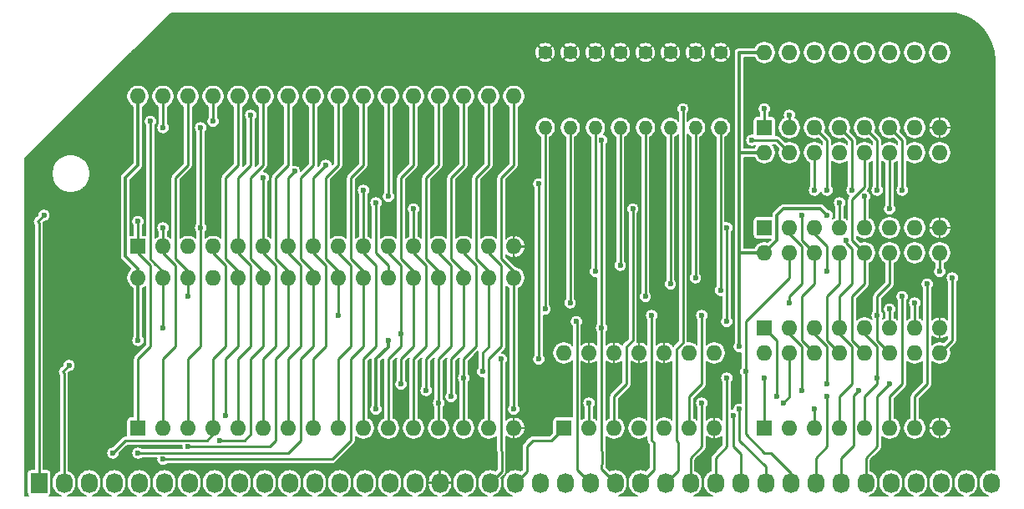
<source format=gbl>
G04 #@! TF.GenerationSoftware,KiCad,Pcbnew,(5.1.5)-3*
G04 #@! TF.CreationDate,2020-06-13T13:18:50-04:00*
G04 #@! TF.ProjectId,512x512,35313278-3531-4322-9e6b-696361645f70,rev?*
G04 #@! TF.SameCoordinates,Original*
G04 #@! TF.FileFunction,Copper,L2,Bot*
G04 #@! TF.FilePolarity,Positive*
%FSLAX46Y46*%
G04 Gerber Fmt 4.6, Leading zero omitted, Abs format (unit mm)*
G04 Created by KiCad (PCBNEW (5.1.5)-3) date 2020-06-13 13:18:50*
%MOMM*%
%LPD*%
G04 APERTURE LIST*
%ADD10R,1.727200X2.032000*%
%ADD11O,1.727200X2.032000*%
%ADD12O,1.400000X1.400000*%
%ADD13C,1.400000*%
%ADD14R,1.600000X1.600000*%
%ADD15O,1.600000X1.600000*%
%ADD16C,0.600000*%
%ADD17C,0.350000*%
%ADD18C,0.250000*%
%ADD19C,0.203200*%
G04 APERTURE END LIST*
D10*
X155702000Y-151612600D03*
D11*
X158242000Y-151612600D03*
X160782000Y-151612600D03*
X163322000Y-151612600D03*
X165862000Y-151612600D03*
X168402000Y-151612600D03*
X170942000Y-151612600D03*
X173482000Y-151612600D03*
X176022000Y-151612600D03*
X178562000Y-151612600D03*
X181102000Y-151612600D03*
X183642000Y-151612600D03*
X186182000Y-151612600D03*
X188722000Y-151612600D03*
X191262000Y-151612600D03*
X193802000Y-151612600D03*
X196342000Y-151612600D03*
X198882000Y-151612600D03*
X201422000Y-151612600D03*
X203962000Y-151612600D03*
X206502000Y-151612600D03*
X209042000Y-151612600D03*
X211582000Y-151612600D03*
X214122000Y-151612600D03*
X216662000Y-151612600D03*
X219202000Y-151612600D03*
X221742000Y-151612600D03*
X224282000Y-151612600D03*
X226822000Y-151612600D03*
X229362000Y-151612600D03*
X231902000Y-151612600D03*
X234442000Y-151612600D03*
X236982000Y-151612600D03*
X239522000Y-151612600D03*
X242062000Y-151612600D03*
X244602000Y-151612600D03*
X247142000Y-151612600D03*
X249682000Y-151612600D03*
X252222000Y-151612600D03*
D12*
X224790000Y-115570000D03*
D13*
X224790000Y-107950000D03*
X222250000Y-107950000D03*
D12*
X222250000Y-115570000D03*
X219710000Y-115570000D03*
D13*
X219710000Y-107950000D03*
X217170000Y-107950000D03*
D12*
X217170000Y-115570000D03*
X214630000Y-115570000D03*
D13*
X214630000Y-107950000D03*
X212090000Y-107950000D03*
D12*
X212090000Y-115570000D03*
X209550000Y-115570000D03*
D13*
X209550000Y-107950000D03*
X207010000Y-107950000D03*
D12*
X207010000Y-115570000D03*
D14*
X165735000Y-146050000D03*
D15*
X203835000Y-130810000D03*
X168275000Y-146050000D03*
X201295000Y-130810000D03*
X170815000Y-146050000D03*
X198755000Y-130810000D03*
X173355000Y-146050000D03*
X196215000Y-130810000D03*
X175895000Y-146050000D03*
X193675000Y-130810000D03*
X178435000Y-146050000D03*
X191135000Y-130810000D03*
X180975000Y-146050000D03*
X188595000Y-130810000D03*
X183515000Y-146050000D03*
X186055000Y-130810000D03*
X186055000Y-146050000D03*
X183515000Y-130810000D03*
X188595000Y-146050000D03*
X180975000Y-130810000D03*
X191135000Y-146050000D03*
X178435000Y-130810000D03*
X193675000Y-146050000D03*
X175895000Y-130810000D03*
X196215000Y-146050000D03*
X173355000Y-130810000D03*
X198755000Y-146050000D03*
X170815000Y-130810000D03*
X201295000Y-146050000D03*
X168275000Y-130810000D03*
X203835000Y-146050000D03*
X165735000Y-130810000D03*
X165735000Y-112395000D03*
X203835000Y-127635000D03*
X168275000Y-112395000D03*
X201295000Y-127635000D03*
X170815000Y-112395000D03*
X198755000Y-127635000D03*
X173355000Y-112395000D03*
X196215000Y-127635000D03*
X175895000Y-112395000D03*
X193675000Y-127635000D03*
X178435000Y-112395000D03*
X191135000Y-127635000D03*
X180975000Y-112395000D03*
X188595000Y-127635000D03*
X183515000Y-112395000D03*
X186055000Y-127635000D03*
X186055000Y-112395000D03*
X183515000Y-127635000D03*
X188595000Y-112395000D03*
X180975000Y-127635000D03*
X191135000Y-112395000D03*
X178435000Y-127635000D03*
X193675000Y-112395000D03*
X175895000Y-127635000D03*
X196215000Y-112395000D03*
X173355000Y-127635000D03*
X198755000Y-112395000D03*
X170815000Y-127635000D03*
X201295000Y-112395000D03*
X168275000Y-127635000D03*
X203835000Y-112395000D03*
D14*
X165735000Y-127635000D03*
D15*
X229235000Y-138430000D03*
X247015000Y-146050000D03*
X231775000Y-138430000D03*
X244475000Y-146050000D03*
X234315000Y-138430000D03*
X241935000Y-146050000D03*
X236855000Y-138430000D03*
X239395000Y-146050000D03*
X239395000Y-138430000D03*
X236855000Y-146050000D03*
X241935000Y-138430000D03*
X234315000Y-146050000D03*
X244475000Y-138430000D03*
X231775000Y-146050000D03*
X247015000Y-138430000D03*
D14*
X229235000Y-146050000D03*
X229235000Y-135890000D03*
D15*
X247015000Y-128270000D03*
X231775000Y-135890000D03*
X244475000Y-128270000D03*
X234315000Y-135890000D03*
X241935000Y-128270000D03*
X236855000Y-135890000D03*
X239395000Y-128270000D03*
X239395000Y-135890000D03*
X236855000Y-128270000D03*
X241935000Y-135890000D03*
X234315000Y-128270000D03*
X244475000Y-135890000D03*
X231775000Y-128270000D03*
X247015000Y-135890000D03*
X229235000Y-128270000D03*
D14*
X229235000Y-125730000D03*
D15*
X247015000Y-118110000D03*
X231775000Y-125730000D03*
X244475000Y-118110000D03*
X234315000Y-125730000D03*
X241935000Y-118110000D03*
X236855000Y-125730000D03*
X239395000Y-118110000D03*
X239395000Y-125730000D03*
X236855000Y-118110000D03*
X241935000Y-125730000D03*
X234315000Y-118110000D03*
X244475000Y-125730000D03*
X231775000Y-118110000D03*
X247015000Y-125730000D03*
X229235000Y-118110000D03*
D14*
X208915000Y-146050000D03*
D15*
X224155000Y-138430000D03*
X211455000Y-146050000D03*
X221615000Y-138430000D03*
X213995000Y-146050000D03*
X219075000Y-138430000D03*
X216535000Y-146050000D03*
X216535000Y-138430000D03*
X219075000Y-146050000D03*
X213995000Y-138430000D03*
X221615000Y-146050000D03*
X211455000Y-138430000D03*
X224155000Y-146050000D03*
X208915000Y-138430000D03*
X229235000Y-107950000D03*
X247015000Y-115570000D03*
X231775000Y-107950000D03*
X244475000Y-115570000D03*
X234315000Y-107950000D03*
X241935000Y-115570000D03*
X236855000Y-107950000D03*
X239395000Y-115570000D03*
X239395000Y-107950000D03*
X236855000Y-115570000D03*
X241935000Y-107950000D03*
X234315000Y-115570000D03*
X244475000Y-107950000D03*
X231775000Y-115570000D03*
X247015000Y-107950000D03*
D14*
X229235000Y-115570000D03*
D16*
X161290000Y-129540000D03*
X160020000Y-116205000D03*
X226695000Y-137795000D03*
X165735000Y-137160000D03*
X189865000Y-144145000D03*
X191094999Y-137200001D03*
X235585000Y-124460000D03*
X237490000Y-127000000D03*
X156210000Y-124460000D03*
X158750000Y-139700000D03*
X240665000Y-140970004D03*
X174625000Y-144780000D03*
X163195000Y-148590000D03*
X165735000Y-148590000D03*
X168275000Y-149225000D03*
X170815000Y-147955000D03*
X173990000Y-147320000D03*
X231775000Y-114300000D03*
X177165000Y-114300000D03*
X178435000Y-120650000D03*
X238124996Y-121920000D03*
X181610000Y-120015000D03*
X240665000Y-121920000D03*
X184785000Y-119380000D03*
X243205000Y-121920008D03*
X234315000Y-121920000D03*
X188595000Y-121920000D03*
X192405000Y-136525000D03*
X233045000Y-124460000D03*
X193675000Y-123825000D03*
X206375000Y-121285000D03*
X206375000Y-139065000D03*
X202565000Y-139065000D03*
X235585000Y-121920000D03*
X225425000Y-125730000D03*
X210185000Y-135255000D03*
X225425000Y-135255000D03*
X167005000Y-114935000D03*
X173355000Y-114935000D03*
X212725000Y-116840000D03*
X212725000Y-135890006D03*
X168274994Y-135890000D03*
X227965000Y-116840000D03*
X217805000Y-134620000D03*
X186055004Y-134620004D03*
X229235000Y-113665000D03*
X220980000Y-113665000D03*
X211455000Y-143510000D03*
X196215000Y-143510000D03*
X231140000Y-143510000D03*
X222885000Y-143510000D03*
X229235000Y-140970000D03*
X198755000Y-140970000D03*
X225425000Y-140970000D03*
X226060000Y-144780000D03*
X203835000Y-144145000D03*
X234315000Y-144145000D03*
X226695000Y-144145000D03*
X227330000Y-140335000D03*
X200660000Y-140335000D03*
X230505000Y-142875000D03*
X235585000Y-142875000D03*
X197485000Y-142875000D03*
X238760000Y-142240000D03*
X233045000Y-142240000D03*
X194945000Y-142240000D03*
X241935000Y-141605000D03*
X235585000Y-141605000D03*
X192405000Y-141605000D03*
X224790000Y-132080000D03*
X172085000Y-115570000D03*
X168275000Y-115570000D03*
X248285000Y-130810000D03*
X172085000Y-125730000D03*
X222250000Y-130810000D03*
X245745000Y-131445000D03*
X168275000Y-125730000D03*
X219710000Y-131445000D03*
X243205000Y-132715000D03*
X170815000Y-132715000D03*
X217170000Y-132715000D03*
X165735000Y-125095000D03*
X214630000Y-129540000D03*
X247015000Y-130175000D03*
X212090000Y-130175000D03*
X235585000Y-130175000D03*
X244475000Y-133350000D03*
X209550000Y-133350000D03*
X231775000Y-133350000D03*
X241935000Y-133985000D03*
X207010000Y-133985000D03*
X236855000Y-123190000D03*
X189865000Y-123190000D03*
X239395000Y-122555000D03*
X191135000Y-122555000D03*
X240665000Y-134620000D03*
X222885000Y-134620000D03*
X241935000Y-123825000D03*
X215900000Y-123825000D03*
D17*
X226695000Y-137795000D02*
X226695000Y-128270000D01*
X226695000Y-128270000D02*
X229235000Y-128270000D01*
X226695000Y-128270000D02*
X226695000Y-118110000D01*
X226695000Y-118110000D02*
X229235000Y-118110000D01*
X226695000Y-118110000D02*
X226695000Y-107950000D01*
X226695000Y-107950000D02*
X229235000Y-107950000D01*
X165735000Y-137160000D02*
X165735000Y-130810000D01*
X165735000Y-112395000D02*
X165735000Y-119380000D01*
X165735000Y-119380000D02*
X164465000Y-120650000D01*
X164465000Y-128640002D02*
X165735000Y-129910002D01*
X165735000Y-129910002D02*
X165735000Y-130810000D01*
X164465000Y-120650000D02*
X164465000Y-128640002D01*
X191094999Y-137835001D02*
X191094999Y-137200001D01*
X189865000Y-139065000D02*
X191094999Y-137835001D01*
X189865000Y-144145000D02*
X189865000Y-139065000D01*
X229235000Y-128270000D02*
X230505000Y-127000000D01*
X230505000Y-127000000D02*
X230505000Y-124460000D01*
X234909999Y-123784999D02*
X235585000Y-124460000D01*
X230505000Y-124460000D02*
X231180001Y-123784999D01*
X231180001Y-123784999D02*
X234909999Y-123784999D01*
D18*
X236855000Y-142875000D02*
X236855000Y-146050000D01*
X238125000Y-141605000D02*
X236855000Y-142875000D01*
X238125000Y-137795000D02*
X238125000Y-141605000D01*
X236855000Y-135890000D02*
X236855000Y-136525000D01*
X236855000Y-136525000D02*
X238125000Y-137795000D01*
X236855000Y-135890000D02*
X236855000Y-132715000D01*
X236855000Y-132715000D02*
X238125000Y-131445000D01*
X238125000Y-131445000D02*
X238125000Y-127874998D01*
X237490000Y-127239998D02*
X237490000Y-127000000D01*
X238125000Y-127874998D02*
X237490000Y-127239998D01*
X156210000Y-124460000D02*
X155575000Y-125095000D01*
X155702000Y-125222000D02*
X155702000Y-151612600D01*
X155575000Y-125095000D02*
X155702000Y-125222000D01*
X158750000Y-139700000D02*
X158115000Y-140335000D01*
X158242000Y-140462000D02*
X158242000Y-151612600D01*
X158115000Y-140335000D02*
X158242000Y-140462000D01*
X239395000Y-135890000D02*
X239395000Y-136525000D01*
X239395000Y-142875000D02*
X240665000Y-141605000D01*
X239395000Y-136525000D02*
X240665000Y-137795000D01*
X240665000Y-137795000D02*
X240665000Y-140970004D01*
X240665000Y-141605000D02*
X240665000Y-140970004D01*
X239395000Y-146050000D02*
X239395000Y-142875000D01*
X175895000Y-130810000D02*
X175895000Y-130175000D01*
X175895000Y-130175000D02*
X174625000Y-128905000D01*
X174625000Y-128905000D02*
X174625000Y-120650000D01*
X174625000Y-120650000D02*
X175895000Y-119380000D01*
X175895000Y-119380000D02*
X175895000Y-112395000D01*
X175895000Y-137795000D02*
X175895000Y-130810000D01*
X174625000Y-139065000D02*
X175895000Y-137795000D01*
X174625000Y-144780000D02*
X174625000Y-139065000D01*
X173355000Y-139065000D02*
X173355000Y-146050000D01*
X174624295Y-137795705D02*
X173355000Y-139065000D01*
X174624295Y-129540705D02*
X174624295Y-137795705D01*
X173355000Y-127635000D02*
X173355000Y-128271410D01*
X173355000Y-128271410D02*
X174624295Y-129540705D01*
X172720000Y-147320000D02*
X165735000Y-147320000D01*
X173355000Y-146050000D02*
X173355000Y-146685000D01*
X173355000Y-146685000D02*
X172720000Y-147320000D01*
X165735000Y-147320000D02*
X164465000Y-147320000D01*
X164465000Y-147320000D02*
X163195000Y-148590000D01*
X183515000Y-130810000D02*
X183515000Y-130175000D01*
X183515000Y-130175000D02*
X182245000Y-128905000D01*
X182245000Y-128905000D02*
X182245000Y-120650000D01*
X183515000Y-119380000D02*
X183515000Y-112395000D01*
X182245000Y-120650000D02*
X183515000Y-119380000D01*
X182245000Y-139065000D02*
X182245000Y-147320000D01*
X183515000Y-137795000D02*
X182245000Y-139065000D01*
X183515000Y-130810000D02*
X183515000Y-137795000D01*
X182245000Y-147320000D02*
X180975000Y-148590000D01*
X180975000Y-148590000D02*
X165735000Y-148590000D01*
X188595000Y-130810000D02*
X188595000Y-130175000D01*
X188595000Y-130175000D02*
X187325000Y-128905000D01*
X187325000Y-128905000D02*
X187325000Y-120650000D01*
X188595000Y-119380000D02*
X188595000Y-112395000D01*
X187325000Y-120650000D02*
X188595000Y-119380000D01*
X188595000Y-137795000D02*
X187325000Y-139065000D01*
X185420000Y-149225000D02*
X168275000Y-149225000D01*
X187325000Y-139065000D02*
X187325000Y-147320000D01*
X188595000Y-130810000D02*
X188595000Y-137795000D01*
X187325000Y-147320000D02*
X185420000Y-149225000D01*
X180975000Y-130810000D02*
X180975000Y-130175000D01*
X180975000Y-130175000D02*
X179705000Y-128905000D01*
X179705000Y-128905000D02*
X179705000Y-120650000D01*
X180975000Y-119380000D02*
X180975000Y-112395000D01*
X179705000Y-120650000D02*
X180975000Y-119380000D01*
X179705000Y-147320000D02*
X179070000Y-147955000D01*
X180975000Y-137795000D02*
X179705000Y-139065000D01*
X180975000Y-130810000D02*
X180975000Y-137795000D01*
X179070000Y-147955000D02*
X170815000Y-147955000D01*
X179705000Y-139065000D02*
X179705000Y-147320000D01*
X178435000Y-130810000D02*
X178435000Y-130175000D01*
X178435000Y-130175000D02*
X177165000Y-128905000D01*
X177165000Y-128905000D02*
X177165000Y-120650000D01*
X178435000Y-119380000D02*
X178435000Y-112395000D01*
X177165000Y-120650000D02*
X178435000Y-119380000D01*
X178435000Y-137795000D02*
X178435000Y-130810000D01*
X177165000Y-139065000D02*
X178435000Y-137795000D01*
X177165000Y-146685000D02*
X177165000Y-139065000D01*
X173990000Y-147320000D02*
X176530000Y-147320000D01*
X176530000Y-147320000D02*
X177165000Y-146685000D01*
X175895000Y-139065000D02*
X175895000Y-146050000D01*
X177164295Y-137795705D02*
X175895000Y-139065000D01*
X177164295Y-129540705D02*
X177164295Y-137795705D01*
X175895000Y-127635000D02*
X175895000Y-128271410D01*
X175895000Y-128271410D02*
X177164295Y-129540705D01*
X231775000Y-115570000D02*
X231775000Y-114300000D01*
X177165000Y-114300000D02*
X177165000Y-119380000D01*
X175895000Y-120650000D02*
X175895000Y-127635000D01*
X177165000Y-119380000D02*
X175895000Y-120650000D01*
X178435000Y-139065000D02*
X178435000Y-146050000D01*
X179704295Y-129540705D02*
X179704295Y-137795705D01*
X179704295Y-137795705D02*
X178435000Y-139065000D01*
X178435000Y-127635000D02*
X178435000Y-128271410D01*
X178435000Y-128271410D02*
X179704295Y-129540705D01*
X178435000Y-120650000D02*
X178435000Y-127635000D01*
X236855000Y-115570000D02*
X238125000Y-116840000D01*
X238125000Y-121919996D02*
X238124996Y-121920000D01*
X238125000Y-116840000D02*
X238125000Y-121919996D01*
X180975000Y-139065000D02*
X180975000Y-146050000D01*
X182244295Y-137795705D02*
X180975000Y-139065000D01*
X182244295Y-129540705D02*
X182244295Y-137795705D01*
X180975000Y-127635000D02*
X180975000Y-128271410D01*
X180975000Y-128271410D02*
X182244295Y-129540705D01*
X181610000Y-120015000D02*
X180975000Y-120650000D01*
X180975000Y-120650000D02*
X180975000Y-127635000D01*
X239395000Y-115570000D02*
X240665000Y-116840000D01*
X240665000Y-116840000D02*
X240665000Y-121920000D01*
X183515000Y-139065000D02*
X183515000Y-146050000D01*
X184784295Y-129540705D02*
X184784295Y-137795705D01*
X184784295Y-137795705D02*
X183515000Y-139065000D01*
X183515000Y-127635000D02*
X183515000Y-128271410D01*
X183515000Y-128271410D02*
X184784295Y-129540705D01*
X183515000Y-120650000D02*
X183515000Y-127635000D01*
X184785000Y-119380000D02*
X183515000Y-120650000D01*
X241935000Y-115570000D02*
X243205000Y-116840000D01*
X243205000Y-116840000D02*
X243205000Y-121920008D01*
X187324295Y-137795705D02*
X186055000Y-139065000D01*
X186055000Y-139065000D02*
X186055000Y-146050000D01*
X187324295Y-129540705D02*
X187324295Y-137795705D01*
X186055000Y-127635000D02*
X186055000Y-128271410D01*
X186055000Y-128271410D02*
X187324295Y-129540705D01*
X188595000Y-127635000D02*
X188595000Y-128270000D01*
X188595000Y-128270000D02*
X189865000Y-129540000D01*
X189865000Y-129540000D02*
X189865000Y-137795000D01*
X188595000Y-139065000D02*
X188595000Y-146050000D01*
X189865000Y-137795000D02*
X188595000Y-139065000D01*
X234315000Y-118110000D02*
X234315000Y-121920000D01*
X188595000Y-121920000D02*
X188595000Y-127635000D01*
X236855000Y-138430000D02*
X235585000Y-137160000D01*
X235585000Y-137160000D02*
X235585000Y-132715000D01*
X236855000Y-131445000D02*
X236855000Y-128270000D01*
X235585000Y-132715000D02*
X236855000Y-131445000D01*
X191135000Y-128271410D02*
X191135000Y-127635000D01*
X192405000Y-136525000D02*
X192404295Y-137795705D01*
X192404295Y-129540705D02*
X191135000Y-128271410D01*
X192405000Y-136525000D02*
X192404295Y-129540705D01*
X192404295Y-137795705D02*
X191135000Y-139065000D01*
X191135000Y-139065000D02*
X191135000Y-146050000D01*
X193675000Y-139065000D02*
X193675000Y-146050000D01*
X193675000Y-127635000D02*
X193675000Y-128271410D01*
X194944295Y-137795705D02*
X193675000Y-139065000D01*
X194944295Y-129540705D02*
X194944295Y-137795705D01*
X193675000Y-128271410D02*
X194944295Y-129540705D01*
X234315000Y-138430000D02*
X233045000Y-137160000D01*
X233045000Y-137160000D02*
X233045000Y-132715000D01*
X234315000Y-131445000D02*
X234315000Y-128270000D01*
X233045000Y-132715000D02*
X234315000Y-131445000D01*
X233495010Y-127450010D02*
X233495009Y-127448599D01*
X234315000Y-128270000D02*
X233495010Y-127450010D01*
X233495009Y-127448599D02*
X233189999Y-127143589D01*
X233189999Y-127143589D02*
X233045000Y-126998590D01*
X233045000Y-126998590D02*
X233045000Y-124460000D01*
X193675000Y-123825000D02*
X193675000Y-127635000D01*
X206375000Y-121285000D02*
X206375000Y-139065000D01*
X202610610Y-150423990D02*
X201422000Y-151612600D01*
X202565000Y-148382252D02*
X202610610Y-148427862D01*
X202610610Y-148427862D02*
X202610610Y-150423990D01*
X202565000Y-139065000D02*
X202565000Y-148382252D01*
X234315000Y-115570000D02*
X235585000Y-116840000D01*
X235585000Y-116840000D02*
X235585000Y-121920000D01*
X207645000Y-147320000D02*
X208915000Y-146050000D01*
X203987400Y-151612600D02*
X205150610Y-150449390D01*
X203962000Y-151612600D02*
X203987400Y-151612600D01*
X205740000Y-147320000D02*
X207645000Y-147320000D01*
X205150610Y-150449390D02*
X205150610Y-147909390D01*
X205150610Y-147909390D02*
X205740000Y-147320000D01*
X210230610Y-135300610D02*
X210185000Y-135255000D01*
X210230610Y-150261210D02*
X210230610Y-135300610D01*
X211582000Y-151612600D02*
X210230610Y-150261210D01*
X225425000Y-125730000D02*
X225425000Y-135255000D01*
X168275000Y-130810000D02*
X168275000Y-130173590D01*
X168275000Y-130173590D02*
X167455009Y-129353599D01*
X167455009Y-129353599D02*
X167005705Y-128904295D01*
X167005705Y-128904295D02*
X167005000Y-128903590D01*
X167005000Y-128903590D02*
X167005000Y-114935000D01*
X173355000Y-114935000D02*
X173355000Y-112395000D01*
X212725000Y-116840000D02*
X212725000Y-135890006D01*
X212725000Y-150215600D02*
X212725000Y-149762948D01*
X212725000Y-148382252D02*
X212725000Y-135890006D01*
X212770610Y-148427862D02*
X212725000Y-148382252D01*
X214122000Y-151612600D02*
X212725000Y-150215600D01*
X212725000Y-149762948D02*
X212770610Y-149717338D01*
X212770610Y-149717338D02*
X212770610Y-148427862D01*
X168275000Y-135889994D02*
X168274994Y-135890000D01*
X168275000Y-130810000D02*
X168275000Y-135889994D01*
X231775000Y-118110000D02*
X230505000Y-116840000D01*
X230505000Y-116840000D02*
X227965000Y-116840000D01*
X186055000Y-130810000D02*
X186055000Y-130175000D01*
X186055000Y-130175000D02*
X184785000Y-128905000D01*
X184785000Y-128905000D02*
X184785000Y-120650000D01*
X186055000Y-119380000D02*
X186055000Y-112395000D01*
X184785000Y-120650000D02*
X186055000Y-119380000D01*
X218013390Y-147528390D02*
X217805000Y-147320000D01*
X218013390Y-150261210D02*
X218013390Y-147528390D01*
X216662000Y-151612600D02*
X218013390Y-150261210D01*
X217805000Y-147320000D02*
X217805000Y-134620000D01*
X186055000Y-134620000D02*
X186055004Y-134620004D01*
X186055000Y-130810000D02*
X186055000Y-134620000D01*
X219202000Y-151612600D02*
X219227400Y-151612600D01*
X220489999Y-150350001D02*
X220489999Y-147464999D01*
X219227400Y-151612600D02*
X220489999Y-150350001D01*
X220489999Y-147464999D02*
X220345000Y-147320000D01*
X220345000Y-138034998D02*
X220980000Y-137399998D01*
X220345000Y-147320000D02*
X220345000Y-138034998D01*
X220980000Y-137399998D02*
X220980000Y-114935000D01*
X229235000Y-115570000D02*
X229235000Y-113665000D01*
X220980000Y-113665000D02*
X220980000Y-114935000D01*
X197484295Y-137795705D02*
X196215000Y-139065000D01*
X197484295Y-129540705D02*
X197484295Y-137795705D01*
X196215000Y-127635000D02*
X196215000Y-128271410D01*
X196215000Y-139065000D02*
X196215000Y-146050000D01*
X196215000Y-128271410D02*
X197484295Y-129540705D01*
X211455000Y-146050000D02*
X211455000Y-143510000D01*
X231140000Y-143510000D02*
X231775000Y-142875000D01*
X231775000Y-142875000D02*
X231775000Y-138430000D01*
X221742000Y-151612600D02*
X221742000Y-149098000D01*
X222885000Y-147955000D02*
X222885000Y-143510000D01*
X221742000Y-149098000D02*
X222885000Y-147955000D01*
X198755000Y-127635000D02*
X198755000Y-128271410D01*
X198755000Y-128271410D02*
X200025000Y-129541410D01*
X200025000Y-129541410D02*
X200025000Y-137795000D01*
X200025000Y-137795000D02*
X198755000Y-139065000D01*
X198755000Y-139065000D02*
X198755000Y-146050000D01*
X229235000Y-146050000D02*
X229235000Y-140970000D01*
X224282000Y-151612600D02*
X224282000Y-149098000D01*
X225425000Y-147955000D02*
X225425000Y-140970000D01*
X224282000Y-149098000D02*
X225425000Y-147955000D01*
X201295000Y-127635000D02*
X201295000Y-128270000D01*
X201295000Y-128270000D02*
X202565000Y-129540000D01*
X202565000Y-129540000D02*
X202565000Y-137795000D01*
X201295000Y-139065000D02*
X201295000Y-146050000D01*
X202565000Y-137795000D02*
X201295000Y-139065000D01*
X226822000Y-151612600D02*
X226822000Y-148717000D01*
X226822000Y-148717000D02*
X226060000Y-147955000D01*
X226060000Y-147955000D02*
X226060000Y-144780000D01*
X203835000Y-130810000D02*
X203835000Y-130173590D01*
X203835000Y-130173590D02*
X202565000Y-128903590D01*
X202565000Y-128903590D02*
X202565000Y-120650000D01*
X202565000Y-120650000D02*
X203835000Y-119380000D01*
X203835000Y-119380000D02*
X203835000Y-112395000D01*
X203835000Y-144145000D02*
X203835000Y-130810000D01*
X234315000Y-144145000D02*
X234315000Y-146050000D01*
X229362000Y-151612600D02*
X229362000Y-149987000D01*
X226695000Y-147320000D02*
X226695000Y-144145000D01*
X229362000Y-149987000D02*
X226695000Y-147320000D01*
X201295000Y-130810000D02*
X201295000Y-130175000D01*
X201295000Y-130175000D02*
X200025000Y-128905000D01*
X200025000Y-128905000D02*
X200025000Y-120650000D01*
X201295000Y-119380000D02*
X201295000Y-112395000D01*
X200025000Y-120650000D02*
X201295000Y-119380000D01*
X231902000Y-151612600D02*
X231902000Y-150622000D01*
X231902000Y-150622000D02*
X229870000Y-148590000D01*
X229870000Y-148590000D02*
X229235000Y-148590000D01*
X229235000Y-148590000D02*
X227330000Y-146685000D01*
X227330000Y-146685000D02*
X227330000Y-140335000D01*
X200660000Y-140335000D02*
X200660000Y-138430000D01*
X201295000Y-137795000D02*
X201295000Y-130810000D01*
X200660000Y-138430000D02*
X201295000Y-137795000D01*
X231775000Y-128270000D02*
X231775000Y-130810000D01*
X231775000Y-130810000D02*
X227330000Y-135255000D01*
X227330000Y-135255000D02*
X227330000Y-140335000D01*
X198755000Y-130810000D02*
X198755000Y-130175000D01*
X198755000Y-130175000D02*
X197485000Y-128905000D01*
X197485000Y-128905000D02*
X197485000Y-120650000D01*
X198755000Y-119380000D02*
X198755000Y-112395000D01*
X197485000Y-120650000D02*
X198755000Y-119380000D01*
X229235000Y-135890000D02*
X230505000Y-137160000D01*
X230505000Y-137160000D02*
X230505000Y-142875000D01*
X235585000Y-142875000D02*
X235585000Y-147955000D01*
X234442000Y-149098000D02*
X234442000Y-151612600D01*
X235585000Y-147955000D02*
X234442000Y-149098000D01*
X197485000Y-142875000D02*
X197485000Y-139065000D01*
X197485000Y-139065000D02*
X198755000Y-137795000D01*
X198755000Y-137795000D02*
X198755000Y-130810000D01*
X196215000Y-130810000D02*
X196215000Y-130175000D01*
X196215000Y-130175000D02*
X194945000Y-128905000D01*
X194945000Y-128905000D02*
X194945000Y-120650000D01*
X196215000Y-119380000D02*
X196215000Y-112395000D01*
X194945000Y-120650000D02*
X196215000Y-119380000D01*
X236982000Y-151612600D02*
X236982000Y-149098000D01*
X238269999Y-142730001D02*
X238760000Y-142240000D01*
X236982000Y-149098000D02*
X238269999Y-147810001D01*
X238269999Y-147810001D02*
X238269999Y-142730001D01*
X231775000Y-136526410D02*
X231775000Y-135890000D01*
X233045000Y-137796410D02*
X231775000Y-136526410D01*
X233045000Y-142240000D02*
X233045000Y-137796410D01*
X194945000Y-142240000D02*
X194945000Y-139065000D01*
X196215000Y-137795000D02*
X196215000Y-130810000D01*
X194945000Y-139065000D02*
X196215000Y-137795000D01*
X193675000Y-130810000D02*
X193675000Y-130175000D01*
X193675000Y-130175000D02*
X192405000Y-128905000D01*
X192405000Y-128905000D02*
X192405000Y-120650000D01*
X193675000Y-119380000D02*
X193675000Y-112395000D01*
X192405000Y-120650000D02*
X193675000Y-119380000D01*
X239522000Y-151612600D02*
X239522000Y-149098000D01*
X239522000Y-149098000D02*
X240665000Y-147955000D01*
X240665000Y-147955000D02*
X240665000Y-142875000D01*
X240665000Y-142875000D02*
X241935000Y-141605000D01*
X234315000Y-136526410D02*
X234315000Y-135890000D01*
X235585000Y-137796410D02*
X234315000Y-136526410D01*
X235585000Y-141605000D02*
X235585000Y-137796410D01*
X192405000Y-141605000D02*
X192405000Y-139065000D01*
X192405000Y-139065000D02*
X193675000Y-137795000D01*
X193675000Y-137795000D02*
X193675000Y-130810000D01*
X224790000Y-115570000D02*
X224790000Y-132080000D01*
X170815000Y-146050000D02*
X170815000Y-139065000D01*
X170815000Y-139065000D02*
X172085000Y-137795000D01*
X168275000Y-115570000D02*
X168275000Y-112395000D01*
X247015000Y-138430000D02*
X248285000Y-137160000D01*
X248285000Y-137160000D02*
X248285000Y-130810000D01*
X172085000Y-125730000D02*
X172085000Y-115570000D01*
X172085000Y-137795000D02*
X172085000Y-125730000D01*
X222250000Y-115570000D02*
X222250000Y-130810000D01*
X168275000Y-139065000D02*
X168275000Y-146050000D01*
X169544295Y-137795705D02*
X168275000Y-139065000D01*
X169544295Y-129540705D02*
X169544295Y-137795705D01*
X168275000Y-127635000D02*
X168275000Y-128271410D01*
X168275000Y-128271410D02*
X169544295Y-129540705D01*
X244475000Y-146050000D02*
X244475000Y-142875000D01*
X244475000Y-142875000D02*
X245745000Y-141605000D01*
X245745000Y-141605000D02*
X245745000Y-131445000D01*
X168275000Y-125730000D02*
X168275000Y-127635000D01*
X219710000Y-115570000D02*
X219710000Y-131445000D01*
X170815000Y-130810000D02*
X170815000Y-130175000D01*
X170815000Y-130175000D02*
X169545000Y-128905000D01*
X169545000Y-128905000D02*
X169545000Y-120650000D01*
X169545000Y-120650000D02*
X170815000Y-119380000D01*
X170815000Y-119380000D02*
X170815000Y-112395000D01*
X170815000Y-132715000D02*
X170815000Y-130810000D01*
X217170000Y-115570000D02*
X217170000Y-132715000D01*
X243205000Y-141605000D02*
X243205000Y-132715000D01*
X241935000Y-146050000D02*
X241935000Y-142875000D01*
X241935000Y-142875000D02*
X243205000Y-141605000D01*
X165735000Y-127635000D02*
X165735000Y-128270000D01*
X165735000Y-128270000D02*
X167005000Y-129540000D01*
X167005000Y-129540000D02*
X167005000Y-137795000D01*
X165735000Y-139065000D02*
X165735000Y-146050000D01*
X167005000Y-137795000D02*
X165735000Y-139065000D01*
X165735000Y-125095000D02*
X165735000Y-127635000D01*
X214630000Y-115570000D02*
X214630000Y-129540000D01*
X247015000Y-128270000D02*
X247015000Y-130175000D01*
X212090000Y-130175000D02*
X212090000Y-115570000D01*
X234315000Y-125730000D02*
X234315000Y-126365000D01*
X235585000Y-127635000D02*
X235585000Y-130175000D01*
X234315000Y-126365000D02*
X235585000Y-127635000D01*
X244475000Y-135890000D02*
X244475000Y-133350000D01*
X209550000Y-133350000D02*
X209550000Y-115570000D01*
X231775000Y-125730000D02*
X231775000Y-126365000D01*
X233045000Y-127635000D02*
X233045000Y-131445000D01*
X231775000Y-126365000D02*
X233045000Y-127635000D01*
X231775000Y-132715000D02*
X231775000Y-133350000D01*
X233045000Y-131445000D02*
X231775000Y-132715000D01*
X241935000Y-135890000D02*
X241935000Y-133985000D01*
X207010000Y-133985000D02*
X207010000Y-115570000D01*
X236855000Y-125730000D02*
X236855000Y-123190000D01*
X189865000Y-123190000D02*
X189865000Y-128270000D01*
X191135000Y-129540000D02*
X191135000Y-130810000D01*
X189865000Y-128270000D02*
X191135000Y-129540000D01*
X239395000Y-125730000D02*
X239395000Y-122555000D01*
X191135000Y-122555000D02*
X191135000Y-112395000D01*
X238575010Y-137610010D02*
X238575009Y-137608599D01*
X239395000Y-138430000D02*
X238575010Y-137610010D01*
X238575009Y-137608599D02*
X238125705Y-137159295D01*
X238125705Y-137159295D02*
X238125705Y-132714295D01*
X238125705Y-132714295D02*
X239395000Y-131445000D01*
X239395000Y-131445000D02*
X239395000Y-128270000D01*
X239395000Y-121575004D02*
X239395000Y-118110000D01*
X238125000Y-127000000D02*
X238125000Y-122845004D01*
X238125000Y-122845004D02*
X239395000Y-121575004D01*
X239395000Y-128270000D02*
X238125000Y-127000000D01*
X241115010Y-137610010D02*
X241115009Y-137608599D01*
X241935000Y-138430000D02*
X241115010Y-137610010D01*
X241115009Y-137608599D02*
X240665705Y-137159295D01*
X241935000Y-131445000D02*
X241935000Y-128270000D01*
X240665705Y-132714295D02*
X241935000Y-131445000D01*
X240665705Y-134619295D02*
X240665000Y-134620000D01*
X240665705Y-134619295D02*
X240665705Y-132714295D01*
X240665705Y-137159295D02*
X240665705Y-134619295D01*
X221615000Y-142875000D02*
X221615000Y-146050000D01*
X222885000Y-141605000D02*
X221615000Y-142875000D01*
X222885000Y-134620000D02*
X222885000Y-141605000D01*
X241935000Y-118110000D02*
X241935000Y-123825000D01*
X215900000Y-137160000D02*
X215265000Y-137795000D01*
X215900000Y-123825000D02*
X215900000Y-137160000D01*
X215265000Y-137795000D02*
X215265000Y-141605000D01*
X213995000Y-142875000D02*
X213995000Y-146050000D01*
X215265000Y-141605000D02*
X213995000Y-142875000D01*
D19*
G36*
X248642836Y-104009373D02*
G01*
X249442230Y-104223570D01*
X250192276Y-104573322D01*
X250870200Y-105048010D01*
X251455390Y-105633200D01*
X251930078Y-106311124D01*
X252279830Y-107061172D01*
X252494027Y-107860566D01*
X252569400Y-108722083D01*
X252569401Y-150291523D01*
X252461004Y-150258641D01*
X252222000Y-150235101D01*
X251982995Y-150258641D01*
X251753175Y-150328356D01*
X251541371Y-150441567D01*
X251355724Y-150593924D01*
X251203367Y-150779572D01*
X251090156Y-150991376D01*
X251020441Y-151221196D01*
X251002800Y-151400308D01*
X251002800Y-151824893D01*
X251020441Y-152004005D01*
X251090156Y-152233825D01*
X251203368Y-152445629D01*
X251355725Y-152631276D01*
X251541372Y-152783633D01*
X251753176Y-152896844D01*
X251877641Y-152934600D01*
X250026360Y-152934600D01*
X250150825Y-152896844D01*
X250362629Y-152783633D01*
X250548276Y-152631276D01*
X250700633Y-152445628D01*
X250813844Y-152233824D01*
X250883559Y-152004004D01*
X250901200Y-151824892D01*
X250901200Y-151400307D01*
X250883559Y-151221195D01*
X250813844Y-150991375D01*
X250700633Y-150779571D01*
X250548276Y-150593924D01*
X250362628Y-150441567D01*
X250150824Y-150328356D01*
X249921004Y-150258641D01*
X249682000Y-150235101D01*
X249442995Y-150258641D01*
X249213175Y-150328356D01*
X249001371Y-150441567D01*
X248815724Y-150593924D01*
X248663367Y-150779572D01*
X248550156Y-150991376D01*
X248480441Y-151221196D01*
X248462800Y-151400308D01*
X248462800Y-151824893D01*
X248480441Y-152004005D01*
X248550156Y-152233825D01*
X248663368Y-152445629D01*
X248815725Y-152631276D01*
X249001372Y-152783633D01*
X249213176Y-152896844D01*
X249337641Y-152934600D01*
X247486360Y-152934600D01*
X247610825Y-152896844D01*
X247822629Y-152783633D01*
X248008276Y-152631276D01*
X248160633Y-152445628D01*
X248273844Y-152233824D01*
X248343559Y-152004004D01*
X248361200Y-151824892D01*
X248361200Y-151400307D01*
X248343559Y-151221195D01*
X248273844Y-150991375D01*
X248160633Y-150779571D01*
X248008276Y-150593924D01*
X247822628Y-150441567D01*
X247610824Y-150328356D01*
X247381004Y-150258641D01*
X247142000Y-150235101D01*
X246902995Y-150258641D01*
X246673175Y-150328356D01*
X246461371Y-150441567D01*
X246275724Y-150593924D01*
X246123367Y-150779572D01*
X246010156Y-150991376D01*
X245940441Y-151221196D01*
X245922800Y-151400308D01*
X245922800Y-151824893D01*
X245940441Y-152004005D01*
X246010156Y-152233825D01*
X246123368Y-152445629D01*
X246275725Y-152631276D01*
X246461372Y-152783633D01*
X246673176Y-152896844D01*
X246797641Y-152934600D01*
X244946360Y-152934600D01*
X245070825Y-152896844D01*
X245282629Y-152783633D01*
X245468276Y-152631276D01*
X245620633Y-152445628D01*
X245733844Y-152233824D01*
X245803559Y-152004004D01*
X245821200Y-151824892D01*
X245821200Y-151400307D01*
X245803559Y-151221195D01*
X245733844Y-150991375D01*
X245620633Y-150779571D01*
X245468276Y-150593924D01*
X245282628Y-150441567D01*
X245070824Y-150328356D01*
X244841004Y-150258641D01*
X244602000Y-150235101D01*
X244362995Y-150258641D01*
X244133175Y-150328356D01*
X243921371Y-150441567D01*
X243735724Y-150593924D01*
X243583367Y-150779572D01*
X243470156Y-150991376D01*
X243400441Y-151221196D01*
X243382800Y-151400308D01*
X243382800Y-151824893D01*
X243400441Y-152004005D01*
X243470156Y-152233825D01*
X243583368Y-152445629D01*
X243735725Y-152631276D01*
X243921372Y-152783633D01*
X244133176Y-152896844D01*
X244257641Y-152934600D01*
X242406360Y-152934600D01*
X242530825Y-152896844D01*
X242742629Y-152783633D01*
X242928276Y-152631276D01*
X243080633Y-152445628D01*
X243193844Y-152233824D01*
X243263559Y-152004004D01*
X243281200Y-151824892D01*
X243281200Y-151400307D01*
X243263559Y-151221195D01*
X243193844Y-150991375D01*
X243080633Y-150779571D01*
X242928276Y-150593924D01*
X242742628Y-150441567D01*
X242530824Y-150328356D01*
X242301004Y-150258641D01*
X242062000Y-150235101D01*
X241822995Y-150258641D01*
X241593175Y-150328356D01*
X241381371Y-150441567D01*
X241195724Y-150593924D01*
X241043367Y-150779572D01*
X240930156Y-150991376D01*
X240860441Y-151221196D01*
X240842800Y-151400308D01*
X240842800Y-151824893D01*
X240860441Y-152004005D01*
X240930156Y-152233825D01*
X241043368Y-152445629D01*
X241195725Y-152631276D01*
X241381372Y-152783633D01*
X241593176Y-152896844D01*
X241717641Y-152934600D01*
X239866360Y-152934600D01*
X239990825Y-152896844D01*
X240202629Y-152783633D01*
X240388276Y-152631276D01*
X240540633Y-152445628D01*
X240653844Y-152233824D01*
X240723559Y-152004004D01*
X240741200Y-151824892D01*
X240741200Y-151400307D01*
X240723559Y-151221195D01*
X240653844Y-150991375D01*
X240540633Y-150779571D01*
X240388276Y-150593924D01*
X240202628Y-150441567D01*
X240002600Y-150334650D01*
X240002600Y-149297070D01*
X240988140Y-148311531D01*
X241006480Y-148296480D01*
X241057694Y-148234075D01*
X241066537Y-148223300D01*
X241111164Y-148139809D01*
X241119007Y-148113954D01*
X241138646Y-148049214D01*
X241145600Y-147978607D01*
X241145600Y-147978605D01*
X241147925Y-147955001D01*
X241145600Y-147931397D01*
X241145600Y-146894865D01*
X241198348Y-146947613D01*
X241387618Y-147074079D01*
X241597924Y-147161191D01*
X241821183Y-147205600D01*
X242048817Y-147205600D01*
X242272076Y-147161191D01*
X242482382Y-147074079D01*
X242671652Y-146947613D01*
X242832613Y-146786652D01*
X242959079Y-146597382D01*
X243046191Y-146387076D01*
X243090600Y-146163817D01*
X243090600Y-145936183D01*
X243046191Y-145712924D01*
X242959079Y-145502618D01*
X242832613Y-145313348D01*
X242671652Y-145152387D01*
X242482382Y-145025921D01*
X242415600Y-144998259D01*
X242415600Y-143074070D01*
X243528145Y-141961527D01*
X243546480Y-141946480D01*
X243571869Y-141915543D01*
X243606537Y-141873300D01*
X243651164Y-141789809D01*
X243661094Y-141757075D01*
X243678646Y-141699214D01*
X243685600Y-141628607D01*
X243685600Y-141628605D01*
X243687925Y-141605001D01*
X243685600Y-141581397D01*
X243685600Y-139274865D01*
X243738348Y-139327613D01*
X243927618Y-139454079D01*
X244137924Y-139541191D01*
X244361183Y-139585600D01*
X244588817Y-139585600D01*
X244812076Y-139541191D01*
X245022382Y-139454079D01*
X245211652Y-139327613D01*
X245264400Y-139274865D01*
X245264400Y-141405928D01*
X244151861Y-142518469D01*
X244133521Y-142533520D01*
X244108132Y-142564457D01*
X244073463Y-142606702D01*
X244028836Y-142690192D01*
X244001355Y-142780787D01*
X243992075Y-142875000D01*
X243994401Y-142898614D01*
X243994400Y-144998259D01*
X243927618Y-145025921D01*
X243738348Y-145152387D01*
X243577387Y-145313348D01*
X243450921Y-145502618D01*
X243363809Y-145712924D01*
X243319400Y-145936183D01*
X243319400Y-146163817D01*
X243363809Y-146387076D01*
X243450921Y-146597382D01*
X243577387Y-146786652D01*
X243738348Y-146947613D01*
X243927618Y-147074079D01*
X244137924Y-147161191D01*
X244361183Y-147205600D01*
X244588817Y-147205600D01*
X244812076Y-147161191D01*
X245022382Y-147074079D01*
X245211652Y-146947613D01*
X245372613Y-146786652D01*
X245499079Y-146597382D01*
X245586191Y-146387076D01*
X245612299Y-146255819D01*
X245877875Y-146255819D01*
X245939878Y-146473706D01*
X246043197Y-146675311D01*
X246183862Y-146852885D01*
X246356467Y-146999605D01*
X246554379Y-147109832D01*
X246769993Y-147179330D01*
X246809181Y-147187124D01*
X246989600Y-147116398D01*
X246989600Y-146075400D01*
X247040400Y-146075400D01*
X247040400Y-147116398D01*
X247220819Y-147187124D01*
X247260007Y-147179330D01*
X247475621Y-147109832D01*
X247673533Y-146999605D01*
X247846138Y-146852885D01*
X247986803Y-146675311D01*
X248090122Y-146473706D01*
X248152125Y-146255819D01*
X248081422Y-146075400D01*
X247040400Y-146075400D01*
X246989600Y-146075400D01*
X245948578Y-146075400D01*
X245877875Y-146255819D01*
X245612299Y-146255819D01*
X245630600Y-146163817D01*
X245630600Y-145936183D01*
X245612300Y-145844181D01*
X245877875Y-145844181D01*
X245948578Y-146024600D01*
X246989600Y-146024600D01*
X246989600Y-144983602D01*
X247040400Y-144983602D01*
X247040400Y-146024600D01*
X248081422Y-146024600D01*
X248152125Y-145844181D01*
X248090122Y-145626294D01*
X247986803Y-145424689D01*
X247846138Y-145247115D01*
X247673533Y-145100395D01*
X247475621Y-144990168D01*
X247260007Y-144920670D01*
X247220819Y-144912876D01*
X247040400Y-144983602D01*
X246989600Y-144983602D01*
X246809181Y-144912876D01*
X246769993Y-144920670D01*
X246554379Y-144990168D01*
X246356467Y-145100395D01*
X246183862Y-145247115D01*
X246043197Y-145424689D01*
X245939878Y-145626294D01*
X245877875Y-145844181D01*
X245612300Y-145844181D01*
X245586191Y-145712924D01*
X245499079Y-145502618D01*
X245372613Y-145313348D01*
X245211652Y-145152387D01*
X245022382Y-145025921D01*
X244955600Y-144998259D01*
X244955600Y-143074070D01*
X246068145Y-141961527D01*
X246086480Y-141946480D01*
X246111869Y-141915543D01*
X246146537Y-141873300D01*
X246191164Y-141789809D01*
X246201094Y-141757075D01*
X246218646Y-141699214D01*
X246225600Y-141628607D01*
X246225600Y-141628605D01*
X246227925Y-141605001D01*
X246225600Y-141581397D01*
X246225600Y-139274865D01*
X246278348Y-139327613D01*
X246467618Y-139454079D01*
X246677924Y-139541191D01*
X246901183Y-139585600D01*
X247128817Y-139585600D01*
X247352076Y-139541191D01*
X247562382Y-139454079D01*
X247751652Y-139327613D01*
X247912613Y-139166652D01*
X248039079Y-138977382D01*
X248126191Y-138767076D01*
X248170600Y-138543817D01*
X248170600Y-138316183D01*
X248126191Y-138092924D01*
X248098529Y-138026142D01*
X248608145Y-137516527D01*
X248626480Y-137501480D01*
X248641529Y-137483143D01*
X248686537Y-137428300D01*
X248731164Y-137344809D01*
X248731165Y-137344806D01*
X248758646Y-137254214D01*
X248765600Y-137183607D01*
X248765600Y-137183605D01*
X248767925Y-137160001D01*
X248765600Y-137136393D01*
X248765600Y-131256559D01*
X248794238Y-131227921D01*
X248865985Y-131120543D01*
X248915405Y-131001231D01*
X248940600Y-130874571D01*
X248940600Y-130745429D01*
X248915405Y-130618769D01*
X248865985Y-130499457D01*
X248794238Y-130392079D01*
X248702921Y-130300762D01*
X248595543Y-130229015D01*
X248476231Y-130179595D01*
X248349571Y-130154400D01*
X248220429Y-130154400D01*
X248093769Y-130179595D01*
X247974457Y-130229015D01*
X247867079Y-130300762D01*
X247775762Y-130392079D01*
X247704015Y-130499457D01*
X247654595Y-130618769D01*
X247629400Y-130745429D01*
X247629400Y-130874571D01*
X247654595Y-131001231D01*
X247704015Y-131120543D01*
X247775762Y-131227921D01*
X247804401Y-131256560D01*
X247804400Y-135051637D01*
X247673533Y-134940395D01*
X247475621Y-134830168D01*
X247260007Y-134760670D01*
X247220819Y-134752876D01*
X247040400Y-134823602D01*
X247040400Y-135864600D01*
X247060400Y-135864600D01*
X247060400Y-135915400D01*
X247040400Y-135915400D01*
X247040400Y-136956398D01*
X247220819Y-137027124D01*
X247260007Y-137019330D01*
X247475621Y-136949832D01*
X247673533Y-136839605D01*
X247804400Y-136728364D01*
X247804400Y-136960928D01*
X247418858Y-137346471D01*
X247352076Y-137318809D01*
X247128817Y-137274400D01*
X246901183Y-137274400D01*
X246677924Y-137318809D01*
X246467618Y-137405921D01*
X246278348Y-137532387D01*
X246225600Y-137585135D01*
X246225600Y-136728364D01*
X246356467Y-136839605D01*
X246554379Y-136949832D01*
X246769993Y-137019330D01*
X246809181Y-137027124D01*
X246989600Y-136956398D01*
X246989600Y-135915400D01*
X246969600Y-135915400D01*
X246969600Y-135864600D01*
X246989600Y-135864600D01*
X246989600Y-134823602D01*
X246809181Y-134752876D01*
X246769993Y-134760670D01*
X246554379Y-134830168D01*
X246356467Y-134940395D01*
X246225600Y-135051636D01*
X246225600Y-131891559D01*
X246254238Y-131862921D01*
X246325985Y-131755543D01*
X246375405Y-131636231D01*
X246400600Y-131509571D01*
X246400600Y-131380429D01*
X246375405Y-131253769D01*
X246325985Y-131134457D01*
X246254238Y-131027079D01*
X246162921Y-130935762D01*
X246055543Y-130864015D01*
X245936231Y-130814595D01*
X245809571Y-130789400D01*
X245680429Y-130789400D01*
X245553769Y-130814595D01*
X245434457Y-130864015D01*
X245327079Y-130935762D01*
X245235762Y-131027079D01*
X245164015Y-131134457D01*
X245114595Y-131253769D01*
X245089400Y-131380429D01*
X245089400Y-131509571D01*
X245114595Y-131636231D01*
X245164015Y-131755543D01*
X245235762Y-131862921D01*
X245264401Y-131891560D01*
X245264401Y-135045136D01*
X245211652Y-134992387D01*
X245022382Y-134865921D01*
X244955600Y-134838259D01*
X244955600Y-133796559D01*
X244984238Y-133767921D01*
X245055985Y-133660543D01*
X245105405Y-133541231D01*
X245130600Y-133414571D01*
X245130600Y-133285429D01*
X245105405Y-133158769D01*
X245055985Y-133039457D01*
X244984238Y-132932079D01*
X244892921Y-132840762D01*
X244785543Y-132769015D01*
X244666231Y-132719595D01*
X244539571Y-132694400D01*
X244410429Y-132694400D01*
X244283769Y-132719595D01*
X244164457Y-132769015D01*
X244057079Y-132840762D01*
X243965762Y-132932079D01*
X243894015Y-133039457D01*
X243844595Y-133158769D01*
X243819400Y-133285429D01*
X243819400Y-133414571D01*
X243844595Y-133541231D01*
X243894015Y-133660543D01*
X243965762Y-133767921D01*
X243994401Y-133796560D01*
X243994400Y-134838259D01*
X243927618Y-134865921D01*
X243738348Y-134992387D01*
X243685600Y-135045135D01*
X243685600Y-133161559D01*
X243714238Y-133132921D01*
X243785985Y-133025543D01*
X243835405Y-132906231D01*
X243860600Y-132779571D01*
X243860600Y-132650429D01*
X243835405Y-132523769D01*
X243785985Y-132404457D01*
X243714238Y-132297079D01*
X243622921Y-132205762D01*
X243515543Y-132134015D01*
X243396231Y-132084595D01*
X243269571Y-132059400D01*
X243140429Y-132059400D01*
X243013769Y-132084595D01*
X242894457Y-132134015D01*
X242787079Y-132205762D01*
X242695762Y-132297079D01*
X242624015Y-132404457D01*
X242574595Y-132523769D01*
X242549400Y-132650429D01*
X242549400Y-132779571D01*
X242574595Y-132906231D01*
X242624015Y-133025543D01*
X242695762Y-133132921D01*
X242724401Y-133161560D01*
X242724401Y-135045136D01*
X242671652Y-134992387D01*
X242482382Y-134865921D01*
X242415600Y-134838259D01*
X242415600Y-134431559D01*
X242444238Y-134402921D01*
X242515985Y-134295543D01*
X242565405Y-134176231D01*
X242590600Y-134049571D01*
X242590600Y-133920429D01*
X242565405Y-133793769D01*
X242515985Y-133674457D01*
X242444238Y-133567079D01*
X242352921Y-133475762D01*
X242245543Y-133404015D01*
X242126231Y-133354595D01*
X241999571Y-133329400D01*
X241870429Y-133329400D01*
X241743769Y-133354595D01*
X241624457Y-133404015D01*
X241517079Y-133475762D01*
X241425762Y-133567079D01*
X241354015Y-133674457D01*
X241304595Y-133793769D01*
X241279400Y-133920429D01*
X241279400Y-134049571D01*
X241304595Y-134176231D01*
X241354015Y-134295543D01*
X241425762Y-134402921D01*
X241454401Y-134431560D01*
X241454401Y-134838259D01*
X241387618Y-134865921D01*
X241209756Y-134984765D01*
X241245985Y-134930543D01*
X241295405Y-134811231D01*
X241320600Y-134684571D01*
X241320600Y-134555429D01*
X241295405Y-134428769D01*
X241245985Y-134309457D01*
X241174238Y-134202079D01*
X241146305Y-134174146D01*
X241146305Y-132913365D01*
X242258140Y-131801531D01*
X242276480Y-131786480D01*
X242308835Y-131747055D01*
X242336537Y-131713300D01*
X242381164Y-131629809D01*
X242381165Y-131629806D01*
X242408646Y-131539214D01*
X242415600Y-131468607D01*
X242415600Y-131468605D01*
X242417925Y-131445001D01*
X242415600Y-131421393D01*
X242415600Y-129321741D01*
X242482382Y-129294079D01*
X242671652Y-129167613D01*
X242832613Y-129006652D01*
X242959079Y-128817382D01*
X243046191Y-128607076D01*
X243090600Y-128383817D01*
X243090600Y-128156183D01*
X243319400Y-128156183D01*
X243319400Y-128383817D01*
X243363809Y-128607076D01*
X243450921Y-128817382D01*
X243577387Y-129006652D01*
X243738348Y-129167613D01*
X243927618Y-129294079D01*
X244137924Y-129381191D01*
X244361183Y-129425600D01*
X244588817Y-129425600D01*
X244812076Y-129381191D01*
X245022382Y-129294079D01*
X245211652Y-129167613D01*
X245372613Y-129006652D01*
X245499079Y-128817382D01*
X245586191Y-128607076D01*
X245630600Y-128383817D01*
X245630600Y-128156183D01*
X245859400Y-128156183D01*
X245859400Y-128383817D01*
X245903809Y-128607076D01*
X245990921Y-128817382D01*
X246117387Y-129006652D01*
X246278348Y-129167613D01*
X246467618Y-129294079D01*
X246534401Y-129321741D01*
X246534401Y-129728440D01*
X246505762Y-129757079D01*
X246434015Y-129864457D01*
X246384595Y-129983769D01*
X246359400Y-130110429D01*
X246359400Y-130239571D01*
X246384595Y-130366231D01*
X246434015Y-130485543D01*
X246505762Y-130592921D01*
X246597079Y-130684238D01*
X246704457Y-130755985D01*
X246823769Y-130805405D01*
X246950429Y-130830600D01*
X247079571Y-130830600D01*
X247206231Y-130805405D01*
X247325543Y-130755985D01*
X247432921Y-130684238D01*
X247524238Y-130592921D01*
X247595985Y-130485543D01*
X247645405Y-130366231D01*
X247670600Y-130239571D01*
X247670600Y-130110429D01*
X247645405Y-129983769D01*
X247595985Y-129864457D01*
X247524238Y-129757079D01*
X247495600Y-129728441D01*
X247495600Y-129321741D01*
X247562382Y-129294079D01*
X247751652Y-129167613D01*
X247912613Y-129006652D01*
X248039079Y-128817382D01*
X248126191Y-128607076D01*
X248170600Y-128383817D01*
X248170600Y-128156183D01*
X248126191Y-127932924D01*
X248039079Y-127722618D01*
X247912613Y-127533348D01*
X247751652Y-127372387D01*
X247562382Y-127245921D01*
X247352076Y-127158809D01*
X247128817Y-127114400D01*
X246901183Y-127114400D01*
X246677924Y-127158809D01*
X246467618Y-127245921D01*
X246278348Y-127372387D01*
X246117387Y-127533348D01*
X245990921Y-127722618D01*
X245903809Y-127932924D01*
X245859400Y-128156183D01*
X245630600Y-128156183D01*
X245586191Y-127932924D01*
X245499079Y-127722618D01*
X245372613Y-127533348D01*
X245211652Y-127372387D01*
X245022382Y-127245921D01*
X244812076Y-127158809D01*
X244588817Y-127114400D01*
X244361183Y-127114400D01*
X244137924Y-127158809D01*
X243927618Y-127245921D01*
X243738348Y-127372387D01*
X243577387Y-127533348D01*
X243450921Y-127722618D01*
X243363809Y-127932924D01*
X243319400Y-128156183D01*
X243090600Y-128156183D01*
X243046191Y-127932924D01*
X242959079Y-127722618D01*
X242832613Y-127533348D01*
X242671652Y-127372387D01*
X242482382Y-127245921D01*
X242272076Y-127158809D01*
X242048817Y-127114400D01*
X241821183Y-127114400D01*
X241597924Y-127158809D01*
X241387618Y-127245921D01*
X241198348Y-127372387D01*
X241037387Y-127533348D01*
X240910921Y-127722618D01*
X240823809Y-127932924D01*
X240779400Y-128156183D01*
X240779400Y-128383817D01*
X240823809Y-128607076D01*
X240910921Y-128817382D01*
X241037387Y-129006652D01*
X241198348Y-129167613D01*
X241387618Y-129294079D01*
X241454401Y-129321741D01*
X241454400Y-131245929D01*
X240342566Y-132357764D01*
X240324226Y-132372815D01*
X240309177Y-132391153D01*
X240264168Y-132445997D01*
X240219541Y-132529487D01*
X240219541Y-132529488D01*
X240192060Y-132620081D01*
X240191208Y-132628730D01*
X240182780Y-132714295D01*
X240185106Y-132737909D01*
X240185105Y-134172736D01*
X240155762Y-134202079D01*
X240084015Y-134309457D01*
X240034595Y-134428769D01*
X240009400Y-134555429D01*
X240009400Y-134684571D01*
X240034595Y-134811231D01*
X240084015Y-134930543D01*
X240120244Y-134984765D01*
X239942382Y-134865921D01*
X239732076Y-134778809D01*
X239508817Y-134734400D01*
X239281183Y-134734400D01*
X239057924Y-134778809D01*
X238847618Y-134865921D01*
X238658348Y-134992387D01*
X238606305Y-135044430D01*
X238606305Y-132913365D01*
X239718140Y-131801531D01*
X239736480Y-131786480D01*
X239768835Y-131747055D01*
X239796537Y-131713300D01*
X239841164Y-131629809D01*
X239841165Y-131629806D01*
X239868646Y-131539214D01*
X239875600Y-131468607D01*
X239875600Y-131468605D01*
X239877925Y-131445001D01*
X239875600Y-131421393D01*
X239875600Y-129321741D01*
X239942382Y-129294079D01*
X240131652Y-129167613D01*
X240292613Y-129006652D01*
X240419079Y-128817382D01*
X240506191Y-128607076D01*
X240550600Y-128383817D01*
X240550600Y-128156183D01*
X240506191Y-127932924D01*
X240419079Y-127722618D01*
X240292613Y-127533348D01*
X240131652Y-127372387D01*
X239942382Y-127245921D01*
X239732076Y-127158809D01*
X239508817Y-127114400D01*
X239281183Y-127114400D01*
X239057924Y-127158809D01*
X238991142Y-127186471D01*
X238605600Y-126800930D01*
X238605600Y-126574865D01*
X238658348Y-126627613D01*
X238847618Y-126754079D01*
X239057924Y-126841191D01*
X239281183Y-126885600D01*
X239508817Y-126885600D01*
X239732076Y-126841191D01*
X239942382Y-126754079D01*
X240131652Y-126627613D01*
X240292613Y-126466652D01*
X240419079Y-126277382D01*
X240506191Y-126067076D01*
X240550600Y-125843817D01*
X240550600Y-125616183D01*
X240779400Y-125616183D01*
X240779400Y-125843817D01*
X240823809Y-126067076D01*
X240910921Y-126277382D01*
X241037387Y-126466652D01*
X241198348Y-126627613D01*
X241387618Y-126754079D01*
X241597924Y-126841191D01*
X241821183Y-126885600D01*
X242048817Y-126885600D01*
X242272076Y-126841191D01*
X242482382Y-126754079D01*
X242671652Y-126627613D01*
X242832613Y-126466652D01*
X242959079Y-126277382D01*
X243046191Y-126067076D01*
X243090600Y-125843817D01*
X243090600Y-125616183D01*
X243319400Y-125616183D01*
X243319400Y-125843817D01*
X243363809Y-126067076D01*
X243450921Y-126277382D01*
X243577387Y-126466652D01*
X243738348Y-126627613D01*
X243927618Y-126754079D01*
X244137924Y-126841191D01*
X244361183Y-126885600D01*
X244588817Y-126885600D01*
X244812076Y-126841191D01*
X245022382Y-126754079D01*
X245211652Y-126627613D01*
X245372613Y-126466652D01*
X245499079Y-126277382D01*
X245586191Y-126067076D01*
X245612299Y-125935819D01*
X245877875Y-125935819D01*
X245939878Y-126153706D01*
X246043197Y-126355311D01*
X246183862Y-126532885D01*
X246356467Y-126679605D01*
X246554379Y-126789832D01*
X246769993Y-126859330D01*
X246809181Y-126867124D01*
X246989600Y-126796398D01*
X246989600Y-125755400D01*
X247040400Y-125755400D01*
X247040400Y-126796398D01*
X247220819Y-126867124D01*
X247260007Y-126859330D01*
X247475621Y-126789832D01*
X247673533Y-126679605D01*
X247846138Y-126532885D01*
X247986803Y-126355311D01*
X248090122Y-126153706D01*
X248152125Y-125935819D01*
X248081422Y-125755400D01*
X247040400Y-125755400D01*
X246989600Y-125755400D01*
X245948578Y-125755400D01*
X245877875Y-125935819D01*
X245612299Y-125935819D01*
X245630600Y-125843817D01*
X245630600Y-125616183D01*
X245612300Y-125524181D01*
X245877875Y-125524181D01*
X245948578Y-125704600D01*
X246989600Y-125704600D01*
X246989600Y-124663602D01*
X247040400Y-124663602D01*
X247040400Y-125704600D01*
X248081422Y-125704600D01*
X248152125Y-125524181D01*
X248090122Y-125306294D01*
X247986803Y-125104689D01*
X247846138Y-124927115D01*
X247673533Y-124780395D01*
X247475621Y-124670168D01*
X247260007Y-124600670D01*
X247220819Y-124592876D01*
X247040400Y-124663602D01*
X246989600Y-124663602D01*
X246809181Y-124592876D01*
X246769993Y-124600670D01*
X246554379Y-124670168D01*
X246356467Y-124780395D01*
X246183862Y-124927115D01*
X246043197Y-125104689D01*
X245939878Y-125306294D01*
X245877875Y-125524181D01*
X245612300Y-125524181D01*
X245586191Y-125392924D01*
X245499079Y-125182618D01*
X245372613Y-124993348D01*
X245211652Y-124832387D01*
X245022382Y-124705921D01*
X244812076Y-124618809D01*
X244588817Y-124574400D01*
X244361183Y-124574400D01*
X244137924Y-124618809D01*
X243927618Y-124705921D01*
X243738348Y-124832387D01*
X243577387Y-124993348D01*
X243450921Y-125182618D01*
X243363809Y-125392924D01*
X243319400Y-125616183D01*
X243090600Y-125616183D01*
X243046191Y-125392924D01*
X242959079Y-125182618D01*
X242832613Y-124993348D01*
X242671652Y-124832387D01*
X242482382Y-124705921D01*
X242272076Y-124618809D01*
X242048817Y-124574400D01*
X241821183Y-124574400D01*
X241597924Y-124618809D01*
X241387618Y-124705921D01*
X241198348Y-124832387D01*
X241037387Y-124993348D01*
X240910921Y-125182618D01*
X240823809Y-125392924D01*
X240779400Y-125616183D01*
X240550600Y-125616183D01*
X240506191Y-125392924D01*
X240419079Y-125182618D01*
X240292613Y-124993348D01*
X240131652Y-124832387D01*
X239942382Y-124705921D01*
X239875600Y-124678259D01*
X239875600Y-123001559D01*
X239904238Y-122972921D01*
X239975985Y-122865543D01*
X240025405Y-122746231D01*
X240050600Y-122619571D01*
X240050600Y-122490429D01*
X240025405Y-122363769D01*
X239975985Y-122244457D01*
X239904238Y-122137079D01*
X239812921Y-122045762D01*
X239705543Y-121974015D01*
X239684413Y-121965263D01*
X239718145Y-121931531D01*
X239736480Y-121916484D01*
X239777923Y-121865985D01*
X239796537Y-121843304D01*
X239841164Y-121759813D01*
X239848632Y-121735194D01*
X239868646Y-121669218D01*
X239875600Y-121598611D01*
X239875600Y-121598609D01*
X239877925Y-121575005D01*
X239875600Y-121551401D01*
X239875600Y-119161741D01*
X239942382Y-119134079D01*
X240131652Y-119007613D01*
X240184400Y-118954865D01*
X240184401Y-121473440D01*
X240155762Y-121502079D01*
X240084015Y-121609457D01*
X240034595Y-121728769D01*
X240009400Y-121855429D01*
X240009400Y-121984571D01*
X240034595Y-122111231D01*
X240084015Y-122230543D01*
X240155762Y-122337921D01*
X240247079Y-122429238D01*
X240354457Y-122500985D01*
X240473769Y-122550405D01*
X240600429Y-122575600D01*
X240729571Y-122575600D01*
X240856231Y-122550405D01*
X240975543Y-122500985D01*
X241082921Y-122429238D01*
X241174238Y-122337921D01*
X241245985Y-122230543D01*
X241295405Y-122111231D01*
X241320600Y-121984571D01*
X241320600Y-121855429D01*
X241295405Y-121728769D01*
X241245985Y-121609457D01*
X241174238Y-121502079D01*
X241145600Y-121473441D01*
X241145600Y-118954865D01*
X241198348Y-119007613D01*
X241387618Y-119134079D01*
X241454400Y-119161741D01*
X241454401Y-123378440D01*
X241425762Y-123407079D01*
X241354015Y-123514457D01*
X241304595Y-123633769D01*
X241279400Y-123760429D01*
X241279400Y-123889571D01*
X241304595Y-124016231D01*
X241354015Y-124135543D01*
X241425762Y-124242921D01*
X241517079Y-124334238D01*
X241624457Y-124405985D01*
X241743769Y-124455405D01*
X241870429Y-124480600D01*
X241999571Y-124480600D01*
X242126231Y-124455405D01*
X242245543Y-124405985D01*
X242352921Y-124334238D01*
X242444238Y-124242921D01*
X242515985Y-124135543D01*
X242565405Y-124016231D01*
X242590600Y-123889571D01*
X242590600Y-123760429D01*
X242565405Y-123633769D01*
X242515985Y-123514457D01*
X242444238Y-123407079D01*
X242415600Y-123378441D01*
X242415600Y-119161741D01*
X242482382Y-119134079D01*
X242671652Y-119007613D01*
X242724400Y-118954865D01*
X242724401Y-121473448D01*
X242695762Y-121502087D01*
X242624015Y-121609465D01*
X242574595Y-121728777D01*
X242549400Y-121855437D01*
X242549400Y-121984579D01*
X242574595Y-122111239D01*
X242624015Y-122230551D01*
X242695762Y-122337929D01*
X242787079Y-122429246D01*
X242894457Y-122500993D01*
X243013769Y-122550413D01*
X243140429Y-122575608D01*
X243269571Y-122575608D01*
X243396231Y-122550413D01*
X243515543Y-122500993D01*
X243622921Y-122429246D01*
X243714238Y-122337929D01*
X243785985Y-122230551D01*
X243835405Y-122111239D01*
X243860600Y-121984579D01*
X243860600Y-121855437D01*
X243835405Y-121728777D01*
X243785985Y-121609465D01*
X243714238Y-121502087D01*
X243685600Y-121473449D01*
X243685600Y-118954865D01*
X243738348Y-119007613D01*
X243927618Y-119134079D01*
X244137924Y-119221191D01*
X244361183Y-119265600D01*
X244588817Y-119265600D01*
X244812076Y-119221191D01*
X245022382Y-119134079D01*
X245211652Y-119007613D01*
X245372613Y-118846652D01*
X245499079Y-118657382D01*
X245586191Y-118447076D01*
X245630600Y-118223817D01*
X245630600Y-117996183D01*
X245859400Y-117996183D01*
X245859400Y-118223817D01*
X245903809Y-118447076D01*
X245990921Y-118657382D01*
X246117387Y-118846652D01*
X246278348Y-119007613D01*
X246467618Y-119134079D01*
X246677924Y-119221191D01*
X246901183Y-119265600D01*
X247128817Y-119265600D01*
X247352076Y-119221191D01*
X247562382Y-119134079D01*
X247751652Y-119007613D01*
X247912613Y-118846652D01*
X248039079Y-118657382D01*
X248126191Y-118447076D01*
X248170600Y-118223817D01*
X248170600Y-117996183D01*
X248126191Y-117772924D01*
X248039079Y-117562618D01*
X247912613Y-117373348D01*
X247751652Y-117212387D01*
X247562382Y-117085921D01*
X247352076Y-116998809D01*
X247128817Y-116954400D01*
X246901183Y-116954400D01*
X246677924Y-116998809D01*
X246467618Y-117085921D01*
X246278348Y-117212387D01*
X246117387Y-117373348D01*
X245990921Y-117562618D01*
X245903809Y-117772924D01*
X245859400Y-117996183D01*
X245630600Y-117996183D01*
X245586191Y-117772924D01*
X245499079Y-117562618D01*
X245372613Y-117373348D01*
X245211652Y-117212387D01*
X245022382Y-117085921D01*
X244812076Y-116998809D01*
X244588817Y-116954400D01*
X244361183Y-116954400D01*
X244137924Y-116998809D01*
X243927618Y-117085921D01*
X243738348Y-117212387D01*
X243685600Y-117265135D01*
X243685600Y-116863603D01*
X243687925Y-116839999D01*
X243685600Y-116816393D01*
X243678646Y-116745786D01*
X243651165Y-116655193D01*
X243633777Y-116622663D01*
X243606537Y-116571700D01*
X243561528Y-116516856D01*
X243561526Y-116516854D01*
X243546480Y-116498520D01*
X243528144Y-116483472D01*
X243018529Y-115973858D01*
X243046191Y-115907076D01*
X243090600Y-115683817D01*
X243090600Y-115456183D01*
X243319400Y-115456183D01*
X243319400Y-115683817D01*
X243363809Y-115907076D01*
X243450921Y-116117382D01*
X243577387Y-116306652D01*
X243738348Y-116467613D01*
X243927618Y-116594079D01*
X244137924Y-116681191D01*
X244361183Y-116725600D01*
X244588817Y-116725600D01*
X244812076Y-116681191D01*
X245022382Y-116594079D01*
X245211652Y-116467613D01*
X245372613Y-116306652D01*
X245499079Y-116117382D01*
X245586191Y-115907076D01*
X245612299Y-115775819D01*
X245877875Y-115775819D01*
X245939878Y-115993706D01*
X246043197Y-116195311D01*
X246183862Y-116372885D01*
X246356467Y-116519605D01*
X246554379Y-116629832D01*
X246769993Y-116699330D01*
X246809181Y-116707124D01*
X246989600Y-116636398D01*
X246989600Y-115595400D01*
X247040400Y-115595400D01*
X247040400Y-116636398D01*
X247220819Y-116707124D01*
X247260007Y-116699330D01*
X247475621Y-116629832D01*
X247673533Y-116519605D01*
X247846138Y-116372885D01*
X247986803Y-116195311D01*
X248090122Y-115993706D01*
X248152125Y-115775819D01*
X248081422Y-115595400D01*
X247040400Y-115595400D01*
X246989600Y-115595400D01*
X245948578Y-115595400D01*
X245877875Y-115775819D01*
X245612299Y-115775819D01*
X245630600Y-115683817D01*
X245630600Y-115456183D01*
X245612300Y-115364181D01*
X245877875Y-115364181D01*
X245948578Y-115544600D01*
X246989600Y-115544600D01*
X246989600Y-114503602D01*
X247040400Y-114503602D01*
X247040400Y-115544600D01*
X248081422Y-115544600D01*
X248152125Y-115364181D01*
X248090122Y-115146294D01*
X247986803Y-114944689D01*
X247846138Y-114767115D01*
X247673533Y-114620395D01*
X247475621Y-114510168D01*
X247260007Y-114440670D01*
X247220819Y-114432876D01*
X247040400Y-114503602D01*
X246989600Y-114503602D01*
X246809181Y-114432876D01*
X246769993Y-114440670D01*
X246554379Y-114510168D01*
X246356467Y-114620395D01*
X246183862Y-114767115D01*
X246043197Y-114944689D01*
X245939878Y-115146294D01*
X245877875Y-115364181D01*
X245612300Y-115364181D01*
X245586191Y-115232924D01*
X245499079Y-115022618D01*
X245372613Y-114833348D01*
X245211652Y-114672387D01*
X245022382Y-114545921D01*
X244812076Y-114458809D01*
X244588817Y-114414400D01*
X244361183Y-114414400D01*
X244137924Y-114458809D01*
X243927618Y-114545921D01*
X243738348Y-114672387D01*
X243577387Y-114833348D01*
X243450921Y-115022618D01*
X243363809Y-115232924D01*
X243319400Y-115456183D01*
X243090600Y-115456183D01*
X243046191Y-115232924D01*
X242959079Y-115022618D01*
X242832613Y-114833348D01*
X242671652Y-114672387D01*
X242482382Y-114545921D01*
X242272076Y-114458809D01*
X242048817Y-114414400D01*
X241821183Y-114414400D01*
X241597924Y-114458809D01*
X241387618Y-114545921D01*
X241198348Y-114672387D01*
X241037387Y-114833348D01*
X240910921Y-115022618D01*
X240823809Y-115232924D01*
X240779400Y-115456183D01*
X240779400Y-115683817D01*
X240823809Y-115907076D01*
X240910921Y-116117382D01*
X241037387Y-116306652D01*
X241198348Y-116467613D01*
X241387618Y-116594079D01*
X241597924Y-116681191D01*
X241821183Y-116725600D01*
X242048817Y-116725600D01*
X242272076Y-116681191D01*
X242338858Y-116653529D01*
X242724400Y-117039072D01*
X242724400Y-117265135D01*
X242671652Y-117212387D01*
X242482382Y-117085921D01*
X242272076Y-116998809D01*
X242048817Y-116954400D01*
X241821183Y-116954400D01*
X241597924Y-116998809D01*
X241387618Y-117085921D01*
X241198348Y-117212387D01*
X241145600Y-117265135D01*
X241145600Y-116863603D01*
X241147925Y-116839999D01*
X241145600Y-116816393D01*
X241138646Y-116745786D01*
X241111165Y-116655193D01*
X241093777Y-116622663D01*
X241066537Y-116571700D01*
X241021528Y-116516856D01*
X241021526Y-116516854D01*
X241006480Y-116498520D01*
X240988144Y-116483472D01*
X240478529Y-115973858D01*
X240506191Y-115907076D01*
X240550600Y-115683817D01*
X240550600Y-115456183D01*
X240506191Y-115232924D01*
X240419079Y-115022618D01*
X240292613Y-114833348D01*
X240131652Y-114672387D01*
X239942382Y-114545921D01*
X239732076Y-114458809D01*
X239508817Y-114414400D01*
X239281183Y-114414400D01*
X239057924Y-114458809D01*
X238847618Y-114545921D01*
X238658348Y-114672387D01*
X238497387Y-114833348D01*
X238370921Y-115022618D01*
X238283809Y-115232924D01*
X238239400Y-115456183D01*
X238239400Y-115683817D01*
X238283809Y-115907076D01*
X238370921Y-116117382D01*
X238497387Y-116306652D01*
X238658348Y-116467613D01*
X238847618Y-116594079D01*
X239057924Y-116681191D01*
X239281183Y-116725600D01*
X239508817Y-116725600D01*
X239732076Y-116681191D01*
X239798858Y-116653529D01*
X240184400Y-117039072D01*
X240184400Y-117265135D01*
X240131652Y-117212387D01*
X239942382Y-117085921D01*
X239732076Y-116998809D01*
X239508817Y-116954400D01*
X239281183Y-116954400D01*
X239057924Y-116998809D01*
X238847618Y-117085921D01*
X238658348Y-117212387D01*
X238605600Y-117265135D01*
X238605600Y-116863603D01*
X238607925Y-116839999D01*
X238605600Y-116816393D01*
X238598646Y-116745786D01*
X238571165Y-116655193D01*
X238553777Y-116622663D01*
X238526537Y-116571700D01*
X238481528Y-116516856D01*
X238481526Y-116516854D01*
X238466480Y-116498520D01*
X238448144Y-116483472D01*
X237938529Y-115973858D01*
X237966191Y-115907076D01*
X238010600Y-115683817D01*
X238010600Y-115456183D01*
X237966191Y-115232924D01*
X237879079Y-115022618D01*
X237752613Y-114833348D01*
X237591652Y-114672387D01*
X237402382Y-114545921D01*
X237192076Y-114458809D01*
X236968817Y-114414400D01*
X236741183Y-114414400D01*
X236517924Y-114458809D01*
X236307618Y-114545921D01*
X236118348Y-114672387D01*
X235957387Y-114833348D01*
X235830921Y-115022618D01*
X235743809Y-115232924D01*
X235699400Y-115456183D01*
X235699400Y-115683817D01*
X235743809Y-115907076D01*
X235830921Y-116117382D01*
X235957387Y-116306652D01*
X236118348Y-116467613D01*
X236307618Y-116594079D01*
X236517924Y-116681191D01*
X236741183Y-116725600D01*
X236968817Y-116725600D01*
X237192076Y-116681191D01*
X237258858Y-116653529D01*
X237644400Y-117039072D01*
X237644400Y-117265135D01*
X237591652Y-117212387D01*
X237402382Y-117085921D01*
X237192076Y-116998809D01*
X236968817Y-116954400D01*
X236741183Y-116954400D01*
X236517924Y-116998809D01*
X236307618Y-117085921D01*
X236118348Y-117212387D01*
X236065600Y-117265135D01*
X236065600Y-116863603D01*
X236067925Y-116839999D01*
X236065600Y-116816393D01*
X236058646Y-116745786D01*
X236031165Y-116655193D01*
X236013777Y-116622663D01*
X235986537Y-116571700D01*
X235941528Y-116516856D01*
X235941526Y-116516854D01*
X235926480Y-116498520D01*
X235908144Y-116483472D01*
X235398529Y-115973858D01*
X235426191Y-115907076D01*
X235470600Y-115683817D01*
X235470600Y-115456183D01*
X235426191Y-115232924D01*
X235339079Y-115022618D01*
X235212613Y-114833348D01*
X235051652Y-114672387D01*
X234862382Y-114545921D01*
X234652076Y-114458809D01*
X234428817Y-114414400D01*
X234201183Y-114414400D01*
X233977924Y-114458809D01*
X233767618Y-114545921D01*
X233578348Y-114672387D01*
X233417387Y-114833348D01*
X233290921Y-115022618D01*
X233203809Y-115232924D01*
X233159400Y-115456183D01*
X233159400Y-115683817D01*
X233203809Y-115907076D01*
X233290921Y-116117382D01*
X233417387Y-116306652D01*
X233578348Y-116467613D01*
X233767618Y-116594079D01*
X233977924Y-116681191D01*
X234201183Y-116725600D01*
X234428817Y-116725600D01*
X234652076Y-116681191D01*
X234718858Y-116653529D01*
X235104400Y-117039072D01*
X235104400Y-117265135D01*
X235051652Y-117212387D01*
X234862382Y-117085921D01*
X234652076Y-116998809D01*
X234428817Y-116954400D01*
X234201183Y-116954400D01*
X233977924Y-116998809D01*
X233767618Y-117085921D01*
X233578348Y-117212387D01*
X233417387Y-117373348D01*
X233290921Y-117562618D01*
X233203809Y-117772924D01*
X233159400Y-117996183D01*
X233159400Y-118223817D01*
X233203809Y-118447076D01*
X233290921Y-118657382D01*
X233417387Y-118846652D01*
X233578348Y-119007613D01*
X233767618Y-119134079D01*
X233834400Y-119161741D01*
X233834401Y-121473440D01*
X233805762Y-121502079D01*
X233734015Y-121609457D01*
X233684595Y-121728769D01*
X233659400Y-121855429D01*
X233659400Y-121984571D01*
X233684595Y-122111231D01*
X233734015Y-122230543D01*
X233805762Y-122337921D01*
X233897079Y-122429238D01*
X234004457Y-122500985D01*
X234123769Y-122550405D01*
X234250429Y-122575600D01*
X234379571Y-122575600D01*
X234506231Y-122550405D01*
X234625543Y-122500985D01*
X234732921Y-122429238D01*
X234824238Y-122337921D01*
X234895985Y-122230543D01*
X234945405Y-122111231D01*
X234950000Y-122088131D01*
X234954595Y-122111231D01*
X235004015Y-122230543D01*
X235075762Y-122337921D01*
X235167079Y-122429238D01*
X235274457Y-122500985D01*
X235393769Y-122550405D01*
X235520429Y-122575600D01*
X235649571Y-122575600D01*
X235776231Y-122550405D01*
X235895543Y-122500985D01*
X236002921Y-122429238D01*
X236094238Y-122337921D01*
X236165985Y-122230543D01*
X236215405Y-122111231D01*
X236240600Y-121984571D01*
X236240600Y-121855429D01*
X236215405Y-121728769D01*
X236165985Y-121609457D01*
X236094238Y-121502079D01*
X236065600Y-121473441D01*
X236065600Y-118954865D01*
X236118348Y-119007613D01*
X236307618Y-119134079D01*
X236517924Y-119221191D01*
X236741183Y-119265600D01*
X236968817Y-119265600D01*
X237192076Y-119221191D01*
X237402382Y-119134079D01*
X237591652Y-119007613D01*
X237644400Y-118954865D01*
X237644401Y-121473436D01*
X237615758Y-121502079D01*
X237544011Y-121609457D01*
X237494591Y-121728769D01*
X237469396Y-121855429D01*
X237469396Y-121984571D01*
X237494591Y-122111231D01*
X237544011Y-122230543D01*
X237615758Y-122337921D01*
X237707075Y-122429238D01*
X237799108Y-122490732D01*
X237783521Y-122503524D01*
X237745041Y-122550413D01*
X237723463Y-122576706D01*
X237678836Y-122660196D01*
X237651355Y-122750791D01*
X237642075Y-122845004D01*
X237644401Y-122868618D01*
X237644401Y-124885136D01*
X237591652Y-124832387D01*
X237402382Y-124705921D01*
X237335600Y-124678259D01*
X237335600Y-123636559D01*
X237364238Y-123607921D01*
X237435985Y-123500543D01*
X237485405Y-123381231D01*
X237510600Y-123254571D01*
X237510600Y-123125429D01*
X237485405Y-122998769D01*
X237435985Y-122879457D01*
X237364238Y-122772079D01*
X237272921Y-122680762D01*
X237165543Y-122609015D01*
X237046231Y-122559595D01*
X236919571Y-122534400D01*
X236790429Y-122534400D01*
X236663769Y-122559595D01*
X236544457Y-122609015D01*
X236437079Y-122680762D01*
X236345762Y-122772079D01*
X236274015Y-122879457D01*
X236224595Y-122998769D01*
X236199400Y-123125429D01*
X236199400Y-123254571D01*
X236224595Y-123381231D01*
X236274015Y-123500543D01*
X236345762Y-123607921D01*
X236374401Y-123636560D01*
X236374400Y-124678259D01*
X236307618Y-124705921D01*
X236129756Y-124824765D01*
X236165985Y-124770543D01*
X236215405Y-124651231D01*
X236240600Y-124524571D01*
X236240600Y-124395429D01*
X236215405Y-124268769D01*
X236165985Y-124149457D01*
X236094238Y-124042079D01*
X236002921Y-123950762D01*
X235895543Y-123879015D01*
X235776231Y-123829595D01*
X235687283Y-123811902D01*
X235303623Y-123428242D01*
X235287005Y-123407993D01*
X235206211Y-123341687D01*
X235114033Y-123292417D01*
X235014015Y-123262077D01*
X234936061Y-123254399D01*
X234936054Y-123254399D01*
X234909999Y-123251833D01*
X234883944Y-123254399D01*
X231206063Y-123254399D01*
X231180001Y-123251832D01*
X231075985Y-123262077D01*
X230975967Y-123292417D01*
X230883789Y-123341687D01*
X230802995Y-123407993D01*
X230786377Y-123428242D01*
X230148238Y-124066381D01*
X230127995Y-124082994D01*
X230111382Y-124103237D01*
X230111381Y-124103238D01*
X230061688Y-124163789D01*
X230012419Y-124255966D01*
X229982078Y-124355985D01*
X229971834Y-124460000D01*
X229974401Y-124486064D01*
X229974401Y-124572680D01*
X228435000Y-124572680D01*
X228365290Y-124579546D01*
X228298260Y-124599879D01*
X228236484Y-124632899D01*
X228182337Y-124677337D01*
X228137899Y-124731484D01*
X228104879Y-124793260D01*
X228084546Y-124860290D01*
X228077680Y-124930000D01*
X228077680Y-126530000D01*
X228084546Y-126599710D01*
X228104879Y-126666740D01*
X228137899Y-126728516D01*
X228182337Y-126782663D01*
X228236484Y-126827101D01*
X228298260Y-126860121D01*
X228365290Y-126880454D01*
X228435000Y-126887320D01*
X229867298Y-126887320D01*
X229588858Y-127165760D01*
X229572076Y-127158809D01*
X229348817Y-127114400D01*
X229121183Y-127114400D01*
X228897924Y-127158809D01*
X228687618Y-127245921D01*
X228498348Y-127372387D01*
X228337387Y-127533348D01*
X228210921Y-127722618D01*
X228203970Y-127739400D01*
X227225600Y-127739400D01*
X227225600Y-118640600D01*
X228203970Y-118640600D01*
X228210921Y-118657382D01*
X228337387Y-118846652D01*
X228498348Y-119007613D01*
X228687618Y-119134079D01*
X228897924Y-119221191D01*
X229121183Y-119265600D01*
X229348817Y-119265600D01*
X229572076Y-119221191D01*
X229782382Y-119134079D01*
X229971652Y-119007613D01*
X230132613Y-118846652D01*
X230259079Y-118657382D01*
X230346191Y-118447076D01*
X230390600Y-118223817D01*
X230390600Y-117996183D01*
X230346191Y-117772924D01*
X230259079Y-117562618D01*
X230132613Y-117373348D01*
X230079865Y-117320600D01*
X230305930Y-117320600D01*
X230691471Y-117706142D01*
X230663809Y-117772924D01*
X230619400Y-117996183D01*
X230619400Y-118223817D01*
X230663809Y-118447076D01*
X230750921Y-118657382D01*
X230877387Y-118846652D01*
X231038348Y-119007613D01*
X231227618Y-119134079D01*
X231437924Y-119221191D01*
X231661183Y-119265600D01*
X231888817Y-119265600D01*
X232112076Y-119221191D01*
X232322382Y-119134079D01*
X232511652Y-119007613D01*
X232672613Y-118846652D01*
X232799079Y-118657382D01*
X232886191Y-118447076D01*
X232930600Y-118223817D01*
X232930600Y-117996183D01*
X232886191Y-117772924D01*
X232799079Y-117562618D01*
X232672613Y-117373348D01*
X232511652Y-117212387D01*
X232322382Y-117085921D01*
X232112076Y-116998809D01*
X231888817Y-116954400D01*
X231661183Y-116954400D01*
X231437924Y-116998809D01*
X231371142Y-117026471D01*
X230861535Y-116516865D01*
X230846480Y-116498520D01*
X230773299Y-116438463D01*
X230689807Y-116393835D01*
X230599214Y-116366354D01*
X230528607Y-116359400D01*
X230528604Y-116359400D01*
X230505000Y-116357075D01*
X230481396Y-116359400D01*
X230392320Y-116359400D01*
X230392320Y-115456183D01*
X230619400Y-115456183D01*
X230619400Y-115683817D01*
X230663809Y-115907076D01*
X230750921Y-116117382D01*
X230877387Y-116306652D01*
X231038348Y-116467613D01*
X231227618Y-116594079D01*
X231437924Y-116681191D01*
X231661183Y-116725600D01*
X231888817Y-116725600D01*
X232112076Y-116681191D01*
X232322382Y-116594079D01*
X232511652Y-116467613D01*
X232672613Y-116306652D01*
X232799079Y-116117382D01*
X232886191Y-115907076D01*
X232930600Y-115683817D01*
X232930600Y-115456183D01*
X232886191Y-115232924D01*
X232799079Y-115022618D01*
X232672613Y-114833348D01*
X232511652Y-114672387D01*
X232369666Y-114577515D01*
X232405405Y-114491231D01*
X232430600Y-114364571D01*
X232430600Y-114235429D01*
X232405405Y-114108769D01*
X232355985Y-113989457D01*
X232284238Y-113882079D01*
X232192921Y-113790762D01*
X232085543Y-113719015D01*
X231966231Y-113669595D01*
X231839571Y-113644400D01*
X231710429Y-113644400D01*
X231583769Y-113669595D01*
X231464457Y-113719015D01*
X231357079Y-113790762D01*
X231265762Y-113882079D01*
X231194015Y-113989457D01*
X231144595Y-114108769D01*
X231119400Y-114235429D01*
X231119400Y-114364571D01*
X231144595Y-114491231D01*
X231180334Y-114577515D01*
X231038348Y-114672387D01*
X230877387Y-114833348D01*
X230750921Y-115022618D01*
X230663809Y-115232924D01*
X230619400Y-115456183D01*
X230392320Y-115456183D01*
X230392320Y-114770000D01*
X230385454Y-114700290D01*
X230365121Y-114633260D01*
X230332101Y-114571484D01*
X230287663Y-114517337D01*
X230233516Y-114472899D01*
X230171740Y-114439879D01*
X230104710Y-114419546D01*
X230035000Y-114412680D01*
X229715600Y-114412680D01*
X229715600Y-114111559D01*
X229744238Y-114082921D01*
X229815985Y-113975543D01*
X229865405Y-113856231D01*
X229890600Y-113729571D01*
X229890600Y-113600429D01*
X229865405Y-113473769D01*
X229815985Y-113354457D01*
X229744238Y-113247079D01*
X229652921Y-113155762D01*
X229545543Y-113084015D01*
X229426231Y-113034595D01*
X229299571Y-113009400D01*
X229170429Y-113009400D01*
X229043769Y-113034595D01*
X228924457Y-113084015D01*
X228817079Y-113155762D01*
X228725762Y-113247079D01*
X228654015Y-113354457D01*
X228604595Y-113473769D01*
X228579400Y-113600429D01*
X228579400Y-113729571D01*
X228604595Y-113856231D01*
X228654015Y-113975543D01*
X228725762Y-114082921D01*
X228754401Y-114111560D01*
X228754401Y-114412680D01*
X228435000Y-114412680D01*
X228365290Y-114419546D01*
X228298260Y-114439879D01*
X228236484Y-114472899D01*
X228182337Y-114517337D01*
X228137899Y-114571484D01*
X228104879Y-114633260D01*
X228084546Y-114700290D01*
X228077680Y-114770000D01*
X228077680Y-116193970D01*
X228029571Y-116184400D01*
X227900429Y-116184400D01*
X227773769Y-116209595D01*
X227654457Y-116259015D01*
X227547079Y-116330762D01*
X227455762Y-116422079D01*
X227384015Y-116529457D01*
X227334595Y-116648769D01*
X227309400Y-116775429D01*
X227309400Y-116904571D01*
X227334595Y-117031231D01*
X227384015Y-117150543D01*
X227455762Y-117257921D01*
X227547079Y-117349238D01*
X227654457Y-117420985D01*
X227773769Y-117470405D01*
X227900429Y-117495600D01*
X228029571Y-117495600D01*
X228156231Y-117470405D01*
X228275543Y-117420985D01*
X228329765Y-117384756D01*
X228210921Y-117562618D01*
X228203970Y-117579400D01*
X227225600Y-117579400D01*
X227225600Y-108480600D01*
X228203970Y-108480600D01*
X228210921Y-108497382D01*
X228337387Y-108686652D01*
X228498348Y-108847613D01*
X228687618Y-108974079D01*
X228897924Y-109061191D01*
X229121183Y-109105600D01*
X229348817Y-109105600D01*
X229572076Y-109061191D01*
X229782382Y-108974079D01*
X229971652Y-108847613D01*
X230132613Y-108686652D01*
X230259079Y-108497382D01*
X230346191Y-108287076D01*
X230390600Y-108063817D01*
X230390600Y-107836183D01*
X230619400Y-107836183D01*
X230619400Y-108063817D01*
X230663809Y-108287076D01*
X230750921Y-108497382D01*
X230877387Y-108686652D01*
X231038348Y-108847613D01*
X231227618Y-108974079D01*
X231437924Y-109061191D01*
X231661183Y-109105600D01*
X231888817Y-109105600D01*
X232112076Y-109061191D01*
X232322382Y-108974079D01*
X232511652Y-108847613D01*
X232672613Y-108686652D01*
X232799079Y-108497382D01*
X232886191Y-108287076D01*
X232930600Y-108063817D01*
X232930600Y-107836183D01*
X233159400Y-107836183D01*
X233159400Y-108063817D01*
X233203809Y-108287076D01*
X233290921Y-108497382D01*
X233417387Y-108686652D01*
X233578348Y-108847613D01*
X233767618Y-108974079D01*
X233977924Y-109061191D01*
X234201183Y-109105600D01*
X234428817Y-109105600D01*
X234652076Y-109061191D01*
X234862382Y-108974079D01*
X235051652Y-108847613D01*
X235212613Y-108686652D01*
X235339079Y-108497382D01*
X235426191Y-108287076D01*
X235470600Y-108063817D01*
X235470600Y-107836183D01*
X235699400Y-107836183D01*
X235699400Y-108063817D01*
X235743809Y-108287076D01*
X235830921Y-108497382D01*
X235957387Y-108686652D01*
X236118348Y-108847613D01*
X236307618Y-108974079D01*
X236517924Y-109061191D01*
X236741183Y-109105600D01*
X236968817Y-109105600D01*
X237192076Y-109061191D01*
X237402382Y-108974079D01*
X237591652Y-108847613D01*
X237752613Y-108686652D01*
X237879079Y-108497382D01*
X237966191Y-108287076D01*
X238010600Y-108063817D01*
X238010600Y-107836183D01*
X238239400Y-107836183D01*
X238239400Y-108063817D01*
X238283809Y-108287076D01*
X238370921Y-108497382D01*
X238497387Y-108686652D01*
X238658348Y-108847613D01*
X238847618Y-108974079D01*
X239057924Y-109061191D01*
X239281183Y-109105600D01*
X239508817Y-109105600D01*
X239732076Y-109061191D01*
X239942382Y-108974079D01*
X240131652Y-108847613D01*
X240292613Y-108686652D01*
X240419079Y-108497382D01*
X240506191Y-108287076D01*
X240550600Y-108063817D01*
X240550600Y-107836183D01*
X240779400Y-107836183D01*
X240779400Y-108063817D01*
X240823809Y-108287076D01*
X240910921Y-108497382D01*
X241037387Y-108686652D01*
X241198348Y-108847613D01*
X241387618Y-108974079D01*
X241597924Y-109061191D01*
X241821183Y-109105600D01*
X242048817Y-109105600D01*
X242272076Y-109061191D01*
X242482382Y-108974079D01*
X242671652Y-108847613D01*
X242832613Y-108686652D01*
X242959079Y-108497382D01*
X243046191Y-108287076D01*
X243090600Y-108063817D01*
X243090600Y-107836183D01*
X243319400Y-107836183D01*
X243319400Y-108063817D01*
X243363809Y-108287076D01*
X243450921Y-108497382D01*
X243577387Y-108686652D01*
X243738348Y-108847613D01*
X243927618Y-108974079D01*
X244137924Y-109061191D01*
X244361183Y-109105600D01*
X244588817Y-109105600D01*
X244812076Y-109061191D01*
X245022382Y-108974079D01*
X245211652Y-108847613D01*
X245372613Y-108686652D01*
X245499079Y-108497382D01*
X245586191Y-108287076D01*
X245630600Y-108063817D01*
X245630600Y-107836183D01*
X245859400Y-107836183D01*
X245859400Y-108063817D01*
X245903809Y-108287076D01*
X245990921Y-108497382D01*
X246117387Y-108686652D01*
X246278348Y-108847613D01*
X246467618Y-108974079D01*
X246677924Y-109061191D01*
X246901183Y-109105600D01*
X247128817Y-109105600D01*
X247352076Y-109061191D01*
X247562382Y-108974079D01*
X247751652Y-108847613D01*
X247912613Y-108686652D01*
X248039079Y-108497382D01*
X248126191Y-108287076D01*
X248170600Y-108063817D01*
X248170600Y-107836183D01*
X248126191Y-107612924D01*
X248039079Y-107402618D01*
X247912613Y-107213348D01*
X247751652Y-107052387D01*
X247562382Y-106925921D01*
X247352076Y-106838809D01*
X247128817Y-106794400D01*
X246901183Y-106794400D01*
X246677924Y-106838809D01*
X246467618Y-106925921D01*
X246278348Y-107052387D01*
X246117387Y-107213348D01*
X245990921Y-107402618D01*
X245903809Y-107612924D01*
X245859400Y-107836183D01*
X245630600Y-107836183D01*
X245586191Y-107612924D01*
X245499079Y-107402618D01*
X245372613Y-107213348D01*
X245211652Y-107052387D01*
X245022382Y-106925921D01*
X244812076Y-106838809D01*
X244588817Y-106794400D01*
X244361183Y-106794400D01*
X244137924Y-106838809D01*
X243927618Y-106925921D01*
X243738348Y-107052387D01*
X243577387Y-107213348D01*
X243450921Y-107402618D01*
X243363809Y-107612924D01*
X243319400Y-107836183D01*
X243090600Y-107836183D01*
X243046191Y-107612924D01*
X242959079Y-107402618D01*
X242832613Y-107213348D01*
X242671652Y-107052387D01*
X242482382Y-106925921D01*
X242272076Y-106838809D01*
X242048817Y-106794400D01*
X241821183Y-106794400D01*
X241597924Y-106838809D01*
X241387618Y-106925921D01*
X241198348Y-107052387D01*
X241037387Y-107213348D01*
X240910921Y-107402618D01*
X240823809Y-107612924D01*
X240779400Y-107836183D01*
X240550600Y-107836183D01*
X240506191Y-107612924D01*
X240419079Y-107402618D01*
X240292613Y-107213348D01*
X240131652Y-107052387D01*
X239942382Y-106925921D01*
X239732076Y-106838809D01*
X239508817Y-106794400D01*
X239281183Y-106794400D01*
X239057924Y-106838809D01*
X238847618Y-106925921D01*
X238658348Y-107052387D01*
X238497387Y-107213348D01*
X238370921Y-107402618D01*
X238283809Y-107612924D01*
X238239400Y-107836183D01*
X238010600Y-107836183D01*
X237966191Y-107612924D01*
X237879079Y-107402618D01*
X237752613Y-107213348D01*
X237591652Y-107052387D01*
X237402382Y-106925921D01*
X237192076Y-106838809D01*
X236968817Y-106794400D01*
X236741183Y-106794400D01*
X236517924Y-106838809D01*
X236307618Y-106925921D01*
X236118348Y-107052387D01*
X235957387Y-107213348D01*
X235830921Y-107402618D01*
X235743809Y-107612924D01*
X235699400Y-107836183D01*
X235470600Y-107836183D01*
X235426191Y-107612924D01*
X235339079Y-107402618D01*
X235212613Y-107213348D01*
X235051652Y-107052387D01*
X234862382Y-106925921D01*
X234652076Y-106838809D01*
X234428817Y-106794400D01*
X234201183Y-106794400D01*
X233977924Y-106838809D01*
X233767618Y-106925921D01*
X233578348Y-107052387D01*
X233417387Y-107213348D01*
X233290921Y-107402618D01*
X233203809Y-107612924D01*
X233159400Y-107836183D01*
X232930600Y-107836183D01*
X232886191Y-107612924D01*
X232799079Y-107402618D01*
X232672613Y-107213348D01*
X232511652Y-107052387D01*
X232322382Y-106925921D01*
X232112076Y-106838809D01*
X231888817Y-106794400D01*
X231661183Y-106794400D01*
X231437924Y-106838809D01*
X231227618Y-106925921D01*
X231038348Y-107052387D01*
X230877387Y-107213348D01*
X230750921Y-107402618D01*
X230663809Y-107612924D01*
X230619400Y-107836183D01*
X230390600Y-107836183D01*
X230346191Y-107612924D01*
X230259079Y-107402618D01*
X230132613Y-107213348D01*
X229971652Y-107052387D01*
X229782382Y-106925921D01*
X229572076Y-106838809D01*
X229348817Y-106794400D01*
X229121183Y-106794400D01*
X228897924Y-106838809D01*
X228687618Y-106925921D01*
X228498348Y-107052387D01*
X228337387Y-107213348D01*
X228210921Y-107402618D01*
X228203970Y-107419400D01*
X226721062Y-107419400D01*
X226695000Y-107416833D01*
X226668938Y-107419400D01*
X226590984Y-107427078D01*
X226490966Y-107457418D01*
X226398788Y-107506688D01*
X226317994Y-107572994D01*
X226251688Y-107653788D01*
X226202418Y-107745966D01*
X226172078Y-107845984D01*
X226161833Y-107950000D01*
X226164401Y-107976072D01*
X226164400Y-118083938D01*
X226161833Y-118110000D01*
X226164401Y-118136072D01*
X226164400Y-128243938D01*
X226161833Y-128270000D01*
X226164401Y-128296072D01*
X226164400Y-137409050D01*
X226114015Y-137484457D01*
X226064595Y-137603769D01*
X226039400Y-137730429D01*
X226039400Y-137859571D01*
X226064595Y-137986231D01*
X226114015Y-138105543D01*
X226185762Y-138212921D01*
X226277079Y-138304238D01*
X226384457Y-138375985D01*
X226503769Y-138425405D01*
X226630429Y-138450600D01*
X226759571Y-138450600D01*
X226849401Y-138432731D01*
X226849401Y-139888440D01*
X226820762Y-139917079D01*
X226749015Y-140024457D01*
X226699595Y-140143769D01*
X226674400Y-140270429D01*
X226674400Y-140399571D01*
X226699595Y-140526231D01*
X226749015Y-140645543D01*
X226820762Y-140752921D01*
X226849401Y-140781560D01*
X226849401Y-143507269D01*
X226759571Y-143489400D01*
X226630429Y-143489400D01*
X226503769Y-143514595D01*
X226384457Y-143564015D01*
X226277079Y-143635762D01*
X226185762Y-143727079D01*
X226114015Y-143834457D01*
X226064595Y-143953769D01*
X226039400Y-144080429D01*
X226039400Y-144124400D01*
X225995429Y-144124400D01*
X225905600Y-144142269D01*
X225905600Y-141416559D01*
X225934238Y-141387921D01*
X226005985Y-141280543D01*
X226055405Y-141161231D01*
X226080600Y-141034571D01*
X226080600Y-140905429D01*
X226055405Y-140778769D01*
X226005985Y-140659457D01*
X225934238Y-140552079D01*
X225842921Y-140460762D01*
X225735543Y-140389015D01*
X225616231Y-140339595D01*
X225489571Y-140314400D01*
X225360429Y-140314400D01*
X225233769Y-140339595D01*
X225114457Y-140389015D01*
X225007079Y-140460762D01*
X224915762Y-140552079D01*
X224844015Y-140659457D01*
X224794595Y-140778769D01*
X224769400Y-140905429D01*
X224769400Y-141034571D01*
X224794595Y-141161231D01*
X224844015Y-141280543D01*
X224915762Y-141387921D01*
X224944401Y-141416560D01*
X224944400Y-145211637D01*
X224813533Y-145100395D01*
X224615621Y-144990168D01*
X224400007Y-144920670D01*
X224360819Y-144912876D01*
X224180400Y-144983602D01*
X224180400Y-146024600D01*
X224200400Y-146024600D01*
X224200400Y-146075400D01*
X224180400Y-146075400D01*
X224180400Y-147116398D01*
X224360819Y-147187124D01*
X224400007Y-147179330D01*
X224615621Y-147109832D01*
X224813533Y-146999605D01*
X224944400Y-146888364D01*
X224944400Y-147755929D01*
X223958861Y-148741469D01*
X223940521Y-148756520D01*
X223917650Y-148784389D01*
X223880463Y-148829702D01*
X223835836Y-148913192D01*
X223808355Y-149003787D01*
X223799075Y-149098000D01*
X223801401Y-149121614D01*
X223801401Y-150334650D01*
X223601371Y-150441567D01*
X223415724Y-150593924D01*
X223263367Y-150779572D01*
X223150156Y-150991376D01*
X223080441Y-151221196D01*
X223062800Y-151400308D01*
X223062800Y-151824893D01*
X223080441Y-152004005D01*
X223150156Y-152233825D01*
X223263368Y-152445629D01*
X223415725Y-152631276D01*
X223601372Y-152783633D01*
X223813176Y-152896844D01*
X223937641Y-152934600D01*
X222086360Y-152934600D01*
X222210825Y-152896844D01*
X222422629Y-152783633D01*
X222608276Y-152631276D01*
X222760633Y-152445628D01*
X222873844Y-152233824D01*
X222943559Y-152004004D01*
X222961200Y-151824892D01*
X222961200Y-151400307D01*
X222943559Y-151221195D01*
X222873844Y-150991375D01*
X222760633Y-150779571D01*
X222608276Y-150593924D01*
X222422628Y-150441567D01*
X222222600Y-150334650D01*
X222222600Y-149297070D01*
X223208140Y-148311531D01*
X223226480Y-148296480D01*
X223277694Y-148234075D01*
X223286537Y-148223300D01*
X223331164Y-148139809D01*
X223339007Y-148113954D01*
X223358646Y-148049214D01*
X223365600Y-147978607D01*
X223365600Y-147978605D01*
X223367925Y-147955001D01*
X223365600Y-147931397D01*
X223365600Y-146888364D01*
X223496467Y-146999605D01*
X223694379Y-147109832D01*
X223909993Y-147179330D01*
X223949181Y-147187124D01*
X224129600Y-147116398D01*
X224129600Y-146075400D01*
X224109600Y-146075400D01*
X224109600Y-146024600D01*
X224129600Y-146024600D01*
X224129600Y-144983602D01*
X223949181Y-144912876D01*
X223909993Y-144920670D01*
X223694379Y-144990168D01*
X223496467Y-145100395D01*
X223365600Y-145211636D01*
X223365600Y-143956559D01*
X223394238Y-143927921D01*
X223465985Y-143820543D01*
X223515405Y-143701231D01*
X223540600Y-143574571D01*
X223540600Y-143445429D01*
X223515405Y-143318769D01*
X223465985Y-143199457D01*
X223394238Y-143092079D01*
X223302921Y-143000762D01*
X223195543Y-142929015D01*
X223076231Y-142879595D01*
X222949571Y-142854400D01*
X222820429Y-142854400D01*
X222693769Y-142879595D01*
X222574457Y-142929015D01*
X222467079Y-143000762D01*
X222375762Y-143092079D01*
X222304015Y-143199457D01*
X222254595Y-143318769D01*
X222229400Y-143445429D01*
X222229400Y-143574571D01*
X222254595Y-143701231D01*
X222304015Y-143820543D01*
X222375762Y-143927921D01*
X222404401Y-143956560D01*
X222404401Y-145205136D01*
X222351652Y-145152387D01*
X222162382Y-145025921D01*
X222095600Y-144998259D01*
X222095600Y-143074070D01*
X223208145Y-141961527D01*
X223226480Y-141946480D01*
X223251869Y-141915543D01*
X223286537Y-141873300D01*
X223331164Y-141789809D01*
X223341094Y-141757075D01*
X223358646Y-141699214D01*
X223365600Y-141628607D01*
X223365600Y-141628605D01*
X223367925Y-141605001D01*
X223365600Y-141581397D01*
X223365600Y-139274865D01*
X223418348Y-139327613D01*
X223607618Y-139454079D01*
X223817924Y-139541191D01*
X224041183Y-139585600D01*
X224268817Y-139585600D01*
X224492076Y-139541191D01*
X224702382Y-139454079D01*
X224891652Y-139327613D01*
X225052613Y-139166652D01*
X225179079Y-138977382D01*
X225266191Y-138767076D01*
X225310600Y-138543817D01*
X225310600Y-138316183D01*
X225266191Y-138092924D01*
X225179079Y-137882618D01*
X225052613Y-137693348D01*
X224891652Y-137532387D01*
X224702382Y-137405921D01*
X224492076Y-137318809D01*
X224268817Y-137274400D01*
X224041183Y-137274400D01*
X223817924Y-137318809D01*
X223607618Y-137405921D01*
X223418348Y-137532387D01*
X223365600Y-137585135D01*
X223365600Y-135066559D01*
X223394238Y-135037921D01*
X223465985Y-134930543D01*
X223515405Y-134811231D01*
X223540600Y-134684571D01*
X223540600Y-134555429D01*
X223515405Y-134428769D01*
X223465985Y-134309457D01*
X223394238Y-134202079D01*
X223302921Y-134110762D01*
X223195543Y-134039015D01*
X223076231Y-133989595D01*
X222949571Y-133964400D01*
X222820429Y-133964400D01*
X222693769Y-133989595D01*
X222574457Y-134039015D01*
X222467079Y-134110762D01*
X222375762Y-134202079D01*
X222304015Y-134309457D01*
X222254595Y-134428769D01*
X222229400Y-134555429D01*
X222229400Y-134684571D01*
X222254595Y-134811231D01*
X222304015Y-134930543D01*
X222375762Y-135037921D01*
X222404400Y-135066559D01*
X222404400Y-137585135D01*
X222351652Y-137532387D01*
X222162382Y-137405921D01*
X221952076Y-137318809D01*
X221728817Y-137274400D01*
X221501183Y-137274400D01*
X221460600Y-137282472D01*
X221460600Y-116273444D01*
X221577094Y-116389938D01*
X221749986Y-116505461D01*
X221769400Y-116513503D01*
X221769401Y-130363440D01*
X221740762Y-130392079D01*
X221669015Y-130499457D01*
X221619595Y-130618769D01*
X221594400Y-130745429D01*
X221594400Y-130874571D01*
X221619595Y-131001231D01*
X221669015Y-131120543D01*
X221740762Y-131227921D01*
X221832079Y-131319238D01*
X221939457Y-131390985D01*
X222058769Y-131440405D01*
X222185429Y-131465600D01*
X222314571Y-131465600D01*
X222441231Y-131440405D01*
X222560543Y-131390985D01*
X222667921Y-131319238D01*
X222759238Y-131227921D01*
X222830985Y-131120543D01*
X222880405Y-131001231D01*
X222905600Y-130874571D01*
X222905600Y-130745429D01*
X222880405Y-130618769D01*
X222830985Y-130499457D01*
X222759238Y-130392079D01*
X222730600Y-130363441D01*
X222730600Y-116513503D01*
X222750014Y-116505461D01*
X222922906Y-116389938D01*
X223069938Y-116242906D01*
X223185461Y-116070014D01*
X223265034Y-115877907D01*
X223305600Y-115673968D01*
X223305600Y-115466032D01*
X223734400Y-115466032D01*
X223734400Y-115673968D01*
X223774966Y-115877907D01*
X223854539Y-116070014D01*
X223970062Y-116242906D01*
X224117094Y-116389938D01*
X224289986Y-116505461D01*
X224309400Y-116513503D01*
X224309401Y-131633440D01*
X224280762Y-131662079D01*
X224209015Y-131769457D01*
X224159595Y-131888769D01*
X224134400Y-132015429D01*
X224134400Y-132144571D01*
X224159595Y-132271231D01*
X224209015Y-132390543D01*
X224280762Y-132497921D01*
X224372079Y-132589238D01*
X224479457Y-132660985D01*
X224598769Y-132710405D01*
X224725429Y-132735600D01*
X224854571Y-132735600D01*
X224944401Y-132717731D01*
X224944401Y-134808440D01*
X224915762Y-134837079D01*
X224844015Y-134944457D01*
X224794595Y-135063769D01*
X224769400Y-135190429D01*
X224769400Y-135319571D01*
X224794595Y-135446231D01*
X224844015Y-135565543D01*
X224915762Y-135672921D01*
X225007079Y-135764238D01*
X225114457Y-135835985D01*
X225233769Y-135885405D01*
X225360429Y-135910600D01*
X225489571Y-135910600D01*
X225616231Y-135885405D01*
X225735543Y-135835985D01*
X225842921Y-135764238D01*
X225934238Y-135672921D01*
X226005985Y-135565543D01*
X226055405Y-135446231D01*
X226080600Y-135319571D01*
X226080600Y-135190429D01*
X226055405Y-135063769D01*
X226005985Y-134944457D01*
X225934238Y-134837079D01*
X225905600Y-134808441D01*
X225905600Y-126176559D01*
X225934238Y-126147921D01*
X226005985Y-126040543D01*
X226055405Y-125921231D01*
X226080600Y-125794571D01*
X226080600Y-125665429D01*
X226055405Y-125538769D01*
X226005985Y-125419457D01*
X225934238Y-125312079D01*
X225842921Y-125220762D01*
X225735543Y-125149015D01*
X225616231Y-125099595D01*
X225489571Y-125074400D01*
X225360429Y-125074400D01*
X225270600Y-125092269D01*
X225270600Y-116513503D01*
X225290014Y-116505461D01*
X225462906Y-116389938D01*
X225609938Y-116242906D01*
X225725461Y-116070014D01*
X225805034Y-115877907D01*
X225845600Y-115673968D01*
X225845600Y-115466032D01*
X225805034Y-115262093D01*
X225725461Y-115069986D01*
X225609938Y-114897094D01*
X225462906Y-114750062D01*
X225290014Y-114634539D01*
X225097907Y-114554966D01*
X224893968Y-114514400D01*
X224686032Y-114514400D01*
X224482093Y-114554966D01*
X224289986Y-114634539D01*
X224117094Y-114750062D01*
X223970062Y-114897094D01*
X223854539Y-115069986D01*
X223774966Y-115262093D01*
X223734400Y-115466032D01*
X223305600Y-115466032D01*
X223265034Y-115262093D01*
X223185461Y-115069986D01*
X223069938Y-114897094D01*
X222922906Y-114750062D01*
X222750014Y-114634539D01*
X222557907Y-114554966D01*
X222353968Y-114514400D01*
X222146032Y-114514400D01*
X221942093Y-114554966D01*
X221749986Y-114634539D01*
X221577094Y-114750062D01*
X221460600Y-114866556D01*
X221460600Y-114111559D01*
X221489238Y-114082921D01*
X221560985Y-113975543D01*
X221610405Y-113856231D01*
X221635600Y-113729571D01*
X221635600Y-113600429D01*
X221610405Y-113473769D01*
X221560985Y-113354457D01*
X221489238Y-113247079D01*
X221397921Y-113155762D01*
X221290543Y-113084015D01*
X221171231Y-113034595D01*
X221044571Y-113009400D01*
X220915429Y-113009400D01*
X220788769Y-113034595D01*
X220669457Y-113084015D01*
X220562079Y-113155762D01*
X220470762Y-113247079D01*
X220399015Y-113354457D01*
X220349595Y-113473769D01*
X220324400Y-113600429D01*
X220324400Y-113729571D01*
X220349595Y-113856231D01*
X220399015Y-113975543D01*
X220470762Y-114082921D01*
X220499400Y-114111559D01*
X220499401Y-114866557D01*
X220382906Y-114750062D01*
X220210014Y-114634539D01*
X220017907Y-114554966D01*
X219813968Y-114514400D01*
X219606032Y-114514400D01*
X219402093Y-114554966D01*
X219209986Y-114634539D01*
X219037094Y-114750062D01*
X218890062Y-114897094D01*
X218774539Y-115069986D01*
X218694966Y-115262093D01*
X218654400Y-115466032D01*
X218654400Y-115673968D01*
X218694966Y-115877907D01*
X218774539Y-116070014D01*
X218890062Y-116242906D01*
X219037094Y-116389938D01*
X219209986Y-116505461D01*
X219229400Y-116513503D01*
X219229401Y-130998440D01*
X219200762Y-131027079D01*
X219129015Y-131134457D01*
X219079595Y-131253769D01*
X219054400Y-131380429D01*
X219054400Y-131509571D01*
X219079595Y-131636231D01*
X219129015Y-131755543D01*
X219200762Y-131862921D01*
X219292079Y-131954238D01*
X219399457Y-132025985D01*
X219518769Y-132075405D01*
X219645429Y-132100600D01*
X219774571Y-132100600D01*
X219901231Y-132075405D01*
X220020543Y-132025985D01*
X220127921Y-131954238D01*
X220219238Y-131862921D01*
X220290985Y-131755543D01*
X220340405Y-131636231D01*
X220365600Y-131509571D01*
X220365600Y-131380429D01*
X220340405Y-131253769D01*
X220290985Y-131134457D01*
X220219238Y-131027079D01*
X220190600Y-130998441D01*
X220190600Y-116513503D01*
X220210014Y-116505461D01*
X220382906Y-116389938D01*
X220499401Y-116273443D01*
X220499400Y-137200927D01*
X220021861Y-137678467D01*
X220003521Y-137693518D01*
X219980734Y-137721284D01*
X219906138Y-137627115D01*
X219733533Y-137480395D01*
X219535621Y-137370168D01*
X219320007Y-137300670D01*
X219280819Y-137292876D01*
X219100400Y-137363602D01*
X219100400Y-138404600D01*
X219120400Y-138404600D01*
X219120400Y-138455400D01*
X219100400Y-138455400D01*
X219100400Y-139496398D01*
X219280819Y-139567124D01*
X219320007Y-139559330D01*
X219535621Y-139489832D01*
X219733533Y-139379605D01*
X219864401Y-139268363D01*
X219864400Y-145205135D01*
X219811652Y-145152387D01*
X219622382Y-145025921D01*
X219412076Y-144938809D01*
X219188817Y-144894400D01*
X218961183Y-144894400D01*
X218737924Y-144938809D01*
X218527618Y-145025921D01*
X218338348Y-145152387D01*
X218285600Y-145205135D01*
X218285600Y-139268364D01*
X218416467Y-139379605D01*
X218614379Y-139489832D01*
X218829993Y-139559330D01*
X218869181Y-139567124D01*
X219049600Y-139496398D01*
X219049600Y-138455400D01*
X219029600Y-138455400D01*
X219029600Y-138404600D01*
X219049600Y-138404600D01*
X219049600Y-137363602D01*
X218869181Y-137292876D01*
X218829993Y-137300670D01*
X218614379Y-137370168D01*
X218416467Y-137480395D01*
X218285600Y-137591636D01*
X218285600Y-135066559D01*
X218314238Y-135037921D01*
X218385985Y-134930543D01*
X218435405Y-134811231D01*
X218460600Y-134684571D01*
X218460600Y-134555429D01*
X218435405Y-134428769D01*
X218385985Y-134309457D01*
X218314238Y-134202079D01*
X218222921Y-134110762D01*
X218115543Y-134039015D01*
X217996231Y-133989595D01*
X217869571Y-133964400D01*
X217740429Y-133964400D01*
X217613769Y-133989595D01*
X217494457Y-134039015D01*
X217387079Y-134110762D01*
X217295762Y-134202079D01*
X217224015Y-134309457D01*
X217174595Y-134428769D01*
X217149400Y-134555429D01*
X217149400Y-134684571D01*
X217174595Y-134811231D01*
X217224015Y-134930543D01*
X217295762Y-135037921D01*
X217324401Y-135066560D01*
X217324401Y-137591637D01*
X217193533Y-137480395D01*
X216995621Y-137370168D01*
X216780007Y-137300670D01*
X216740819Y-137292876D01*
X216560400Y-137363602D01*
X216560400Y-138404600D01*
X216580400Y-138404600D01*
X216580400Y-138455400D01*
X216560400Y-138455400D01*
X216560400Y-139496398D01*
X216740819Y-139567124D01*
X216780007Y-139559330D01*
X216995621Y-139489832D01*
X217193533Y-139379605D01*
X217324401Y-139268363D01*
X217324400Y-145205135D01*
X217271652Y-145152387D01*
X217082382Y-145025921D01*
X216872076Y-144938809D01*
X216648817Y-144894400D01*
X216421183Y-144894400D01*
X216197924Y-144938809D01*
X215987618Y-145025921D01*
X215798348Y-145152387D01*
X215637387Y-145313348D01*
X215510921Y-145502618D01*
X215423809Y-145712924D01*
X215379400Y-145936183D01*
X215379400Y-146163817D01*
X215423809Y-146387076D01*
X215510921Y-146597382D01*
X215637387Y-146786652D01*
X215798348Y-146947613D01*
X215987618Y-147074079D01*
X216197924Y-147161191D01*
X216421183Y-147205600D01*
X216648817Y-147205600D01*
X216872076Y-147161191D01*
X217082382Y-147074079D01*
X217271652Y-146947613D01*
X217324400Y-146894865D01*
X217324400Y-147296396D01*
X217322075Y-147320000D01*
X217324400Y-147343604D01*
X217324400Y-147343606D01*
X217331354Y-147414213D01*
X217358835Y-147504806D01*
X217403463Y-147588299D01*
X217463520Y-147661480D01*
X217481865Y-147676535D01*
X217532791Y-147727461D01*
X217532790Y-150062139D01*
X217219288Y-150375641D01*
X217130824Y-150328356D01*
X216901004Y-150258641D01*
X216662000Y-150235101D01*
X216422995Y-150258641D01*
X216193175Y-150328356D01*
X215981371Y-150441567D01*
X215795724Y-150593924D01*
X215643367Y-150779572D01*
X215530156Y-150991376D01*
X215460441Y-151221196D01*
X215442800Y-151400308D01*
X215442800Y-151824893D01*
X215460441Y-152004005D01*
X215530156Y-152233825D01*
X215643368Y-152445629D01*
X215795725Y-152631276D01*
X215981372Y-152783633D01*
X216193176Y-152896844D01*
X216317641Y-152934600D01*
X214466360Y-152934600D01*
X214590825Y-152896844D01*
X214802629Y-152783633D01*
X214988276Y-152631276D01*
X215140633Y-152445628D01*
X215253844Y-152233824D01*
X215323559Y-152004004D01*
X215341200Y-151824892D01*
X215341200Y-151400307D01*
X215323559Y-151221195D01*
X215253844Y-150991375D01*
X215140633Y-150779571D01*
X214988276Y-150593924D01*
X214802628Y-150441567D01*
X214590824Y-150328356D01*
X214361004Y-150258641D01*
X214122000Y-150235101D01*
X213882995Y-150258641D01*
X213653175Y-150328356D01*
X213564711Y-150375641D01*
X213205600Y-150016530D01*
X213205600Y-149923052D01*
X213216775Y-149902145D01*
X213244256Y-149811552D01*
X213251210Y-149740945D01*
X213251210Y-149740943D01*
X213253535Y-149717339D01*
X213251210Y-149693735D01*
X213251210Y-148451465D01*
X213253535Y-148427861D01*
X213251210Y-148404255D01*
X213244256Y-148333648D01*
X213216775Y-148243055D01*
X213205600Y-148222148D01*
X213205600Y-146894865D01*
X213258348Y-146947613D01*
X213447618Y-147074079D01*
X213657924Y-147161191D01*
X213881183Y-147205600D01*
X214108817Y-147205600D01*
X214332076Y-147161191D01*
X214542382Y-147074079D01*
X214731652Y-146947613D01*
X214892613Y-146786652D01*
X215019079Y-146597382D01*
X215106191Y-146387076D01*
X215150600Y-146163817D01*
X215150600Y-145936183D01*
X215106191Y-145712924D01*
X215019079Y-145502618D01*
X214892613Y-145313348D01*
X214731652Y-145152387D01*
X214542382Y-145025921D01*
X214475600Y-144998259D01*
X214475600Y-143074070D01*
X215588145Y-141961527D01*
X215606480Y-141946480D01*
X215631869Y-141915543D01*
X215666537Y-141873300D01*
X215711164Y-141789809D01*
X215721094Y-141757075D01*
X215738646Y-141699214D01*
X215745600Y-141628607D01*
X215745600Y-141628605D01*
X215747925Y-141605001D01*
X215745600Y-141581397D01*
X215745600Y-139268364D01*
X215876467Y-139379605D01*
X216074379Y-139489832D01*
X216289993Y-139559330D01*
X216329181Y-139567124D01*
X216509600Y-139496398D01*
X216509600Y-138455400D01*
X216489600Y-138455400D01*
X216489600Y-138404600D01*
X216509600Y-138404600D01*
X216509600Y-137363602D01*
X216358439Y-137304345D01*
X216373646Y-137254214D01*
X216380600Y-137183607D01*
X216380600Y-137183604D01*
X216382925Y-137160000D01*
X216380600Y-137136393D01*
X216380600Y-124271559D01*
X216409238Y-124242921D01*
X216480985Y-124135543D01*
X216530405Y-124016231D01*
X216555600Y-123889571D01*
X216555600Y-123760429D01*
X216530405Y-123633769D01*
X216480985Y-123514457D01*
X216409238Y-123407079D01*
X216317921Y-123315762D01*
X216210543Y-123244015D01*
X216091231Y-123194595D01*
X215964571Y-123169400D01*
X215835429Y-123169400D01*
X215708769Y-123194595D01*
X215589457Y-123244015D01*
X215482079Y-123315762D01*
X215390762Y-123407079D01*
X215319015Y-123514457D01*
X215269595Y-123633769D01*
X215244400Y-123760429D01*
X215244400Y-123889571D01*
X215269595Y-124016231D01*
X215319015Y-124135543D01*
X215390762Y-124242921D01*
X215419400Y-124271559D01*
X215419401Y-136960928D01*
X214941865Y-137438465D01*
X214923520Y-137453520D01*
X214863463Y-137526701D01*
X214830253Y-137588833D01*
X214819688Y-137608599D01*
X214818835Y-137610194D01*
X214816251Y-137618711D01*
X214653533Y-137480395D01*
X214455621Y-137370168D01*
X214240007Y-137300670D01*
X214200819Y-137292876D01*
X214020400Y-137363602D01*
X214020400Y-138404600D01*
X214040400Y-138404600D01*
X214040400Y-138455400D01*
X214020400Y-138455400D01*
X214020400Y-139496398D01*
X214200819Y-139567124D01*
X214240007Y-139559330D01*
X214455621Y-139489832D01*
X214653533Y-139379605D01*
X214784400Y-139268363D01*
X214784401Y-141405927D01*
X213671865Y-142518465D01*
X213653520Y-142533520D01*
X213593463Y-142606701D01*
X213548835Y-142690194D01*
X213521354Y-142780787D01*
X213518435Y-142810429D01*
X213512075Y-142875000D01*
X213514400Y-142898604D01*
X213514401Y-144998259D01*
X213447618Y-145025921D01*
X213258348Y-145152387D01*
X213205600Y-145205135D01*
X213205600Y-139268364D01*
X213336467Y-139379605D01*
X213534379Y-139489832D01*
X213749993Y-139559330D01*
X213789181Y-139567124D01*
X213969600Y-139496398D01*
X213969600Y-138455400D01*
X213949600Y-138455400D01*
X213949600Y-138404600D01*
X213969600Y-138404600D01*
X213969600Y-137363602D01*
X213789181Y-137292876D01*
X213749993Y-137300670D01*
X213534379Y-137370168D01*
X213336467Y-137480395D01*
X213205600Y-137591636D01*
X213205600Y-136336565D01*
X213234238Y-136307927D01*
X213305985Y-136200549D01*
X213355405Y-136081237D01*
X213380600Y-135954577D01*
X213380600Y-135825435D01*
X213355405Y-135698775D01*
X213305985Y-135579463D01*
X213234238Y-135472085D01*
X213205600Y-135443447D01*
X213205600Y-117286559D01*
X213234238Y-117257921D01*
X213305985Y-117150543D01*
X213355405Y-117031231D01*
X213380600Y-116904571D01*
X213380600Y-116775429D01*
X213355405Y-116648769D01*
X213305985Y-116529457D01*
X213234238Y-116422079D01*
X213142921Y-116330762D01*
X213035543Y-116259015D01*
X212928735Y-116214774D01*
X213025461Y-116070014D01*
X213105034Y-115877907D01*
X213145600Y-115673968D01*
X213145600Y-115466032D01*
X213574400Y-115466032D01*
X213574400Y-115673968D01*
X213614966Y-115877907D01*
X213694539Y-116070014D01*
X213810062Y-116242906D01*
X213957094Y-116389938D01*
X214129986Y-116505461D01*
X214149400Y-116513503D01*
X214149401Y-129093440D01*
X214120762Y-129122079D01*
X214049015Y-129229457D01*
X213999595Y-129348769D01*
X213974400Y-129475429D01*
X213974400Y-129604571D01*
X213999595Y-129731231D01*
X214049015Y-129850543D01*
X214120762Y-129957921D01*
X214212079Y-130049238D01*
X214319457Y-130120985D01*
X214438769Y-130170405D01*
X214565429Y-130195600D01*
X214694571Y-130195600D01*
X214821231Y-130170405D01*
X214940543Y-130120985D01*
X215047921Y-130049238D01*
X215139238Y-129957921D01*
X215210985Y-129850543D01*
X215260405Y-129731231D01*
X215285600Y-129604571D01*
X215285600Y-129475429D01*
X215260405Y-129348769D01*
X215210985Y-129229457D01*
X215139238Y-129122079D01*
X215110600Y-129093441D01*
X215110600Y-116513503D01*
X215130014Y-116505461D01*
X215302906Y-116389938D01*
X215449938Y-116242906D01*
X215565461Y-116070014D01*
X215645034Y-115877907D01*
X215685600Y-115673968D01*
X215685600Y-115466032D01*
X216114400Y-115466032D01*
X216114400Y-115673968D01*
X216154966Y-115877907D01*
X216234539Y-116070014D01*
X216350062Y-116242906D01*
X216497094Y-116389938D01*
X216669986Y-116505461D01*
X216689400Y-116513503D01*
X216689401Y-132268440D01*
X216660762Y-132297079D01*
X216589015Y-132404457D01*
X216539595Y-132523769D01*
X216514400Y-132650429D01*
X216514400Y-132779571D01*
X216539595Y-132906231D01*
X216589015Y-133025543D01*
X216660762Y-133132921D01*
X216752079Y-133224238D01*
X216859457Y-133295985D01*
X216978769Y-133345405D01*
X217105429Y-133370600D01*
X217234571Y-133370600D01*
X217361231Y-133345405D01*
X217480543Y-133295985D01*
X217587921Y-133224238D01*
X217679238Y-133132921D01*
X217750985Y-133025543D01*
X217800405Y-132906231D01*
X217825600Y-132779571D01*
X217825600Y-132650429D01*
X217800405Y-132523769D01*
X217750985Y-132404457D01*
X217679238Y-132297079D01*
X217650600Y-132268441D01*
X217650600Y-116513503D01*
X217670014Y-116505461D01*
X217842906Y-116389938D01*
X217989938Y-116242906D01*
X218105461Y-116070014D01*
X218185034Y-115877907D01*
X218225600Y-115673968D01*
X218225600Y-115466032D01*
X218185034Y-115262093D01*
X218105461Y-115069986D01*
X217989938Y-114897094D01*
X217842906Y-114750062D01*
X217670014Y-114634539D01*
X217477907Y-114554966D01*
X217273968Y-114514400D01*
X217066032Y-114514400D01*
X216862093Y-114554966D01*
X216669986Y-114634539D01*
X216497094Y-114750062D01*
X216350062Y-114897094D01*
X216234539Y-115069986D01*
X216154966Y-115262093D01*
X216114400Y-115466032D01*
X215685600Y-115466032D01*
X215645034Y-115262093D01*
X215565461Y-115069986D01*
X215449938Y-114897094D01*
X215302906Y-114750062D01*
X215130014Y-114634539D01*
X214937907Y-114554966D01*
X214733968Y-114514400D01*
X214526032Y-114514400D01*
X214322093Y-114554966D01*
X214129986Y-114634539D01*
X213957094Y-114750062D01*
X213810062Y-114897094D01*
X213694539Y-115069986D01*
X213614966Y-115262093D01*
X213574400Y-115466032D01*
X213145600Y-115466032D01*
X213105034Y-115262093D01*
X213025461Y-115069986D01*
X212909938Y-114897094D01*
X212762906Y-114750062D01*
X212590014Y-114634539D01*
X212397907Y-114554966D01*
X212193968Y-114514400D01*
X211986032Y-114514400D01*
X211782093Y-114554966D01*
X211589986Y-114634539D01*
X211417094Y-114750062D01*
X211270062Y-114897094D01*
X211154539Y-115069986D01*
X211074966Y-115262093D01*
X211034400Y-115466032D01*
X211034400Y-115673968D01*
X211074966Y-115877907D01*
X211154539Y-116070014D01*
X211270062Y-116242906D01*
X211417094Y-116389938D01*
X211589986Y-116505461D01*
X211609401Y-116513503D01*
X211609400Y-129728441D01*
X211580762Y-129757079D01*
X211509015Y-129864457D01*
X211459595Y-129983769D01*
X211434400Y-130110429D01*
X211434400Y-130239571D01*
X211459595Y-130366231D01*
X211509015Y-130485543D01*
X211580762Y-130592921D01*
X211672079Y-130684238D01*
X211779457Y-130755985D01*
X211898769Y-130805405D01*
X212025429Y-130830600D01*
X212154571Y-130830600D01*
X212244401Y-130812731D01*
X212244401Y-135443446D01*
X212215762Y-135472085D01*
X212144015Y-135579463D01*
X212094595Y-135698775D01*
X212069400Y-135825435D01*
X212069400Y-135954577D01*
X212094595Y-136081237D01*
X212144015Y-136200549D01*
X212215762Y-136307927D01*
X212244401Y-136336566D01*
X212244401Y-137591637D01*
X212113533Y-137480395D01*
X211915621Y-137370168D01*
X211700007Y-137300670D01*
X211660819Y-137292876D01*
X211480400Y-137363602D01*
X211480400Y-138404600D01*
X211500400Y-138404600D01*
X211500400Y-138455400D01*
X211480400Y-138455400D01*
X211480400Y-139496398D01*
X211660819Y-139567124D01*
X211700007Y-139559330D01*
X211915621Y-139489832D01*
X212113533Y-139379605D01*
X212244401Y-139268363D01*
X212244400Y-145205135D01*
X212191652Y-145152387D01*
X212002382Y-145025921D01*
X211935600Y-144998259D01*
X211935600Y-143956559D01*
X211964238Y-143927921D01*
X212035985Y-143820543D01*
X212085405Y-143701231D01*
X212110600Y-143574571D01*
X212110600Y-143445429D01*
X212085405Y-143318769D01*
X212035985Y-143199457D01*
X211964238Y-143092079D01*
X211872921Y-143000762D01*
X211765543Y-142929015D01*
X211646231Y-142879595D01*
X211519571Y-142854400D01*
X211390429Y-142854400D01*
X211263769Y-142879595D01*
X211144457Y-142929015D01*
X211037079Y-143000762D01*
X210945762Y-143092079D01*
X210874015Y-143199457D01*
X210824595Y-143318769D01*
X210799400Y-143445429D01*
X210799400Y-143574571D01*
X210824595Y-143701231D01*
X210874015Y-143820543D01*
X210945762Y-143927921D01*
X210974401Y-143956560D01*
X210974400Y-144998259D01*
X210907618Y-145025921D01*
X210718348Y-145152387D01*
X210711210Y-145159525D01*
X210711210Y-139307134D01*
X210796467Y-139379605D01*
X210994379Y-139489832D01*
X211209993Y-139559330D01*
X211249181Y-139567124D01*
X211429600Y-139496398D01*
X211429600Y-138455400D01*
X211409600Y-138455400D01*
X211409600Y-138404600D01*
X211429600Y-138404600D01*
X211429600Y-137363602D01*
X211249181Y-137292876D01*
X211209993Y-137300670D01*
X210994379Y-137370168D01*
X210796467Y-137480395D01*
X210711210Y-137552866D01*
X210711210Y-135647520D01*
X210765985Y-135565543D01*
X210815405Y-135446231D01*
X210840600Y-135319571D01*
X210840600Y-135190429D01*
X210815405Y-135063769D01*
X210765985Y-134944457D01*
X210694238Y-134837079D01*
X210602921Y-134745762D01*
X210495543Y-134674015D01*
X210376231Y-134624595D01*
X210249571Y-134599400D01*
X210120429Y-134599400D01*
X209993769Y-134624595D01*
X209874457Y-134674015D01*
X209767079Y-134745762D01*
X209675762Y-134837079D01*
X209604015Y-134944457D01*
X209554595Y-135063769D01*
X209529400Y-135190429D01*
X209529400Y-135319571D01*
X209554595Y-135446231D01*
X209604015Y-135565543D01*
X209675762Y-135672921D01*
X209750011Y-135747170D01*
X209750011Y-137630746D01*
X209651652Y-137532387D01*
X209462382Y-137405921D01*
X209252076Y-137318809D01*
X209028817Y-137274400D01*
X208801183Y-137274400D01*
X208577924Y-137318809D01*
X208367618Y-137405921D01*
X208178348Y-137532387D01*
X208017387Y-137693348D01*
X207890921Y-137882618D01*
X207803809Y-138092924D01*
X207759400Y-138316183D01*
X207759400Y-138543817D01*
X207803809Y-138767076D01*
X207890921Y-138977382D01*
X208017387Y-139166652D01*
X208178348Y-139327613D01*
X208367618Y-139454079D01*
X208577924Y-139541191D01*
X208801183Y-139585600D01*
X209028817Y-139585600D01*
X209252076Y-139541191D01*
X209462382Y-139454079D01*
X209651652Y-139327613D01*
X209750011Y-139229254D01*
X209750010Y-144896128D01*
X209715000Y-144892680D01*
X208115000Y-144892680D01*
X208045290Y-144899546D01*
X207978260Y-144919879D01*
X207916484Y-144952899D01*
X207862337Y-144997337D01*
X207817899Y-145051484D01*
X207784879Y-145113260D01*
X207764546Y-145180290D01*
X207757680Y-145250000D01*
X207757680Y-146527649D01*
X207445930Y-146839400D01*
X205763603Y-146839400D01*
X205739999Y-146837075D01*
X205716395Y-146839400D01*
X205716393Y-146839400D01*
X205645786Y-146846354D01*
X205555193Y-146873835D01*
X205555191Y-146873836D01*
X205471700Y-146918463D01*
X205470181Y-146919710D01*
X205398520Y-146978520D01*
X205383471Y-146996858D01*
X204827471Y-147552859D01*
X204809131Y-147567910D01*
X204792398Y-147588300D01*
X204749073Y-147641092D01*
X204704446Y-147724582D01*
X204704446Y-147724583D01*
X204676965Y-147815176D01*
X204676113Y-147823825D01*
X204667685Y-147909390D01*
X204670011Y-147933004D01*
X204670010Y-150250319D01*
X204535841Y-150384488D01*
X204430824Y-150328356D01*
X204201004Y-150258641D01*
X203962000Y-150235101D01*
X203722995Y-150258641D01*
X203493175Y-150328356D01*
X203281371Y-150441567D01*
X203095724Y-150593924D01*
X202943367Y-150779572D01*
X202830156Y-150991376D01*
X202760441Y-151221196D01*
X202742800Y-151400308D01*
X202742800Y-151824893D01*
X202760441Y-152004005D01*
X202830156Y-152233825D01*
X202943368Y-152445629D01*
X203095725Y-152631276D01*
X203281372Y-152783633D01*
X203493176Y-152896844D01*
X203617641Y-152934600D01*
X201766360Y-152934600D01*
X201890825Y-152896844D01*
X202102629Y-152783633D01*
X202288276Y-152631276D01*
X202440633Y-152445628D01*
X202553844Y-152233824D01*
X202623559Y-152004004D01*
X202641200Y-151824892D01*
X202641200Y-151400307D01*
X202623559Y-151221195D01*
X202593190Y-151121081D01*
X202933750Y-150780521D01*
X202952090Y-150765470D01*
X202991302Y-150717689D01*
X203012147Y-150692290D01*
X203056774Y-150608799D01*
X203056775Y-150608797D01*
X203084256Y-150518204D01*
X203091210Y-150447597D01*
X203091210Y-150447595D01*
X203093535Y-150423991D01*
X203091210Y-150400387D01*
X203091210Y-148451465D01*
X203093535Y-148427861D01*
X203091210Y-148404255D01*
X203084256Y-148333648D01*
X203056775Y-148243055D01*
X203045600Y-148222148D01*
X203045600Y-146888364D01*
X203176467Y-146999605D01*
X203374379Y-147109832D01*
X203589993Y-147179330D01*
X203629181Y-147187124D01*
X203809600Y-147116398D01*
X203809600Y-146075400D01*
X203860400Y-146075400D01*
X203860400Y-147116398D01*
X204040819Y-147187124D01*
X204080007Y-147179330D01*
X204295621Y-147109832D01*
X204493533Y-146999605D01*
X204666138Y-146852885D01*
X204806803Y-146675311D01*
X204910122Y-146473706D01*
X204972125Y-146255819D01*
X204901422Y-146075400D01*
X203860400Y-146075400D01*
X203809600Y-146075400D01*
X203789600Y-146075400D01*
X203789600Y-146024600D01*
X203809600Y-146024600D01*
X203809600Y-144983602D01*
X203860400Y-144983602D01*
X203860400Y-146024600D01*
X204901422Y-146024600D01*
X204972125Y-145844181D01*
X204910122Y-145626294D01*
X204806803Y-145424689D01*
X204666138Y-145247115D01*
X204493533Y-145100395D01*
X204295621Y-144990168D01*
X204080007Y-144920670D01*
X204040819Y-144912876D01*
X203860400Y-144983602D01*
X203809600Y-144983602D01*
X203629181Y-144912876D01*
X203589993Y-144920670D01*
X203374379Y-144990168D01*
X203176467Y-145100395D01*
X203045600Y-145211636D01*
X203045600Y-139511559D01*
X203074238Y-139482921D01*
X203145985Y-139375543D01*
X203195405Y-139256231D01*
X203220600Y-139129571D01*
X203220600Y-139000429D01*
X203195405Y-138873769D01*
X203145985Y-138754457D01*
X203074238Y-138647079D01*
X202982921Y-138555762D01*
X202875543Y-138484015D01*
X202756231Y-138434595D01*
X202630155Y-138409516D01*
X202888145Y-138151527D01*
X202906480Y-138136480D01*
X202930791Y-138106857D01*
X202966537Y-138063300D01*
X203011164Y-137979809D01*
X203018279Y-137956354D01*
X203038646Y-137889214D01*
X203045600Y-137818607D01*
X203045600Y-137818605D01*
X203047925Y-137795001D01*
X203045600Y-137771393D01*
X203045600Y-131654865D01*
X203098348Y-131707613D01*
X203287618Y-131834079D01*
X203354401Y-131861742D01*
X203354400Y-143698441D01*
X203325762Y-143727079D01*
X203254015Y-143834457D01*
X203204595Y-143953769D01*
X203179400Y-144080429D01*
X203179400Y-144209571D01*
X203204595Y-144336231D01*
X203254015Y-144455543D01*
X203325762Y-144562921D01*
X203417079Y-144654238D01*
X203524457Y-144725985D01*
X203643769Y-144775405D01*
X203770429Y-144800600D01*
X203899571Y-144800600D01*
X204026231Y-144775405D01*
X204145543Y-144725985D01*
X204252921Y-144654238D01*
X204344238Y-144562921D01*
X204415985Y-144455543D01*
X204465405Y-144336231D01*
X204490600Y-144209571D01*
X204490600Y-144080429D01*
X204465405Y-143953769D01*
X204415985Y-143834457D01*
X204344238Y-143727079D01*
X204315600Y-143698441D01*
X204315600Y-131861741D01*
X204382382Y-131834079D01*
X204571652Y-131707613D01*
X204732613Y-131546652D01*
X204859079Y-131357382D01*
X204946191Y-131147076D01*
X204990600Y-130923817D01*
X204990600Y-130696183D01*
X204946191Y-130472924D01*
X204859079Y-130262618D01*
X204732613Y-130073348D01*
X204571652Y-129912387D01*
X204382382Y-129785921D01*
X204172076Y-129698809D01*
X204007069Y-129665987D01*
X203045600Y-128704520D01*
X203045600Y-128473364D01*
X203176467Y-128584605D01*
X203374379Y-128694832D01*
X203589993Y-128764330D01*
X203629181Y-128772124D01*
X203809600Y-128701398D01*
X203809600Y-127660400D01*
X203860400Y-127660400D01*
X203860400Y-128701398D01*
X204040819Y-128772124D01*
X204080007Y-128764330D01*
X204295621Y-128694832D01*
X204493533Y-128584605D01*
X204666138Y-128437885D01*
X204806803Y-128260311D01*
X204910122Y-128058706D01*
X204972125Y-127840819D01*
X204901422Y-127660400D01*
X203860400Y-127660400D01*
X203809600Y-127660400D01*
X203789600Y-127660400D01*
X203789600Y-127609600D01*
X203809600Y-127609600D01*
X203809600Y-126568602D01*
X203860400Y-126568602D01*
X203860400Y-127609600D01*
X204901422Y-127609600D01*
X204972125Y-127429181D01*
X204910122Y-127211294D01*
X204806803Y-127009689D01*
X204666138Y-126832115D01*
X204493533Y-126685395D01*
X204295621Y-126575168D01*
X204080007Y-126505670D01*
X204040819Y-126497876D01*
X203860400Y-126568602D01*
X203809600Y-126568602D01*
X203629181Y-126497876D01*
X203589993Y-126505670D01*
X203374379Y-126575168D01*
X203176467Y-126685395D01*
X203045600Y-126796636D01*
X203045600Y-121220429D01*
X205719400Y-121220429D01*
X205719400Y-121349571D01*
X205744595Y-121476231D01*
X205794015Y-121595543D01*
X205865762Y-121702921D01*
X205894400Y-121731559D01*
X205894401Y-138618440D01*
X205865762Y-138647079D01*
X205794015Y-138754457D01*
X205744595Y-138873769D01*
X205719400Y-139000429D01*
X205719400Y-139129571D01*
X205744595Y-139256231D01*
X205794015Y-139375543D01*
X205865762Y-139482921D01*
X205957079Y-139574238D01*
X206064457Y-139645985D01*
X206183769Y-139695405D01*
X206310429Y-139720600D01*
X206439571Y-139720600D01*
X206566231Y-139695405D01*
X206685543Y-139645985D01*
X206792921Y-139574238D01*
X206884238Y-139482921D01*
X206955985Y-139375543D01*
X207005405Y-139256231D01*
X207030600Y-139129571D01*
X207030600Y-139000429D01*
X207005405Y-138873769D01*
X206955985Y-138754457D01*
X206884238Y-138647079D01*
X206855600Y-138618441D01*
X206855600Y-134622731D01*
X206945429Y-134640600D01*
X207074571Y-134640600D01*
X207201231Y-134615405D01*
X207320543Y-134565985D01*
X207427921Y-134494238D01*
X207519238Y-134402921D01*
X207590985Y-134295543D01*
X207640405Y-134176231D01*
X207665600Y-134049571D01*
X207665600Y-133920429D01*
X207640405Y-133793769D01*
X207590985Y-133674457D01*
X207519238Y-133567079D01*
X207490600Y-133538441D01*
X207490600Y-116513503D01*
X207510014Y-116505461D01*
X207682906Y-116389938D01*
X207829938Y-116242906D01*
X207945461Y-116070014D01*
X208025034Y-115877907D01*
X208065600Y-115673968D01*
X208065600Y-115466032D01*
X208494400Y-115466032D01*
X208494400Y-115673968D01*
X208534966Y-115877907D01*
X208614539Y-116070014D01*
X208730062Y-116242906D01*
X208877094Y-116389938D01*
X209049986Y-116505461D01*
X209069401Y-116513503D01*
X209069400Y-132903441D01*
X209040762Y-132932079D01*
X208969015Y-133039457D01*
X208919595Y-133158769D01*
X208894400Y-133285429D01*
X208894400Y-133414571D01*
X208919595Y-133541231D01*
X208969015Y-133660543D01*
X209040762Y-133767921D01*
X209132079Y-133859238D01*
X209239457Y-133930985D01*
X209358769Y-133980405D01*
X209485429Y-134005600D01*
X209614571Y-134005600D01*
X209741231Y-133980405D01*
X209860543Y-133930985D01*
X209967921Y-133859238D01*
X210059238Y-133767921D01*
X210130985Y-133660543D01*
X210180405Y-133541231D01*
X210205600Y-133414571D01*
X210205600Y-133285429D01*
X210180405Y-133158769D01*
X210130985Y-133039457D01*
X210059238Y-132932079D01*
X210030600Y-132903441D01*
X210030600Y-116513503D01*
X210050014Y-116505461D01*
X210222906Y-116389938D01*
X210369938Y-116242906D01*
X210485461Y-116070014D01*
X210565034Y-115877907D01*
X210605600Y-115673968D01*
X210605600Y-115466032D01*
X210565034Y-115262093D01*
X210485461Y-115069986D01*
X210369938Y-114897094D01*
X210222906Y-114750062D01*
X210050014Y-114634539D01*
X209857907Y-114554966D01*
X209653968Y-114514400D01*
X209446032Y-114514400D01*
X209242093Y-114554966D01*
X209049986Y-114634539D01*
X208877094Y-114750062D01*
X208730062Y-114897094D01*
X208614539Y-115069986D01*
X208534966Y-115262093D01*
X208494400Y-115466032D01*
X208065600Y-115466032D01*
X208025034Y-115262093D01*
X207945461Y-115069986D01*
X207829938Y-114897094D01*
X207682906Y-114750062D01*
X207510014Y-114634539D01*
X207317907Y-114554966D01*
X207113968Y-114514400D01*
X206906032Y-114514400D01*
X206702093Y-114554966D01*
X206509986Y-114634539D01*
X206337094Y-114750062D01*
X206190062Y-114897094D01*
X206074539Y-115069986D01*
X205994966Y-115262093D01*
X205954400Y-115466032D01*
X205954400Y-115673968D01*
X205994966Y-115877907D01*
X206074539Y-116070014D01*
X206190062Y-116242906D01*
X206337094Y-116389938D01*
X206509986Y-116505461D01*
X206529401Y-116513503D01*
X206529401Y-120647269D01*
X206439571Y-120629400D01*
X206310429Y-120629400D01*
X206183769Y-120654595D01*
X206064457Y-120704015D01*
X205957079Y-120775762D01*
X205865762Y-120867079D01*
X205794015Y-120974457D01*
X205744595Y-121093769D01*
X205719400Y-121220429D01*
X203045600Y-121220429D01*
X203045600Y-120849070D01*
X204158145Y-119736527D01*
X204176480Y-119721480D01*
X204213630Y-119676212D01*
X204236537Y-119648300D01*
X204281164Y-119564809D01*
X204291094Y-119532075D01*
X204308646Y-119474214D01*
X204315600Y-119403607D01*
X204315600Y-119403605D01*
X204317925Y-119380001D01*
X204315600Y-119356397D01*
X204315600Y-113446741D01*
X204382382Y-113419079D01*
X204571652Y-113292613D01*
X204732613Y-113131652D01*
X204859079Y-112942382D01*
X204946191Y-112732076D01*
X204990600Y-112508817D01*
X204990600Y-112281183D01*
X204946191Y-112057924D01*
X204859079Y-111847618D01*
X204732613Y-111658348D01*
X204571652Y-111497387D01*
X204382382Y-111370921D01*
X204172076Y-111283809D01*
X203948817Y-111239400D01*
X203721183Y-111239400D01*
X203497924Y-111283809D01*
X203287618Y-111370921D01*
X203098348Y-111497387D01*
X202937387Y-111658348D01*
X202810921Y-111847618D01*
X202723809Y-112057924D01*
X202679400Y-112281183D01*
X202679400Y-112508817D01*
X202723809Y-112732076D01*
X202810921Y-112942382D01*
X202937387Y-113131652D01*
X203098348Y-113292613D01*
X203287618Y-113419079D01*
X203354401Y-113446741D01*
X203354400Y-119180928D01*
X202241861Y-120293469D01*
X202223521Y-120308520D01*
X202198132Y-120339457D01*
X202163463Y-120381702D01*
X202118836Y-120465192D01*
X202105095Y-120510490D01*
X202094329Y-120545984D01*
X202091355Y-120555787D01*
X202082075Y-120650000D01*
X202084401Y-120673614D01*
X202084400Y-126790135D01*
X202031652Y-126737387D01*
X201842382Y-126610921D01*
X201632076Y-126523809D01*
X201408817Y-126479400D01*
X201181183Y-126479400D01*
X200957924Y-126523809D01*
X200747618Y-126610921D01*
X200558348Y-126737387D01*
X200505600Y-126790135D01*
X200505600Y-120849070D01*
X201618145Y-119736527D01*
X201636480Y-119721480D01*
X201673630Y-119676212D01*
X201696537Y-119648300D01*
X201741164Y-119564809D01*
X201751094Y-119532075D01*
X201768646Y-119474214D01*
X201775600Y-119403607D01*
X201775600Y-119403605D01*
X201777925Y-119380001D01*
X201775600Y-119356397D01*
X201775600Y-113446741D01*
X201842382Y-113419079D01*
X202031652Y-113292613D01*
X202192613Y-113131652D01*
X202319079Y-112942382D01*
X202406191Y-112732076D01*
X202450600Y-112508817D01*
X202450600Y-112281183D01*
X202406191Y-112057924D01*
X202319079Y-111847618D01*
X202192613Y-111658348D01*
X202031652Y-111497387D01*
X201842382Y-111370921D01*
X201632076Y-111283809D01*
X201408817Y-111239400D01*
X201181183Y-111239400D01*
X200957924Y-111283809D01*
X200747618Y-111370921D01*
X200558348Y-111497387D01*
X200397387Y-111658348D01*
X200270921Y-111847618D01*
X200183809Y-112057924D01*
X200139400Y-112281183D01*
X200139400Y-112508817D01*
X200183809Y-112732076D01*
X200270921Y-112942382D01*
X200397387Y-113131652D01*
X200558348Y-113292613D01*
X200747618Y-113419079D01*
X200814401Y-113446741D01*
X200814400Y-119180928D01*
X199701861Y-120293469D01*
X199683521Y-120308520D01*
X199658132Y-120339457D01*
X199623463Y-120381702D01*
X199578836Y-120465192D01*
X199565095Y-120510490D01*
X199554329Y-120545984D01*
X199551355Y-120555787D01*
X199542075Y-120650000D01*
X199544401Y-120673614D01*
X199544400Y-126790135D01*
X199491652Y-126737387D01*
X199302382Y-126610921D01*
X199092076Y-126523809D01*
X198868817Y-126479400D01*
X198641183Y-126479400D01*
X198417924Y-126523809D01*
X198207618Y-126610921D01*
X198018348Y-126737387D01*
X197965600Y-126790135D01*
X197965600Y-120849070D01*
X199078145Y-119736527D01*
X199096480Y-119721480D01*
X199133630Y-119676212D01*
X199156537Y-119648300D01*
X199201164Y-119564809D01*
X199211094Y-119532075D01*
X199228646Y-119474214D01*
X199235600Y-119403607D01*
X199235600Y-119403605D01*
X199237925Y-119380001D01*
X199235600Y-119356397D01*
X199235600Y-113446741D01*
X199302382Y-113419079D01*
X199491652Y-113292613D01*
X199652613Y-113131652D01*
X199779079Y-112942382D01*
X199866191Y-112732076D01*
X199910600Y-112508817D01*
X199910600Y-112281183D01*
X199866191Y-112057924D01*
X199779079Y-111847618D01*
X199652613Y-111658348D01*
X199491652Y-111497387D01*
X199302382Y-111370921D01*
X199092076Y-111283809D01*
X198868817Y-111239400D01*
X198641183Y-111239400D01*
X198417924Y-111283809D01*
X198207618Y-111370921D01*
X198018348Y-111497387D01*
X197857387Y-111658348D01*
X197730921Y-111847618D01*
X197643809Y-112057924D01*
X197599400Y-112281183D01*
X197599400Y-112508817D01*
X197643809Y-112732076D01*
X197730921Y-112942382D01*
X197857387Y-113131652D01*
X198018348Y-113292613D01*
X198207618Y-113419079D01*
X198274401Y-113446741D01*
X198274400Y-119180928D01*
X197161861Y-120293469D01*
X197143521Y-120308520D01*
X197118132Y-120339457D01*
X197083463Y-120381702D01*
X197038836Y-120465192D01*
X197025095Y-120510490D01*
X197014329Y-120545984D01*
X197011355Y-120555787D01*
X197002075Y-120650000D01*
X197004401Y-120673614D01*
X197004400Y-126790135D01*
X196951652Y-126737387D01*
X196762382Y-126610921D01*
X196552076Y-126523809D01*
X196328817Y-126479400D01*
X196101183Y-126479400D01*
X195877924Y-126523809D01*
X195667618Y-126610921D01*
X195478348Y-126737387D01*
X195425600Y-126790135D01*
X195425600Y-120849070D01*
X196538145Y-119736527D01*
X196556480Y-119721480D01*
X196593630Y-119676212D01*
X196616537Y-119648300D01*
X196661164Y-119564809D01*
X196671094Y-119532075D01*
X196688646Y-119474214D01*
X196695600Y-119403607D01*
X196695600Y-119403605D01*
X196697925Y-119380001D01*
X196695600Y-119356397D01*
X196695600Y-113446741D01*
X196762382Y-113419079D01*
X196951652Y-113292613D01*
X197112613Y-113131652D01*
X197239079Y-112942382D01*
X197326191Y-112732076D01*
X197370600Y-112508817D01*
X197370600Y-112281183D01*
X197326191Y-112057924D01*
X197239079Y-111847618D01*
X197112613Y-111658348D01*
X196951652Y-111497387D01*
X196762382Y-111370921D01*
X196552076Y-111283809D01*
X196328817Y-111239400D01*
X196101183Y-111239400D01*
X195877924Y-111283809D01*
X195667618Y-111370921D01*
X195478348Y-111497387D01*
X195317387Y-111658348D01*
X195190921Y-111847618D01*
X195103809Y-112057924D01*
X195059400Y-112281183D01*
X195059400Y-112508817D01*
X195103809Y-112732076D01*
X195190921Y-112942382D01*
X195317387Y-113131652D01*
X195478348Y-113292613D01*
X195667618Y-113419079D01*
X195734401Y-113446741D01*
X195734400Y-119180928D01*
X194621861Y-120293469D01*
X194603521Y-120308520D01*
X194578132Y-120339457D01*
X194543463Y-120381702D01*
X194498836Y-120465192D01*
X194485095Y-120510490D01*
X194474329Y-120545984D01*
X194471355Y-120555787D01*
X194462075Y-120650000D01*
X194464401Y-120673614D01*
X194464400Y-126790135D01*
X194411652Y-126737387D01*
X194222382Y-126610921D01*
X194155600Y-126583259D01*
X194155600Y-124271559D01*
X194184238Y-124242921D01*
X194255985Y-124135543D01*
X194305405Y-124016231D01*
X194330600Y-123889571D01*
X194330600Y-123760429D01*
X194305405Y-123633769D01*
X194255985Y-123514457D01*
X194184238Y-123407079D01*
X194092921Y-123315762D01*
X193985543Y-123244015D01*
X193866231Y-123194595D01*
X193739571Y-123169400D01*
X193610429Y-123169400D01*
X193483769Y-123194595D01*
X193364457Y-123244015D01*
X193257079Y-123315762D01*
X193165762Y-123407079D01*
X193094015Y-123514457D01*
X193044595Y-123633769D01*
X193019400Y-123760429D01*
X193019400Y-123889571D01*
X193044595Y-124016231D01*
X193094015Y-124135543D01*
X193165762Y-124242921D01*
X193194400Y-124271559D01*
X193194401Y-126583259D01*
X193127618Y-126610921D01*
X192938348Y-126737387D01*
X192885600Y-126790135D01*
X192885600Y-120849070D01*
X193998145Y-119736527D01*
X194016480Y-119721480D01*
X194053630Y-119676212D01*
X194076537Y-119648300D01*
X194121164Y-119564809D01*
X194131094Y-119532075D01*
X194148646Y-119474214D01*
X194155600Y-119403607D01*
X194155600Y-119403605D01*
X194157925Y-119380001D01*
X194155600Y-119356397D01*
X194155600Y-113446741D01*
X194222382Y-113419079D01*
X194411652Y-113292613D01*
X194572613Y-113131652D01*
X194699079Y-112942382D01*
X194786191Y-112732076D01*
X194830600Y-112508817D01*
X194830600Y-112281183D01*
X194786191Y-112057924D01*
X194699079Y-111847618D01*
X194572613Y-111658348D01*
X194411652Y-111497387D01*
X194222382Y-111370921D01*
X194012076Y-111283809D01*
X193788817Y-111239400D01*
X193561183Y-111239400D01*
X193337924Y-111283809D01*
X193127618Y-111370921D01*
X192938348Y-111497387D01*
X192777387Y-111658348D01*
X192650921Y-111847618D01*
X192563809Y-112057924D01*
X192519400Y-112281183D01*
X192519400Y-112508817D01*
X192563809Y-112732076D01*
X192650921Y-112942382D01*
X192777387Y-113131652D01*
X192938348Y-113292613D01*
X193127618Y-113419079D01*
X193194401Y-113446741D01*
X193194400Y-119180928D01*
X192081861Y-120293469D01*
X192063521Y-120308520D01*
X192038132Y-120339457D01*
X192003463Y-120381702D01*
X191958836Y-120465192D01*
X191945095Y-120510490D01*
X191934329Y-120545984D01*
X191931355Y-120555787D01*
X191922075Y-120650000D01*
X191924401Y-120673614D01*
X191924400Y-126790135D01*
X191871652Y-126737387D01*
X191682382Y-126610921D01*
X191472076Y-126523809D01*
X191248817Y-126479400D01*
X191021183Y-126479400D01*
X190797924Y-126523809D01*
X190587618Y-126610921D01*
X190398348Y-126737387D01*
X190345600Y-126790135D01*
X190345600Y-123636559D01*
X190374238Y-123607921D01*
X190445985Y-123500543D01*
X190495405Y-123381231D01*
X190520600Y-123254571D01*
X190520600Y-123125429D01*
X190495405Y-122998769D01*
X190445985Y-122879457D01*
X190374238Y-122772079D01*
X190282921Y-122680762D01*
X190175543Y-122609015D01*
X190056231Y-122559595D01*
X189929571Y-122534400D01*
X189800429Y-122534400D01*
X189673769Y-122559595D01*
X189554457Y-122609015D01*
X189447079Y-122680762D01*
X189355762Y-122772079D01*
X189284015Y-122879457D01*
X189234595Y-122998769D01*
X189209400Y-123125429D01*
X189209400Y-123254571D01*
X189234595Y-123381231D01*
X189284015Y-123500543D01*
X189355762Y-123607921D01*
X189384400Y-123636559D01*
X189384401Y-126790136D01*
X189331652Y-126737387D01*
X189142382Y-126610921D01*
X189075600Y-126583259D01*
X189075600Y-122366559D01*
X189104238Y-122337921D01*
X189175985Y-122230543D01*
X189225405Y-122111231D01*
X189250600Y-121984571D01*
X189250600Y-121855429D01*
X189225405Y-121728769D01*
X189175985Y-121609457D01*
X189104238Y-121502079D01*
X189012921Y-121410762D01*
X188905543Y-121339015D01*
X188786231Y-121289595D01*
X188659571Y-121264400D01*
X188530429Y-121264400D01*
X188403769Y-121289595D01*
X188284457Y-121339015D01*
X188177079Y-121410762D01*
X188085762Y-121502079D01*
X188014015Y-121609457D01*
X187964595Y-121728769D01*
X187939400Y-121855429D01*
X187939400Y-121984571D01*
X187964595Y-122111231D01*
X188014015Y-122230543D01*
X188085762Y-122337921D01*
X188114400Y-122366559D01*
X188114401Y-126583259D01*
X188047618Y-126610921D01*
X187858348Y-126737387D01*
X187805600Y-126790135D01*
X187805600Y-120849070D01*
X188918145Y-119736527D01*
X188936480Y-119721480D01*
X188973630Y-119676212D01*
X188996537Y-119648300D01*
X189041164Y-119564809D01*
X189051094Y-119532075D01*
X189068646Y-119474214D01*
X189075600Y-119403607D01*
X189075600Y-119403605D01*
X189077925Y-119380001D01*
X189075600Y-119356397D01*
X189075600Y-113446741D01*
X189142382Y-113419079D01*
X189331652Y-113292613D01*
X189492613Y-113131652D01*
X189619079Y-112942382D01*
X189706191Y-112732076D01*
X189750600Y-112508817D01*
X189750600Y-112281183D01*
X189979400Y-112281183D01*
X189979400Y-112508817D01*
X190023809Y-112732076D01*
X190110921Y-112942382D01*
X190237387Y-113131652D01*
X190398348Y-113292613D01*
X190587618Y-113419079D01*
X190654401Y-113446742D01*
X190654400Y-122108441D01*
X190625762Y-122137079D01*
X190554015Y-122244457D01*
X190504595Y-122363769D01*
X190479400Y-122490429D01*
X190479400Y-122619571D01*
X190504595Y-122746231D01*
X190554015Y-122865543D01*
X190625762Y-122972921D01*
X190717079Y-123064238D01*
X190824457Y-123135985D01*
X190943769Y-123185405D01*
X191070429Y-123210600D01*
X191199571Y-123210600D01*
X191326231Y-123185405D01*
X191445543Y-123135985D01*
X191552921Y-123064238D01*
X191644238Y-122972921D01*
X191715985Y-122865543D01*
X191765405Y-122746231D01*
X191790600Y-122619571D01*
X191790600Y-122490429D01*
X191765405Y-122363769D01*
X191715985Y-122244457D01*
X191644238Y-122137079D01*
X191615600Y-122108441D01*
X191615600Y-113446741D01*
X191682382Y-113419079D01*
X191871652Y-113292613D01*
X192032613Y-113131652D01*
X192159079Y-112942382D01*
X192246191Y-112732076D01*
X192290600Y-112508817D01*
X192290600Y-112281183D01*
X192246191Y-112057924D01*
X192159079Y-111847618D01*
X192032613Y-111658348D01*
X191871652Y-111497387D01*
X191682382Y-111370921D01*
X191472076Y-111283809D01*
X191248817Y-111239400D01*
X191021183Y-111239400D01*
X190797924Y-111283809D01*
X190587618Y-111370921D01*
X190398348Y-111497387D01*
X190237387Y-111658348D01*
X190110921Y-111847618D01*
X190023809Y-112057924D01*
X189979400Y-112281183D01*
X189750600Y-112281183D01*
X189706191Y-112057924D01*
X189619079Y-111847618D01*
X189492613Y-111658348D01*
X189331652Y-111497387D01*
X189142382Y-111370921D01*
X188932076Y-111283809D01*
X188708817Y-111239400D01*
X188481183Y-111239400D01*
X188257924Y-111283809D01*
X188047618Y-111370921D01*
X187858348Y-111497387D01*
X187697387Y-111658348D01*
X187570921Y-111847618D01*
X187483809Y-112057924D01*
X187439400Y-112281183D01*
X187439400Y-112508817D01*
X187483809Y-112732076D01*
X187570921Y-112942382D01*
X187697387Y-113131652D01*
X187858348Y-113292613D01*
X188047618Y-113419079D01*
X188114401Y-113446741D01*
X188114400Y-119180928D01*
X187001861Y-120293469D01*
X186983521Y-120308520D01*
X186958132Y-120339457D01*
X186923463Y-120381702D01*
X186878836Y-120465192D01*
X186865095Y-120510490D01*
X186854329Y-120545984D01*
X186851355Y-120555787D01*
X186842075Y-120650000D01*
X186844401Y-120673614D01*
X186844400Y-126790135D01*
X186791652Y-126737387D01*
X186602382Y-126610921D01*
X186392076Y-126523809D01*
X186168817Y-126479400D01*
X185941183Y-126479400D01*
X185717924Y-126523809D01*
X185507618Y-126610921D01*
X185318348Y-126737387D01*
X185265600Y-126790135D01*
X185265600Y-120849070D01*
X186378145Y-119736527D01*
X186396480Y-119721480D01*
X186433630Y-119676212D01*
X186456537Y-119648300D01*
X186501164Y-119564809D01*
X186511094Y-119532075D01*
X186528646Y-119474214D01*
X186535600Y-119403607D01*
X186535600Y-119403605D01*
X186537925Y-119380001D01*
X186535600Y-119356397D01*
X186535600Y-113446741D01*
X186602382Y-113419079D01*
X186791652Y-113292613D01*
X186952613Y-113131652D01*
X187079079Y-112942382D01*
X187166191Y-112732076D01*
X187210600Y-112508817D01*
X187210600Y-112281183D01*
X187166191Y-112057924D01*
X187079079Y-111847618D01*
X186952613Y-111658348D01*
X186791652Y-111497387D01*
X186602382Y-111370921D01*
X186392076Y-111283809D01*
X186168817Y-111239400D01*
X185941183Y-111239400D01*
X185717924Y-111283809D01*
X185507618Y-111370921D01*
X185318348Y-111497387D01*
X185157387Y-111658348D01*
X185030921Y-111847618D01*
X184943809Y-112057924D01*
X184899400Y-112281183D01*
X184899400Y-112508817D01*
X184943809Y-112732076D01*
X185030921Y-112942382D01*
X185157387Y-113131652D01*
X185318348Y-113292613D01*
X185507618Y-113419079D01*
X185574401Y-113446741D01*
X185574400Y-119180928D01*
X185440484Y-119314845D01*
X185415405Y-119188769D01*
X185365985Y-119069457D01*
X185294238Y-118962079D01*
X185202921Y-118870762D01*
X185095543Y-118799015D01*
X184976231Y-118749595D01*
X184849571Y-118724400D01*
X184720429Y-118724400D01*
X184593769Y-118749595D01*
X184474457Y-118799015D01*
X184367079Y-118870762D01*
X184275762Y-118962079D01*
X184204015Y-119069457D01*
X184154595Y-119188769D01*
X184129400Y-119315429D01*
X184129400Y-119355929D01*
X183978862Y-119506466D01*
X183988646Y-119474214D01*
X183995600Y-119403607D01*
X183995600Y-119403605D01*
X183997925Y-119380001D01*
X183995600Y-119356397D01*
X183995600Y-113446741D01*
X184062382Y-113419079D01*
X184251652Y-113292613D01*
X184412613Y-113131652D01*
X184539079Y-112942382D01*
X184626191Y-112732076D01*
X184670600Y-112508817D01*
X184670600Y-112281183D01*
X184626191Y-112057924D01*
X184539079Y-111847618D01*
X184412613Y-111658348D01*
X184251652Y-111497387D01*
X184062382Y-111370921D01*
X183852076Y-111283809D01*
X183628817Y-111239400D01*
X183401183Y-111239400D01*
X183177924Y-111283809D01*
X182967618Y-111370921D01*
X182778348Y-111497387D01*
X182617387Y-111658348D01*
X182490921Y-111847618D01*
X182403809Y-112057924D01*
X182359400Y-112281183D01*
X182359400Y-112508817D01*
X182403809Y-112732076D01*
X182490921Y-112942382D01*
X182617387Y-113131652D01*
X182778348Y-113292613D01*
X182967618Y-113419079D01*
X183034401Y-113446741D01*
X183034400Y-119180928D01*
X182265484Y-119949845D01*
X182240405Y-119823769D01*
X182190985Y-119704457D01*
X182119238Y-119597079D01*
X182027921Y-119505762D01*
X181920543Y-119434015D01*
X181801231Y-119384595D01*
X181674571Y-119359400D01*
X181545429Y-119359400D01*
X181457616Y-119376868D01*
X181455600Y-119356397D01*
X181455600Y-113446741D01*
X181522382Y-113419079D01*
X181711652Y-113292613D01*
X181872613Y-113131652D01*
X181999079Y-112942382D01*
X182086191Y-112732076D01*
X182130600Y-112508817D01*
X182130600Y-112281183D01*
X182086191Y-112057924D01*
X181999079Y-111847618D01*
X181872613Y-111658348D01*
X181711652Y-111497387D01*
X181522382Y-111370921D01*
X181312076Y-111283809D01*
X181088817Y-111239400D01*
X180861183Y-111239400D01*
X180637924Y-111283809D01*
X180427618Y-111370921D01*
X180238348Y-111497387D01*
X180077387Y-111658348D01*
X179950921Y-111847618D01*
X179863809Y-112057924D01*
X179819400Y-112281183D01*
X179819400Y-112508817D01*
X179863809Y-112732076D01*
X179950921Y-112942382D01*
X180077387Y-113131652D01*
X180238348Y-113292613D01*
X180427618Y-113419079D01*
X180494401Y-113446741D01*
X180494400Y-119180928D01*
X179381861Y-120293469D01*
X179363521Y-120308520D01*
X179338132Y-120339457D01*
X179303463Y-120381702D01*
X179258836Y-120465192D01*
X179245095Y-120510490D01*
X179234329Y-120545984D01*
X179231355Y-120555787D01*
X179222075Y-120650000D01*
X179224401Y-120673614D01*
X179224400Y-126790135D01*
X179171652Y-126737387D01*
X178982382Y-126610921D01*
X178915600Y-126583259D01*
X178915600Y-121096559D01*
X178944238Y-121067921D01*
X179015985Y-120960543D01*
X179065405Y-120841231D01*
X179090600Y-120714571D01*
X179090600Y-120585429D01*
X179065405Y-120458769D01*
X179015985Y-120339457D01*
X178944238Y-120232079D01*
X178852921Y-120140762D01*
X178745543Y-120069015D01*
X178626231Y-120019595D01*
X178500155Y-119994516D01*
X178758145Y-119736527D01*
X178776480Y-119721480D01*
X178813630Y-119676212D01*
X178836537Y-119648300D01*
X178881164Y-119564809D01*
X178891094Y-119532075D01*
X178908646Y-119474214D01*
X178915600Y-119403607D01*
X178915600Y-119403605D01*
X178917925Y-119380001D01*
X178915600Y-119356397D01*
X178915600Y-113446741D01*
X178982382Y-113419079D01*
X179171652Y-113292613D01*
X179332613Y-113131652D01*
X179459079Y-112942382D01*
X179546191Y-112732076D01*
X179590600Y-112508817D01*
X179590600Y-112281183D01*
X179546191Y-112057924D01*
X179459079Y-111847618D01*
X179332613Y-111658348D01*
X179171652Y-111497387D01*
X178982382Y-111370921D01*
X178772076Y-111283809D01*
X178548817Y-111239400D01*
X178321183Y-111239400D01*
X178097924Y-111283809D01*
X177887618Y-111370921D01*
X177698348Y-111497387D01*
X177537387Y-111658348D01*
X177410921Y-111847618D01*
X177323809Y-112057924D01*
X177279400Y-112281183D01*
X177279400Y-112508817D01*
X177323809Y-112732076D01*
X177410921Y-112942382D01*
X177537387Y-113131652D01*
X177698348Y-113292613D01*
X177887618Y-113419079D01*
X177954401Y-113446741D01*
X177954400Y-119180928D01*
X177628862Y-119506466D01*
X177638646Y-119474214D01*
X177645600Y-119403607D01*
X177645600Y-119403605D01*
X177647925Y-119380001D01*
X177645600Y-119356397D01*
X177645600Y-114746559D01*
X177674238Y-114717921D01*
X177745985Y-114610543D01*
X177795405Y-114491231D01*
X177820600Y-114364571D01*
X177820600Y-114235429D01*
X177795405Y-114108769D01*
X177745985Y-113989457D01*
X177674238Y-113882079D01*
X177582921Y-113790762D01*
X177475543Y-113719015D01*
X177356231Y-113669595D01*
X177229571Y-113644400D01*
X177100429Y-113644400D01*
X176973769Y-113669595D01*
X176854457Y-113719015D01*
X176747079Y-113790762D01*
X176655762Y-113882079D01*
X176584015Y-113989457D01*
X176534595Y-114108769D01*
X176509400Y-114235429D01*
X176509400Y-114364571D01*
X176534595Y-114491231D01*
X176584015Y-114610543D01*
X176655762Y-114717921D01*
X176684400Y-114746559D01*
X176684401Y-119180927D01*
X176358862Y-119506466D01*
X176368646Y-119474214D01*
X176375600Y-119403607D01*
X176375600Y-119403605D01*
X176377925Y-119380001D01*
X176375600Y-119356397D01*
X176375600Y-113446741D01*
X176442382Y-113419079D01*
X176631652Y-113292613D01*
X176792613Y-113131652D01*
X176919079Y-112942382D01*
X177006191Y-112732076D01*
X177050600Y-112508817D01*
X177050600Y-112281183D01*
X177006191Y-112057924D01*
X176919079Y-111847618D01*
X176792613Y-111658348D01*
X176631652Y-111497387D01*
X176442382Y-111370921D01*
X176232076Y-111283809D01*
X176008817Y-111239400D01*
X175781183Y-111239400D01*
X175557924Y-111283809D01*
X175347618Y-111370921D01*
X175158348Y-111497387D01*
X174997387Y-111658348D01*
X174870921Y-111847618D01*
X174783809Y-112057924D01*
X174739400Y-112281183D01*
X174739400Y-112508817D01*
X174783809Y-112732076D01*
X174870921Y-112942382D01*
X174997387Y-113131652D01*
X175158348Y-113292613D01*
X175347618Y-113419079D01*
X175414401Y-113446741D01*
X175414400Y-119180928D01*
X174301861Y-120293469D01*
X174283521Y-120308520D01*
X174258132Y-120339457D01*
X174223463Y-120381702D01*
X174178836Y-120465192D01*
X174165095Y-120510490D01*
X174154329Y-120545984D01*
X174151355Y-120555787D01*
X174142075Y-120650000D01*
X174144401Y-120673614D01*
X174144400Y-126790135D01*
X174091652Y-126737387D01*
X173902382Y-126610921D01*
X173692076Y-126523809D01*
X173468817Y-126479400D01*
X173241183Y-126479400D01*
X173017924Y-126523809D01*
X172807618Y-126610921D01*
X172618348Y-126737387D01*
X172565600Y-126790135D01*
X172565600Y-126176559D01*
X172594238Y-126147921D01*
X172665985Y-126040543D01*
X172715405Y-125921231D01*
X172740600Y-125794571D01*
X172740600Y-125665429D01*
X172715405Y-125538769D01*
X172665985Y-125419457D01*
X172594238Y-125312079D01*
X172565600Y-125283441D01*
X172565600Y-116016559D01*
X172594238Y-115987921D01*
X172665985Y-115880543D01*
X172715405Y-115761231D01*
X172740600Y-115634571D01*
X172740600Y-115505429D01*
X172715405Y-115378769D01*
X172665985Y-115259457D01*
X172594238Y-115152079D01*
X172502921Y-115060762D01*
X172395543Y-114989015D01*
X172276231Y-114939595D01*
X172149571Y-114914400D01*
X172020429Y-114914400D01*
X171893769Y-114939595D01*
X171774457Y-114989015D01*
X171667079Y-115060762D01*
X171575762Y-115152079D01*
X171504015Y-115259457D01*
X171454595Y-115378769D01*
X171429400Y-115505429D01*
X171429400Y-115634571D01*
X171454595Y-115761231D01*
X171504015Y-115880543D01*
X171575762Y-115987921D01*
X171604401Y-116016560D01*
X171604400Y-125283441D01*
X171575762Y-125312079D01*
X171504015Y-125419457D01*
X171454595Y-125538769D01*
X171429400Y-125665429D01*
X171429400Y-125794571D01*
X171454595Y-125921231D01*
X171504015Y-126040543D01*
X171575762Y-126147921D01*
X171604401Y-126176560D01*
X171604401Y-126790136D01*
X171551652Y-126737387D01*
X171362382Y-126610921D01*
X171152076Y-126523809D01*
X170928817Y-126479400D01*
X170701183Y-126479400D01*
X170477924Y-126523809D01*
X170267618Y-126610921D01*
X170078348Y-126737387D01*
X170025600Y-126790135D01*
X170025600Y-120849070D01*
X171138145Y-119736527D01*
X171156480Y-119721480D01*
X171193630Y-119676212D01*
X171216537Y-119648300D01*
X171261164Y-119564809D01*
X171271094Y-119532075D01*
X171288646Y-119474214D01*
X171295600Y-119403607D01*
X171295600Y-119403605D01*
X171297925Y-119380001D01*
X171295600Y-119356397D01*
X171295600Y-113446741D01*
X171362382Y-113419079D01*
X171551652Y-113292613D01*
X171712613Y-113131652D01*
X171839079Y-112942382D01*
X171926191Y-112732076D01*
X171970600Y-112508817D01*
X171970600Y-112281183D01*
X172199400Y-112281183D01*
X172199400Y-112508817D01*
X172243809Y-112732076D01*
X172330921Y-112942382D01*
X172457387Y-113131652D01*
X172618348Y-113292613D01*
X172807618Y-113419079D01*
X172874401Y-113446741D01*
X172874400Y-114488441D01*
X172845762Y-114517079D01*
X172774015Y-114624457D01*
X172724595Y-114743769D01*
X172699400Y-114870429D01*
X172699400Y-114999571D01*
X172724595Y-115126231D01*
X172774015Y-115245543D01*
X172845762Y-115352921D01*
X172937079Y-115444238D01*
X173044457Y-115515985D01*
X173163769Y-115565405D01*
X173290429Y-115590600D01*
X173419571Y-115590600D01*
X173546231Y-115565405D01*
X173665543Y-115515985D01*
X173772921Y-115444238D01*
X173864238Y-115352921D01*
X173935985Y-115245543D01*
X173985405Y-115126231D01*
X174010600Y-114999571D01*
X174010600Y-114870429D01*
X173985405Y-114743769D01*
X173935985Y-114624457D01*
X173864238Y-114517079D01*
X173835600Y-114488441D01*
X173835600Y-113446741D01*
X173902382Y-113419079D01*
X174091652Y-113292613D01*
X174252613Y-113131652D01*
X174379079Y-112942382D01*
X174466191Y-112732076D01*
X174510600Y-112508817D01*
X174510600Y-112281183D01*
X174466191Y-112057924D01*
X174379079Y-111847618D01*
X174252613Y-111658348D01*
X174091652Y-111497387D01*
X173902382Y-111370921D01*
X173692076Y-111283809D01*
X173468817Y-111239400D01*
X173241183Y-111239400D01*
X173017924Y-111283809D01*
X172807618Y-111370921D01*
X172618348Y-111497387D01*
X172457387Y-111658348D01*
X172330921Y-111847618D01*
X172243809Y-112057924D01*
X172199400Y-112281183D01*
X171970600Y-112281183D01*
X171926191Y-112057924D01*
X171839079Y-111847618D01*
X171712613Y-111658348D01*
X171551652Y-111497387D01*
X171362382Y-111370921D01*
X171152076Y-111283809D01*
X170928817Y-111239400D01*
X170701183Y-111239400D01*
X170477924Y-111283809D01*
X170267618Y-111370921D01*
X170078348Y-111497387D01*
X169917387Y-111658348D01*
X169790921Y-111847618D01*
X169703809Y-112057924D01*
X169659400Y-112281183D01*
X169659400Y-112508817D01*
X169703809Y-112732076D01*
X169790921Y-112942382D01*
X169917387Y-113131652D01*
X170078348Y-113292613D01*
X170267618Y-113419079D01*
X170334401Y-113446741D01*
X170334400Y-119180928D01*
X169221861Y-120293469D01*
X169203521Y-120308520D01*
X169178132Y-120339457D01*
X169143463Y-120381702D01*
X169098836Y-120465192D01*
X169085095Y-120510490D01*
X169074329Y-120545984D01*
X169071355Y-120555787D01*
X169062075Y-120650000D01*
X169064401Y-120673614D01*
X169064400Y-126790135D01*
X169011652Y-126737387D01*
X168822382Y-126610921D01*
X168755600Y-126583259D01*
X168755600Y-126176559D01*
X168784238Y-126147921D01*
X168855985Y-126040543D01*
X168905405Y-125921231D01*
X168930600Y-125794571D01*
X168930600Y-125665429D01*
X168905405Y-125538769D01*
X168855985Y-125419457D01*
X168784238Y-125312079D01*
X168692921Y-125220762D01*
X168585543Y-125149015D01*
X168466231Y-125099595D01*
X168339571Y-125074400D01*
X168210429Y-125074400D01*
X168083769Y-125099595D01*
X167964457Y-125149015D01*
X167857079Y-125220762D01*
X167765762Y-125312079D01*
X167694015Y-125419457D01*
X167644595Y-125538769D01*
X167619400Y-125665429D01*
X167619400Y-125794571D01*
X167644595Y-125921231D01*
X167694015Y-126040543D01*
X167765762Y-126147921D01*
X167794400Y-126176559D01*
X167794400Y-126583259D01*
X167727618Y-126610921D01*
X167538348Y-126737387D01*
X167485600Y-126790135D01*
X167485600Y-115381559D01*
X167514238Y-115352921D01*
X167585985Y-115245543D01*
X167635405Y-115126231D01*
X167660600Y-114999571D01*
X167660600Y-114870429D01*
X167635405Y-114743769D01*
X167585985Y-114624457D01*
X167514238Y-114517079D01*
X167422921Y-114425762D01*
X167315543Y-114354015D01*
X167196231Y-114304595D01*
X167069571Y-114279400D01*
X166940429Y-114279400D01*
X166813769Y-114304595D01*
X166694457Y-114354015D01*
X166587079Y-114425762D01*
X166495762Y-114517079D01*
X166424015Y-114624457D01*
X166374595Y-114743769D01*
X166349400Y-114870429D01*
X166349400Y-114999571D01*
X166374595Y-115126231D01*
X166424015Y-115245543D01*
X166495762Y-115352921D01*
X166524401Y-115381560D01*
X166524400Y-126477680D01*
X166215600Y-126477680D01*
X166215600Y-125541559D01*
X166244238Y-125512921D01*
X166315985Y-125405543D01*
X166365405Y-125286231D01*
X166390600Y-125159571D01*
X166390600Y-125030429D01*
X166365405Y-124903769D01*
X166315985Y-124784457D01*
X166244238Y-124677079D01*
X166152921Y-124585762D01*
X166045543Y-124514015D01*
X165926231Y-124464595D01*
X165799571Y-124439400D01*
X165670429Y-124439400D01*
X165543769Y-124464595D01*
X165424457Y-124514015D01*
X165317079Y-124585762D01*
X165225762Y-124677079D01*
X165154015Y-124784457D01*
X165104595Y-124903769D01*
X165079400Y-125030429D01*
X165079400Y-125159571D01*
X165104595Y-125286231D01*
X165154015Y-125405543D01*
X165225762Y-125512921D01*
X165254400Y-125541559D01*
X165254401Y-126477680D01*
X164995600Y-126477680D01*
X164995600Y-120869781D01*
X166091763Y-119773619D01*
X166112006Y-119757006D01*
X166178312Y-119676212D01*
X166227582Y-119584034D01*
X166257922Y-119484016D01*
X166265600Y-119406062D01*
X166265600Y-119406056D01*
X166268166Y-119380001D01*
X166265600Y-119353946D01*
X166265600Y-113426030D01*
X166282382Y-113419079D01*
X166471652Y-113292613D01*
X166632613Y-113131652D01*
X166759079Y-112942382D01*
X166846191Y-112732076D01*
X166890600Y-112508817D01*
X166890600Y-112281183D01*
X167119400Y-112281183D01*
X167119400Y-112508817D01*
X167163809Y-112732076D01*
X167250921Y-112942382D01*
X167377387Y-113131652D01*
X167538348Y-113292613D01*
X167727618Y-113419079D01*
X167794401Y-113446741D01*
X167794400Y-115123441D01*
X167765762Y-115152079D01*
X167694015Y-115259457D01*
X167644595Y-115378769D01*
X167619400Y-115505429D01*
X167619400Y-115634571D01*
X167644595Y-115761231D01*
X167694015Y-115880543D01*
X167765762Y-115987921D01*
X167857079Y-116079238D01*
X167964457Y-116150985D01*
X168083769Y-116200405D01*
X168210429Y-116225600D01*
X168339571Y-116225600D01*
X168466231Y-116200405D01*
X168585543Y-116150985D01*
X168692921Y-116079238D01*
X168784238Y-115987921D01*
X168855985Y-115880543D01*
X168905405Y-115761231D01*
X168930600Y-115634571D01*
X168930600Y-115505429D01*
X168905405Y-115378769D01*
X168855985Y-115259457D01*
X168784238Y-115152079D01*
X168755600Y-115123441D01*
X168755600Y-113446741D01*
X168822382Y-113419079D01*
X169011652Y-113292613D01*
X169172613Y-113131652D01*
X169299079Y-112942382D01*
X169386191Y-112732076D01*
X169430600Y-112508817D01*
X169430600Y-112281183D01*
X169386191Y-112057924D01*
X169299079Y-111847618D01*
X169172613Y-111658348D01*
X169011652Y-111497387D01*
X168822382Y-111370921D01*
X168612076Y-111283809D01*
X168388817Y-111239400D01*
X168161183Y-111239400D01*
X167937924Y-111283809D01*
X167727618Y-111370921D01*
X167538348Y-111497387D01*
X167377387Y-111658348D01*
X167250921Y-111847618D01*
X167163809Y-112057924D01*
X167119400Y-112281183D01*
X166890600Y-112281183D01*
X166846191Y-112057924D01*
X166759079Y-111847618D01*
X166632613Y-111658348D01*
X166471652Y-111497387D01*
X166282382Y-111370921D01*
X166072076Y-111283809D01*
X165848817Y-111239400D01*
X165621183Y-111239400D01*
X165397924Y-111283809D01*
X165187618Y-111370921D01*
X164998348Y-111497387D01*
X164837387Y-111658348D01*
X164710921Y-111847618D01*
X164623809Y-112057924D01*
X164579400Y-112281183D01*
X164579400Y-112508817D01*
X164623809Y-112732076D01*
X164710921Y-112942382D01*
X164837387Y-113131652D01*
X164998348Y-113292613D01*
X165187618Y-113419079D01*
X165204400Y-113426030D01*
X165204401Y-119160217D01*
X164108243Y-120256376D01*
X164087994Y-120272994D01*
X164021688Y-120353788D01*
X163972418Y-120445967D01*
X163942078Y-120545985D01*
X163934400Y-120623939D01*
X163934400Y-120623945D01*
X163931834Y-120650000D01*
X163934400Y-120676055D01*
X163934401Y-128613937D01*
X163931834Y-128640002D01*
X163942078Y-128744017D01*
X163972419Y-128844036D01*
X164016869Y-128927196D01*
X164021689Y-128936214D01*
X164087995Y-129017008D01*
X164108238Y-129033621D01*
X164992676Y-129918059D01*
X164837387Y-130073348D01*
X164710921Y-130262618D01*
X164623809Y-130472924D01*
X164579400Y-130696183D01*
X164579400Y-130923817D01*
X164623809Y-131147076D01*
X164710921Y-131357382D01*
X164837387Y-131546652D01*
X164998348Y-131707613D01*
X165187618Y-131834079D01*
X165204401Y-131841031D01*
X165204400Y-136774050D01*
X165154015Y-136849457D01*
X165104595Y-136968769D01*
X165079400Y-137095429D01*
X165079400Y-137224571D01*
X165104595Y-137351231D01*
X165154015Y-137470543D01*
X165225762Y-137577921D01*
X165317079Y-137669238D01*
X165424457Y-137740985D01*
X165543769Y-137790405D01*
X165670429Y-137815600D01*
X165799571Y-137815600D01*
X165926231Y-137790405D01*
X166045543Y-137740985D01*
X166152921Y-137669238D01*
X166244238Y-137577921D01*
X166315985Y-137470543D01*
X166365405Y-137351231D01*
X166390600Y-137224571D01*
X166390600Y-137095429D01*
X166365405Y-136968769D01*
X166315985Y-136849457D01*
X166265600Y-136774050D01*
X166265600Y-131841030D01*
X166282382Y-131834079D01*
X166471652Y-131707613D01*
X166524400Y-131654865D01*
X166524401Y-137595927D01*
X165411865Y-138708465D01*
X165393520Y-138723520D01*
X165333463Y-138796701D01*
X165288835Y-138880194D01*
X165261354Y-138970787D01*
X165258435Y-139000429D01*
X165252075Y-139065000D01*
X165254400Y-139088604D01*
X165254401Y-144892680D01*
X164935000Y-144892680D01*
X164865290Y-144899546D01*
X164798260Y-144919879D01*
X164736484Y-144952899D01*
X164682337Y-144997337D01*
X164637899Y-145051484D01*
X164604879Y-145113260D01*
X164584546Y-145180290D01*
X164577680Y-145250000D01*
X164577680Y-146839400D01*
X164488603Y-146839400D01*
X164464999Y-146837075D01*
X164441395Y-146839400D01*
X164441393Y-146839400D01*
X164370786Y-146846354D01*
X164280193Y-146873835D01*
X164280191Y-146873836D01*
X164196700Y-146918463D01*
X164154252Y-146953299D01*
X164123520Y-146978520D01*
X164108473Y-146996855D01*
X163170929Y-147934400D01*
X163130429Y-147934400D01*
X163003769Y-147959595D01*
X162884457Y-148009015D01*
X162777079Y-148080762D01*
X162685762Y-148172079D01*
X162614015Y-148279457D01*
X162564595Y-148398769D01*
X162539400Y-148525429D01*
X162539400Y-148654571D01*
X162564595Y-148781231D01*
X162614015Y-148900543D01*
X162685762Y-149007921D01*
X162777079Y-149099238D01*
X162884457Y-149170985D01*
X163003769Y-149220405D01*
X163130429Y-149245600D01*
X163259571Y-149245600D01*
X163386231Y-149220405D01*
X163505543Y-149170985D01*
X163612921Y-149099238D01*
X163704238Y-149007921D01*
X163775985Y-148900543D01*
X163825405Y-148781231D01*
X163850600Y-148654571D01*
X163850600Y-148614071D01*
X164664072Y-147800600D01*
X170177269Y-147800600D01*
X170159400Y-147890429D01*
X170159400Y-148019571D01*
X170177269Y-148109400D01*
X166181559Y-148109400D01*
X166152921Y-148080762D01*
X166045543Y-148009015D01*
X165926231Y-147959595D01*
X165799571Y-147934400D01*
X165670429Y-147934400D01*
X165543769Y-147959595D01*
X165424457Y-148009015D01*
X165317079Y-148080762D01*
X165225762Y-148172079D01*
X165154015Y-148279457D01*
X165104595Y-148398769D01*
X165079400Y-148525429D01*
X165079400Y-148654571D01*
X165104595Y-148781231D01*
X165154015Y-148900543D01*
X165225762Y-149007921D01*
X165317079Y-149099238D01*
X165424457Y-149170985D01*
X165543769Y-149220405D01*
X165670429Y-149245600D01*
X165799571Y-149245600D01*
X165926231Y-149220405D01*
X166045543Y-149170985D01*
X166152921Y-149099238D01*
X166181559Y-149070600D01*
X167637269Y-149070600D01*
X167619400Y-149160429D01*
X167619400Y-149289571D01*
X167644595Y-149416231D01*
X167694015Y-149535543D01*
X167765762Y-149642921D01*
X167857079Y-149734238D01*
X167964457Y-149805985D01*
X168083769Y-149855405D01*
X168210429Y-149880600D01*
X168339571Y-149880600D01*
X168466231Y-149855405D01*
X168585543Y-149805985D01*
X168692921Y-149734238D01*
X168721559Y-149705600D01*
X185396396Y-149705600D01*
X185420000Y-149707925D01*
X185443604Y-149705600D01*
X185443607Y-149705600D01*
X185514214Y-149698646D01*
X185604807Y-149671165D01*
X185688299Y-149626537D01*
X185761480Y-149566480D01*
X185776535Y-149548135D01*
X187648140Y-147676531D01*
X187666480Y-147661480D01*
X187726537Y-147588299D01*
X187771165Y-147504807D01*
X187798646Y-147414214D01*
X187805600Y-147343607D01*
X187805600Y-147343604D01*
X187807925Y-147320000D01*
X187805600Y-147296396D01*
X187805600Y-146894865D01*
X187858348Y-146947613D01*
X188047618Y-147074079D01*
X188257924Y-147161191D01*
X188481183Y-147205600D01*
X188708817Y-147205600D01*
X188932076Y-147161191D01*
X189142382Y-147074079D01*
X189331652Y-146947613D01*
X189492613Y-146786652D01*
X189619079Y-146597382D01*
X189706191Y-146387076D01*
X189750600Y-146163817D01*
X189750600Y-145936183D01*
X189706191Y-145712924D01*
X189619079Y-145502618D01*
X189492613Y-145313348D01*
X189331652Y-145152387D01*
X189142382Y-145025921D01*
X189075600Y-144998259D01*
X189075600Y-139264070D01*
X189338079Y-139001592D01*
X189331834Y-139065000D01*
X189334401Y-139091065D01*
X189334400Y-143759050D01*
X189284015Y-143834457D01*
X189234595Y-143953769D01*
X189209400Y-144080429D01*
X189209400Y-144209571D01*
X189234595Y-144336231D01*
X189284015Y-144455543D01*
X189355762Y-144562921D01*
X189447079Y-144654238D01*
X189554457Y-144725985D01*
X189673769Y-144775405D01*
X189800429Y-144800600D01*
X189929571Y-144800600D01*
X190056231Y-144775405D01*
X190175543Y-144725985D01*
X190282921Y-144654238D01*
X190374238Y-144562921D01*
X190445985Y-144455543D01*
X190495405Y-144336231D01*
X190520600Y-144209571D01*
X190520600Y-144080429D01*
X190495405Y-143953769D01*
X190445985Y-143834457D01*
X190395600Y-143759050D01*
X190395600Y-139284781D01*
X190656084Y-139024297D01*
X190652075Y-139065000D01*
X190654400Y-139088604D01*
X190654401Y-144998259D01*
X190587618Y-145025921D01*
X190398348Y-145152387D01*
X190237387Y-145313348D01*
X190110921Y-145502618D01*
X190023809Y-145712924D01*
X189979400Y-145936183D01*
X189979400Y-146163817D01*
X190023809Y-146387076D01*
X190110921Y-146597382D01*
X190237387Y-146786652D01*
X190398348Y-146947613D01*
X190587618Y-147074079D01*
X190797924Y-147161191D01*
X191021183Y-147205600D01*
X191248817Y-147205600D01*
X191472076Y-147161191D01*
X191682382Y-147074079D01*
X191871652Y-146947613D01*
X192032613Y-146786652D01*
X192159079Y-146597382D01*
X192246191Y-146387076D01*
X192290600Y-146163817D01*
X192290600Y-145936183D01*
X192246191Y-145712924D01*
X192159079Y-145502618D01*
X192032613Y-145313348D01*
X191871652Y-145152387D01*
X191682382Y-145025921D01*
X191615600Y-144998259D01*
X191615600Y-139264070D01*
X191941139Y-138938531D01*
X191934329Y-138960984D01*
X191931355Y-138970787D01*
X191922075Y-139065000D01*
X191924401Y-139088614D01*
X191924400Y-141158441D01*
X191895762Y-141187079D01*
X191824015Y-141294457D01*
X191774595Y-141413769D01*
X191749400Y-141540429D01*
X191749400Y-141669571D01*
X191774595Y-141796231D01*
X191824015Y-141915543D01*
X191895762Y-142022921D01*
X191987079Y-142114238D01*
X192094457Y-142185985D01*
X192213769Y-142235405D01*
X192340429Y-142260600D01*
X192469571Y-142260600D01*
X192596231Y-142235405D01*
X192715543Y-142185985D01*
X192822921Y-142114238D01*
X192914238Y-142022921D01*
X192985985Y-141915543D01*
X193035405Y-141796231D01*
X193060600Y-141669571D01*
X193060600Y-141540429D01*
X193035405Y-141413769D01*
X192985985Y-141294457D01*
X192914238Y-141187079D01*
X192885600Y-141158441D01*
X192885600Y-139264070D01*
X193211138Y-138938532D01*
X193201354Y-138970787D01*
X193198435Y-139000429D01*
X193192075Y-139065000D01*
X193194400Y-139088604D01*
X193194401Y-144998259D01*
X193127618Y-145025921D01*
X192938348Y-145152387D01*
X192777387Y-145313348D01*
X192650921Y-145502618D01*
X192563809Y-145712924D01*
X192519400Y-145936183D01*
X192519400Y-146163817D01*
X192563809Y-146387076D01*
X192650921Y-146597382D01*
X192777387Y-146786652D01*
X192938348Y-146947613D01*
X193127618Y-147074079D01*
X193337924Y-147161191D01*
X193561183Y-147205600D01*
X193788817Y-147205600D01*
X194012076Y-147161191D01*
X194222382Y-147074079D01*
X194411652Y-146947613D01*
X194572613Y-146786652D01*
X194699079Y-146597382D01*
X194786191Y-146387076D01*
X194830600Y-146163817D01*
X194830600Y-145936183D01*
X194786191Y-145712924D01*
X194699079Y-145502618D01*
X194572613Y-145313348D01*
X194411652Y-145152387D01*
X194222382Y-145025921D01*
X194155600Y-144998259D01*
X194155600Y-139264070D01*
X194481139Y-138938531D01*
X194474329Y-138960984D01*
X194471355Y-138970787D01*
X194462075Y-139065000D01*
X194464401Y-139088614D01*
X194464400Y-141793441D01*
X194435762Y-141822079D01*
X194364015Y-141929457D01*
X194314595Y-142048769D01*
X194289400Y-142175429D01*
X194289400Y-142304571D01*
X194314595Y-142431231D01*
X194364015Y-142550543D01*
X194435762Y-142657921D01*
X194527079Y-142749238D01*
X194634457Y-142820985D01*
X194753769Y-142870405D01*
X194880429Y-142895600D01*
X195009571Y-142895600D01*
X195136231Y-142870405D01*
X195255543Y-142820985D01*
X195362921Y-142749238D01*
X195454238Y-142657921D01*
X195525985Y-142550543D01*
X195575405Y-142431231D01*
X195600600Y-142304571D01*
X195600600Y-142175429D01*
X195575405Y-142048769D01*
X195525985Y-141929457D01*
X195454238Y-141822079D01*
X195425600Y-141793441D01*
X195425600Y-139264070D01*
X195751138Y-138938532D01*
X195741354Y-138970787D01*
X195738435Y-139000429D01*
X195732075Y-139065000D01*
X195734400Y-139088604D01*
X195734401Y-143063440D01*
X195705762Y-143092079D01*
X195634015Y-143199457D01*
X195584595Y-143318769D01*
X195559400Y-143445429D01*
X195559400Y-143574571D01*
X195584595Y-143701231D01*
X195634015Y-143820543D01*
X195705762Y-143927921D01*
X195734401Y-143956560D01*
X195734401Y-144998259D01*
X195667618Y-145025921D01*
X195478348Y-145152387D01*
X195317387Y-145313348D01*
X195190921Y-145502618D01*
X195103809Y-145712924D01*
X195059400Y-145936183D01*
X195059400Y-146163817D01*
X195103809Y-146387076D01*
X195190921Y-146597382D01*
X195317387Y-146786652D01*
X195478348Y-146947613D01*
X195667618Y-147074079D01*
X195877924Y-147161191D01*
X196101183Y-147205600D01*
X196328817Y-147205600D01*
X196552076Y-147161191D01*
X196762382Y-147074079D01*
X196951652Y-146947613D01*
X197112613Y-146786652D01*
X197239079Y-146597382D01*
X197326191Y-146387076D01*
X197370600Y-146163817D01*
X197370600Y-145936183D01*
X197326191Y-145712924D01*
X197239079Y-145502618D01*
X197112613Y-145313348D01*
X196951652Y-145152387D01*
X196762382Y-145025921D01*
X196695600Y-144998259D01*
X196695600Y-143956559D01*
X196724238Y-143927921D01*
X196795985Y-143820543D01*
X196845405Y-143701231D01*
X196870600Y-143574571D01*
X196870600Y-143445429D01*
X196845405Y-143318769D01*
X196795985Y-143199457D01*
X196724238Y-143092079D01*
X196695600Y-143063441D01*
X196695600Y-139264070D01*
X197021139Y-138938531D01*
X197014329Y-138960984D01*
X197011355Y-138970787D01*
X197002075Y-139065000D01*
X197004401Y-139088614D01*
X197004400Y-142428441D01*
X196975762Y-142457079D01*
X196904015Y-142564457D01*
X196854595Y-142683769D01*
X196829400Y-142810429D01*
X196829400Y-142939571D01*
X196854595Y-143066231D01*
X196904015Y-143185543D01*
X196975762Y-143292921D01*
X197067079Y-143384238D01*
X197174457Y-143455985D01*
X197293769Y-143505405D01*
X197420429Y-143530600D01*
X197549571Y-143530600D01*
X197676231Y-143505405D01*
X197795543Y-143455985D01*
X197902921Y-143384238D01*
X197994238Y-143292921D01*
X198065985Y-143185543D01*
X198115405Y-143066231D01*
X198140600Y-142939571D01*
X198140600Y-142810429D01*
X198115405Y-142683769D01*
X198065985Y-142564457D01*
X197994238Y-142457079D01*
X197965600Y-142428441D01*
X197965600Y-139264070D01*
X198291138Y-138938532D01*
X198281354Y-138970787D01*
X198278435Y-139000429D01*
X198272075Y-139065000D01*
X198274400Y-139088604D01*
X198274400Y-140523441D01*
X198245762Y-140552079D01*
X198174015Y-140659457D01*
X198124595Y-140778769D01*
X198099400Y-140905429D01*
X198099400Y-141034571D01*
X198124595Y-141161231D01*
X198174015Y-141280543D01*
X198245762Y-141387921D01*
X198274400Y-141416559D01*
X198274401Y-144998259D01*
X198207618Y-145025921D01*
X198018348Y-145152387D01*
X197857387Y-145313348D01*
X197730921Y-145502618D01*
X197643809Y-145712924D01*
X197599400Y-145936183D01*
X197599400Y-146163817D01*
X197643809Y-146387076D01*
X197730921Y-146597382D01*
X197857387Y-146786652D01*
X198018348Y-146947613D01*
X198207618Y-147074079D01*
X198417924Y-147161191D01*
X198641183Y-147205600D01*
X198868817Y-147205600D01*
X199092076Y-147161191D01*
X199302382Y-147074079D01*
X199491652Y-146947613D01*
X199652613Y-146786652D01*
X199779079Y-146597382D01*
X199866191Y-146387076D01*
X199910600Y-146163817D01*
X199910600Y-145936183D01*
X199866191Y-145712924D01*
X199779079Y-145502618D01*
X199652613Y-145313348D01*
X199491652Y-145152387D01*
X199302382Y-145025921D01*
X199235600Y-144998259D01*
X199235600Y-141416559D01*
X199264238Y-141387921D01*
X199335985Y-141280543D01*
X199385405Y-141161231D01*
X199410600Y-141034571D01*
X199410600Y-140905429D01*
X199385405Y-140778769D01*
X199335985Y-140659457D01*
X199264238Y-140552079D01*
X199235600Y-140523441D01*
X199235600Y-139264070D01*
X200196139Y-138303533D01*
X200188844Y-138327583D01*
X200186355Y-138335787D01*
X200177075Y-138430000D01*
X200179401Y-138453614D01*
X200179400Y-139888441D01*
X200150762Y-139917079D01*
X200079015Y-140024457D01*
X200029595Y-140143769D01*
X200004400Y-140270429D01*
X200004400Y-140399571D01*
X200029595Y-140526231D01*
X200079015Y-140645543D01*
X200150762Y-140752921D01*
X200242079Y-140844238D01*
X200349457Y-140915985D01*
X200468769Y-140965405D01*
X200595429Y-140990600D01*
X200724571Y-140990600D01*
X200814400Y-140972731D01*
X200814401Y-144998259D01*
X200747618Y-145025921D01*
X200558348Y-145152387D01*
X200397387Y-145313348D01*
X200270921Y-145502618D01*
X200183809Y-145712924D01*
X200139400Y-145936183D01*
X200139400Y-146163817D01*
X200183809Y-146387076D01*
X200270921Y-146597382D01*
X200397387Y-146786652D01*
X200558348Y-146947613D01*
X200747618Y-147074079D01*
X200957924Y-147161191D01*
X201181183Y-147205600D01*
X201408817Y-147205600D01*
X201632076Y-147161191D01*
X201842382Y-147074079D01*
X202031652Y-146947613D01*
X202084401Y-146894864D01*
X202084401Y-148358638D01*
X202082075Y-148382252D01*
X202091355Y-148476465D01*
X202118836Y-148567060D01*
X202120087Y-148569400D01*
X202130010Y-148587964D01*
X202130011Y-150224918D01*
X201979288Y-150375641D01*
X201890824Y-150328356D01*
X201661004Y-150258641D01*
X201422000Y-150235101D01*
X201182995Y-150258641D01*
X200953175Y-150328356D01*
X200741371Y-150441567D01*
X200555724Y-150593924D01*
X200403367Y-150779572D01*
X200290156Y-150991376D01*
X200220441Y-151221196D01*
X200202800Y-151400308D01*
X200202800Y-151824893D01*
X200220441Y-152004005D01*
X200290156Y-152233825D01*
X200403368Y-152445629D01*
X200555725Y-152631276D01*
X200741372Y-152783633D01*
X200953176Y-152896844D01*
X201077641Y-152934600D01*
X199226360Y-152934600D01*
X199350825Y-152896844D01*
X199562629Y-152783633D01*
X199748276Y-152631276D01*
X199900633Y-152445628D01*
X200013844Y-152233824D01*
X200083559Y-152004004D01*
X200101200Y-151824892D01*
X200101200Y-151400307D01*
X200083559Y-151221195D01*
X200013844Y-150991375D01*
X199900633Y-150779571D01*
X199748276Y-150593924D01*
X199562628Y-150441567D01*
X199350824Y-150328356D01*
X199121004Y-150258641D01*
X198882000Y-150235101D01*
X198642995Y-150258641D01*
X198413175Y-150328356D01*
X198201371Y-150441567D01*
X198015724Y-150593924D01*
X197863367Y-150779572D01*
X197750156Y-150991376D01*
X197680441Y-151221196D01*
X197662800Y-151400308D01*
X197662800Y-151824893D01*
X197680441Y-152004005D01*
X197750156Y-152233825D01*
X197863368Y-152445629D01*
X198015725Y-152631276D01*
X198201372Y-152783633D01*
X198413176Y-152896844D01*
X198537641Y-152934600D01*
X196665860Y-152934600D01*
X196785102Y-152901114D01*
X196998233Y-152792839D01*
X197186145Y-152645065D01*
X197341617Y-152463470D01*
X197458674Y-152255034D01*
X197532818Y-152027766D01*
X197561200Y-151790400D01*
X197561200Y-151638000D01*
X196367400Y-151638000D01*
X196367400Y-151658000D01*
X196316600Y-151658000D01*
X196316600Y-151638000D01*
X195122800Y-151638000D01*
X195122800Y-151790400D01*
X195151182Y-152027766D01*
X195225326Y-152255034D01*
X195342383Y-152463470D01*
X195497855Y-152645065D01*
X195685767Y-152792839D01*
X195898898Y-152901114D01*
X196018140Y-152934600D01*
X194146360Y-152934600D01*
X194270825Y-152896844D01*
X194482629Y-152783633D01*
X194668276Y-152631276D01*
X194820633Y-152445628D01*
X194933844Y-152233824D01*
X195003559Y-152004004D01*
X195021200Y-151824892D01*
X195021200Y-151434800D01*
X195122800Y-151434800D01*
X195122800Y-151587200D01*
X196316600Y-151587200D01*
X196316600Y-150330185D01*
X196367400Y-150330185D01*
X196367400Y-151587200D01*
X197561200Y-151587200D01*
X197561200Y-151434800D01*
X197532818Y-151197434D01*
X197458674Y-150970166D01*
X197341617Y-150761730D01*
X197186145Y-150580135D01*
X196998233Y-150432361D01*
X196785102Y-150324086D01*
X196557771Y-150260246D01*
X196367400Y-150330185D01*
X196316600Y-150330185D01*
X196126229Y-150260246D01*
X195898898Y-150324086D01*
X195685767Y-150432361D01*
X195497855Y-150580135D01*
X195342383Y-150761730D01*
X195225326Y-150970166D01*
X195151182Y-151197434D01*
X195122800Y-151434800D01*
X195021200Y-151434800D01*
X195021200Y-151400307D01*
X195003559Y-151221195D01*
X194933844Y-150991375D01*
X194820633Y-150779571D01*
X194668276Y-150593924D01*
X194482628Y-150441567D01*
X194270824Y-150328356D01*
X194041004Y-150258641D01*
X193802000Y-150235101D01*
X193562995Y-150258641D01*
X193333175Y-150328356D01*
X193121371Y-150441567D01*
X192935724Y-150593924D01*
X192783367Y-150779572D01*
X192670156Y-150991376D01*
X192600441Y-151221196D01*
X192582800Y-151400308D01*
X192582800Y-151824893D01*
X192600441Y-152004005D01*
X192670156Y-152233825D01*
X192783368Y-152445629D01*
X192935725Y-152631276D01*
X193121372Y-152783633D01*
X193333176Y-152896844D01*
X193457641Y-152934600D01*
X191606360Y-152934600D01*
X191730825Y-152896844D01*
X191942629Y-152783633D01*
X192128276Y-152631276D01*
X192280633Y-152445628D01*
X192393844Y-152233824D01*
X192463559Y-152004004D01*
X192481200Y-151824892D01*
X192481200Y-151400307D01*
X192463559Y-151221195D01*
X192393844Y-150991375D01*
X192280633Y-150779571D01*
X192128276Y-150593924D01*
X191942628Y-150441567D01*
X191730824Y-150328356D01*
X191501004Y-150258641D01*
X191262000Y-150235101D01*
X191022995Y-150258641D01*
X190793175Y-150328356D01*
X190581371Y-150441567D01*
X190395724Y-150593924D01*
X190243367Y-150779572D01*
X190130156Y-150991376D01*
X190060441Y-151221196D01*
X190042800Y-151400308D01*
X190042800Y-151824893D01*
X190060441Y-152004005D01*
X190130156Y-152233825D01*
X190243368Y-152445629D01*
X190395725Y-152631276D01*
X190581372Y-152783633D01*
X190793176Y-152896844D01*
X190917641Y-152934600D01*
X189066360Y-152934600D01*
X189190825Y-152896844D01*
X189402629Y-152783633D01*
X189588276Y-152631276D01*
X189740633Y-152445628D01*
X189853844Y-152233824D01*
X189923559Y-152004004D01*
X189941200Y-151824892D01*
X189941200Y-151400307D01*
X189923559Y-151221195D01*
X189853844Y-150991375D01*
X189740633Y-150779571D01*
X189588276Y-150593924D01*
X189402628Y-150441567D01*
X189190824Y-150328356D01*
X188961004Y-150258641D01*
X188722000Y-150235101D01*
X188482995Y-150258641D01*
X188253175Y-150328356D01*
X188041371Y-150441567D01*
X187855724Y-150593924D01*
X187703367Y-150779572D01*
X187590156Y-150991376D01*
X187520441Y-151221196D01*
X187502800Y-151400308D01*
X187502800Y-151824893D01*
X187520441Y-152004005D01*
X187590156Y-152233825D01*
X187703368Y-152445629D01*
X187855725Y-152631276D01*
X188041372Y-152783633D01*
X188253176Y-152896844D01*
X188377641Y-152934600D01*
X186526360Y-152934600D01*
X186650825Y-152896844D01*
X186862629Y-152783633D01*
X187048276Y-152631276D01*
X187200633Y-152445628D01*
X187313844Y-152233824D01*
X187383559Y-152004004D01*
X187401200Y-151824892D01*
X187401200Y-151400307D01*
X187383559Y-151221195D01*
X187313844Y-150991375D01*
X187200633Y-150779571D01*
X187048276Y-150593924D01*
X186862628Y-150441567D01*
X186650824Y-150328356D01*
X186421004Y-150258641D01*
X186182000Y-150235101D01*
X185942995Y-150258641D01*
X185713175Y-150328356D01*
X185501371Y-150441567D01*
X185315724Y-150593924D01*
X185163367Y-150779572D01*
X185050156Y-150991376D01*
X184980441Y-151221196D01*
X184962800Y-151400308D01*
X184962800Y-151824893D01*
X184980441Y-152004005D01*
X185050156Y-152233825D01*
X185163368Y-152445629D01*
X185315725Y-152631276D01*
X185501372Y-152783633D01*
X185713176Y-152896844D01*
X185837641Y-152934600D01*
X183986360Y-152934600D01*
X184110825Y-152896844D01*
X184322629Y-152783633D01*
X184508276Y-152631276D01*
X184660633Y-152445628D01*
X184773844Y-152233824D01*
X184843559Y-152004004D01*
X184861200Y-151824892D01*
X184861200Y-151400307D01*
X184843559Y-151221195D01*
X184773844Y-150991375D01*
X184660633Y-150779571D01*
X184508276Y-150593924D01*
X184322628Y-150441567D01*
X184110824Y-150328356D01*
X183881004Y-150258641D01*
X183642000Y-150235101D01*
X183402995Y-150258641D01*
X183173175Y-150328356D01*
X182961371Y-150441567D01*
X182775724Y-150593924D01*
X182623367Y-150779572D01*
X182510156Y-150991376D01*
X182440441Y-151221196D01*
X182422800Y-151400308D01*
X182422800Y-151824893D01*
X182440441Y-152004005D01*
X182510156Y-152233825D01*
X182623368Y-152445629D01*
X182775725Y-152631276D01*
X182961372Y-152783633D01*
X183173176Y-152896844D01*
X183297641Y-152934600D01*
X181446360Y-152934600D01*
X181570825Y-152896844D01*
X181782629Y-152783633D01*
X181968276Y-152631276D01*
X182120633Y-152445628D01*
X182233844Y-152233824D01*
X182303559Y-152004004D01*
X182321200Y-151824892D01*
X182321200Y-151400307D01*
X182303559Y-151221195D01*
X182233844Y-150991375D01*
X182120633Y-150779571D01*
X181968276Y-150593924D01*
X181782628Y-150441567D01*
X181570824Y-150328356D01*
X181341004Y-150258641D01*
X181102000Y-150235101D01*
X180862995Y-150258641D01*
X180633175Y-150328356D01*
X180421371Y-150441567D01*
X180235724Y-150593924D01*
X180083367Y-150779572D01*
X179970156Y-150991376D01*
X179900441Y-151221196D01*
X179882800Y-151400308D01*
X179882800Y-151824893D01*
X179900441Y-152004005D01*
X179970156Y-152233825D01*
X180083368Y-152445629D01*
X180235725Y-152631276D01*
X180421372Y-152783633D01*
X180633176Y-152896844D01*
X180757641Y-152934600D01*
X178906360Y-152934600D01*
X179030825Y-152896844D01*
X179242629Y-152783633D01*
X179428276Y-152631276D01*
X179580633Y-152445628D01*
X179693844Y-152233824D01*
X179763559Y-152004004D01*
X179781200Y-151824892D01*
X179781200Y-151400307D01*
X179763559Y-151221195D01*
X179693844Y-150991375D01*
X179580633Y-150779571D01*
X179428276Y-150593924D01*
X179242628Y-150441567D01*
X179030824Y-150328356D01*
X178801004Y-150258641D01*
X178562000Y-150235101D01*
X178322995Y-150258641D01*
X178093175Y-150328356D01*
X177881371Y-150441567D01*
X177695724Y-150593924D01*
X177543367Y-150779572D01*
X177430156Y-150991376D01*
X177360441Y-151221196D01*
X177342800Y-151400308D01*
X177342800Y-151824893D01*
X177360441Y-152004005D01*
X177430156Y-152233825D01*
X177543368Y-152445629D01*
X177695725Y-152631276D01*
X177881372Y-152783633D01*
X178093176Y-152896844D01*
X178217641Y-152934600D01*
X176366360Y-152934600D01*
X176490825Y-152896844D01*
X176702629Y-152783633D01*
X176888276Y-152631276D01*
X177040633Y-152445628D01*
X177153844Y-152233824D01*
X177223559Y-152004004D01*
X177241200Y-151824892D01*
X177241200Y-151400307D01*
X177223559Y-151221195D01*
X177153844Y-150991375D01*
X177040633Y-150779571D01*
X176888276Y-150593924D01*
X176702628Y-150441567D01*
X176490824Y-150328356D01*
X176261004Y-150258641D01*
X176022000Y-150235101D01*
X175782995Y-150258641D01*
X175553175Y-150328356D01*
X175341371Y-150441567D01*
X175155724Y-150593924D01*
X175003367Y-150779572D01*
X174890156Y-150991376D01*
X174820441Y-151221196D01*
X174802800Y-151400308D01*
X174802800Y-151824893D01*
X174820441Y-152004005D01*
X174890156Y-152233825D01*
X175003368Y-152445629D01*
X175155725Y-152631276D01*
X175341372Y-152783633D01*
X175553176Y-152896844D01*
X175677641Y-152934600D01*
X173826360Y-152934600D01*
X173950825Y-152896844D01*
X174162629Y-152783633D01*
X174348276Y-152631276D01*
X174500633Y-152445628D01*
X174613844Y-152233824D01*
X174683559Y-152004004D01*
X174701200Y-151824892D01*
X174701200Y-151400307D01*
X174683559Y-151221195D01*
X174613844Y-150991375D01*
X174500633Y-150779571D01*
X174348276Y-150593924D01*
X174162628Y-150441567D01*
X173950824Y-150328356D01*
X173721004Y-150258641D01*
X173482000Y-150235101D01*
X173242995Y-150258641D01*
X173013175Y-150328356D01*
X172801371Y-150441567D01*
X172615724Y-150593924D01*
X172463367Y-150779572D01*
X172350156Y-150991376D01*
X172280441Y-151221196D01*
X172262800Y-151400308D01*
X172262800Y-151824893D01*
X172280441Y-152004005D01*
X172350156Y-152233825D01*
X172463368Y-152445629D01*
X172615725Y-152631276D01*
X172801372Y-152783633D01*
X173013176Y-152896844D01*
X173137641Y-152934600D01*
X171286360Y-152934600D01*
X171410825Y-152896844D01*
X171622629Y-152783633D01*
X171808276Y-152631276D01*
X171960633Y-152445628D01*
X172073844Y-152233824D01*
X172143559Y-152004004D01*
X172161200Y-151824892D01*
X172161200Y-151400307D01*
X172143559Y-151221195D01*
X172073844Y-150991375D01*
X171960633Y-150779571D01*
X171808276Y-150593924D01*
X171622628Y-150441567D01*
X171410824Y-150328356D01*
X171181004Y-150258641D01*
X170942000Y-150235101D01*
X170702995Y-150258641D01*
X170473175Y-150328356D01*
X170261371Y-150441567D01*
X170075724Y-150593924D01*
X169923367Y-150779572D01*
X169810156Y-150991376D01*
X169740441Y-151221196D01*
X169722800Y-151400308D01*
X169722800Y-151824893D01*
X169740441Y-152004005D01*
X169810156Y-152233825D01*
X169923368Y-152445629D01*
X170075725Y-152631276D01*
X170261372Y-152783633D01*
X170473176Y-152896844D01*
X170597641Y-152934600D01*
X168746360Y-152934600D01*
X168870825Y-152896844D01*
X169082629Y-152783633D01*
X169268276Y-152631276D01*
X169420633Y-152445628D01*
X169533844Y-152233824D01*
X169603559Y-152004004D01*
X169621200Y-151824892D01*
X169621200Y-151400307D01*
X169603559Y-151221195D01*
X169533844Y-150991375D01*
X169420633Y-150779571D01*
X169268276Y-150593924D01*
X169082628Y-150441567D01*
X168870824Y-150328356D01*
X168641004Y-150258641D01*
X168402000Y-150235101D01*
X168162995Y-150258641D01*
X167933175Y-150328356D01*
X167721371Y-150441567D01*
X167535724Y-150593924D01*
X167383367Y-150779572D01*
X167270156Y-150991376D01*
X167200441Y-151221196D01*
X167182800Y-151400308D01*
X167182800Y-151824893D01*
X167200441Y-152004005D01*
X167270156Y-152233825D01*
X167383368Y-152445629D01*
X167535725Y-152631276D01*
X167721372Y-152783633D01*
X167933176Y-152896844D01*
X168057641Y-152934600D01*
X166206360Y-152934600D01*
X166330825Y-152896844D01*
X166542629Y-152783633D01*
X166728276Y-152631276D01*
X166880633Y-152445628D01*
X166993844Y-152233824D01*
X167063559Y-152004004D01*
X167081200Y-151824892D01*
X167081200Y-151400307D01*
X167063559Y-151221195D01*
X166993844Y-150991375D01*
X166880633Y-150779571D01*
X166728276Y-150593924D01*
X166542628Y-150441567D01*
X166330824Y-150328356D01*
X166101004Y-150258641D01*
X165862000Y-150235101D01*
X165622995Y-150258641D01*
X165393175Y-150328356D01*
X165181371Y-150441567D01*
X164995724Y-150593924D01*
X164843367Y-150779572D01*
X164730156Y-150991376D01*
X164660441Y-151221196D01*
X164642800Y-151400308D01*
X164642800Y-151824893D01*
X164660441Y-152004005D01*
X164730156Y-152233825D01*
X164843368Y-152445629D01*
X164995725Y-152631276D01*
X165181372Y-152783633D01*
X165393176Y-152896844D01*
X165517641Y-152934600D01*
X163666360Y-152934600D01*
X163790825Y-152896844D01*
X164002629Y-152783633D01*
X164188276Y-152631276D01*
X164340633Y-152445628D01*
X164453844Y-152233824D01*
X164523559Y-152004004D01*
X164541200Y-151824892D01*
X164541200Y-151400307D01*
X164523559Y-151221195D01*
X164453844Y-150991375D01*
X164340633Y-150779571D01*
X164188276Y-150593924D01*
X164002628Y-150441567D01*
X163790824Y-150328356D01*
X163561004Y-150258641D01*
X163322000Y-150235101D01*
X163082995Y-150258641D01*
X162853175Y-150328356D01*
X162641371Y-150441567D01*
X162455724Y-150593924D01*
X162303367Y-150779572D01*
X162190156Y-150991376D01*
X162120441Y-151221196D01*
X162102800Y-151400308D01*
X162102800Y-151824893D01*
X162120441Y-152004005D01*
X162190156Y-152233825D01*
X162303368Y-152445629D01*
X162455725Y-152631276D01*
X162641372Y-152783633D01*
X162853176Y-152896844D01*
X162977641Y-152934600D01*
X161126360Y-152934600D01*
X161250825Y-152896844D01*
X161462629Y-152783633D01*
X161648276Y-152631276D01*
X161800633Y-152445628D01*
X161913844Y-152233824D01*
X161983559Y-152004004D01*
X162001200Y-151824892D01*
X162001200Y-151400307D01*
X161983559Y-151221195D01*
X161913844Y-150991375D01*
X161800633Y-150779571D01*
X161648276Y-150593924D01*
X161462628Y-150441567D01*
X161250824Y-150328356D01*
X161021004Y-150258641D01*
X160782000Y-150235101D01*
X160542995Y-150258641D01*
X160313175Y-150328356D01*
X160101371Y-150441567D01*
X159915724Y-150593924D01*
X159763367Y-150779572D01*
X159650156Y-150991376D01*
X159580441Y-151221196D01*
X159562800Y-151400308D01*
X159562800Y-151824893D01*
X159580441Y-152004005D01*
X159650156Y-152233825D01*
X159763368Y-152445629D01*
X159915725Y-152631276D01*
X160101372Y-152783633D01*
X160313176Y-152896844D01*
X160437641Y-152934600D01*
X158586360Y-152934600D01*
X158710825Y-152896844D01*
X158922629Y-152783633D01*
X159108276Y-152631276D01*
X159260633Y-152445628D01*
X159373844Y-152233824D01*
X159443559Y-152004004D01*
X159461200Y-151824892D01*
X159461200Y-151400307D01*
X159443559Y-151221195D01*
X159373844Y-150991375D01*
X159260633Y-150779571D01*
X159108276Y-150593924D01*
X158922628Y-150441567D01*
X158722600Y-150334650D01*
X158722600Y-140485603D01*
X158724925Y-140461999D01*
X158719791Y-140409879D01*
X158774071Y-140355600D01*
X158814571Y-140355600D01*
X158941231Y-140330405D01*
X159060543Y-140280985D01*
X159167921Y-140209238D01*
X159259238Y-140117921D01*
X159330985Y-140010543D01*
X159380405Y-139891231D01*
X159405600Y-139764571D01*
X159405600Y-139635429D01*
X159380405Y-139508769D01*
X159330985Y-139389457D01*
X159259238Y-139282079D01*
X159167921Y-139190762D01*
X159060543Y-139119015D01*
X158941231Y-139069595D01*
X158814571Y-139044400D01*
X158685429Y-139044400D01*
X158558769Y-139069595D01*
X158439457Y-139119015D01*
X158332079Y-139190762D01*
X158240762Y-139282079D01*
X158169015Y-139389457D01*
X158119595Y-139508769D01*
X158094400Y-139635429D01*
X158094400Y-139675929D01*
X157791858Y-139978472D01*
X157773521Y-139993521D01*
X157758473Y-140011857D01*
X157758472Y-140011858D01*
X157718583Y-140060463D01*
X157713463Y-140066702D01*
X157668836Y-140150192D01*
X157641355Y-140240787D01*
X157632075Y-140335000D01*
X157641355Y-140429213D01*
X157668836Y-140519808D01*
X157713463Y-140603298D01*
X157748133Y-140645543D01*
X157761400Y-140661710D01*
X157761401Y-150334649D01*
X157561371Y-150441567D01*
X157375724Y-150593924D01*
X157223367Y-150779572D01*
X157110156Y-150991376D01*
X157040441Y-151221196D01*
X157022800Y-151400308D01*
X157022800Y-151824893D01*
X157040441Y-152004005D01*
X157110156Y-152233825D01*
X157223368Y-152445629D01*
X157375725Y-152631276D01*
X157561372Y-152783633D01*
X157773176Y-152896844D01*
X157897641Y-152934600D01*
X156747467Y-152934600D01*
X156764116Y-152925701D01*
X156818263Y-152881263D01*
X156862701Y-152827116D01*
X156895721Y-152765340D01*
X156916054Y-152698310D01*
X156922920Y-152628600D01*
X156922920Y-150596600D01*
X156916054Y-150526890D01*
X156895721Y-150459860D01*
X156862701Y-150398084D01*
X156818263Y-150343937D01*
X156764116Y-150299499D01*
X156702340Y-150266479D01*
X156635310Y-150246146D01*
X156565600Y-150239280D01*
X156182600Y-150239280D01*
X156182600Y-125245603D01*
X156184925Y-125221999D01*
X156179791Y-125169879D01*
X156234071Y-125115600D01*
X156274571Y-125115600D01*
X156401231Y-125090405D01*
X156520543Y-125040985D01*
X156627921Y-124969238D01*
X156719238Y-124877921D01*
X156790985Y-124770543D01*
X156840405Y-124651231D01*
X156865600Y-124524571D01*
X156865600Y-124395429D01*
X156840405Y-124268769D01*
X156790985Y-124149457D01*
X156719238Y-124042079D01*
X156627921Y-123950762D01*
X156520543Y-123879015D01*
X156401231Y-123829595D01*
X156274571Y-123804400D01*
X156145429Y-123804400D01*
X156018769Y-123829595D01*
X155899457Y-123879015D01*
X155792079Y-123950762D01*
X155700762Y-124042079D01*
X155629015Y-124149457D01*
X155579595Y-124268769D01*
X155554400Y-124395429D01*
X155554400Y-124435929D01*
X155251858Y-124738472D01*
X155233521Y-124753521D01*
X155218473Y-124771857D01*
X155218472Y-124771858D01*
X155200908Y-124793260D01*
X155173463Y-124826702D01*
X155128836Y-124910192D01*
X155101355Y-125000787D01*
X155092075Y-125095000D01*
X155101355Y-125189213D01*
X155128836Y-125279808D01*
X155173463Y-125363298D01*
X155208133Y-125405543D01*
X155221400Y-125421710D01*
X155221401Y-150239280D01*
X154838400Y-150239280D01*
X154768690Y-150246146D01*
X154701660Y-150266479D01*
X154639884Y-150299499D01*
X154585737Y-150343937D01*
X154541299Y-150398084D01*
X154508279Y-150459860D01*
X154487946Y-150526890D01*
X154481080Y-150596600D01*
X154481080Y-152628600D01*
X154487946Y-152698310D01*
X154508279Y-152765340D01*
X154541299Y-152827116D01*
X154585737Y-152881263D01*
X154639884Y-152925701D01*
X154656533Y-152934600D01*
X154329200Y-152934600D01*
X154329200Y-120050990D01*
X156972200Y-120050990D01*
X156972200Y-120436210D01*
X157047353Y-120814027D01*
X157194770Y-121169924D01*
X157408787Y-121490222D01*
X157681178Y-121762613D01*
X158001476Y-121976630D01*
X158357373Y-122124047D01*
X158735190Y-122199200D01*
X159120410Y-122199200D01*
X159498227Y-122124047D01*
X159854124Y-121976630D01*
X160174422Y-121762613D01*
X160446813Y-121490222D01*
X160660830Y-121169924D01*
X160808247Y-120814027D01*
X160883400Y-120436210D01*
X160883400Y-120050990D01*
X160808247Y-119673173D01*
X160660830Y-119317276D01*
X160446813Y-118996978D01*
X160174422Y-118724587D01*
X159854124Y-118510570D01*
X159498227Y-118363153D01*
X159120410Y-118288000D01*
X158735190Y-118288000D01*
X158357373Y-118363153D01*
X158001476Y-118510570D01*
X157681178Y-118724587D01*
X157408787Y-118996978D01*
X157194770Y-119317276D01*
X157047353Y-119673173D01*
X156972200Y-120050990D01*
X154329200Y-120050990D01*
X154329200Y-118694759D01*
X164369061Y-108654898D01*
X206341023Y-108654898D01*
X206407259Y-108822814D01*
X206589119Y-108923632D01*
X206787152Y-108987034D01*
X206993750Y-109010583D01*
X207200972Y-108993375D01*
X207400855Y-108936070D01*
X207585717Y-108840872D01*
X207612741Y-108822814D01*
X207678977Y-108654898D01*
X208881023Y-108654898D01*
X208947259Y-108822814D01*
X209129119Y-108923632D01*
X209327152Y-108987034D01*
X209533750Y-109010583D01*
X209740972Y-108993375D01*
X209940855Y-108936070D01*
X210125717Y-108840872D01*
X210152741Y-108822814D01*
X210218977Y-108654898D01*
X211421023Y-108654898D01*
X211487259Y-108822814D01*
X211669119Y-108923632D01*
X211867152Y-108987034D01*
X212073750Y-109010583D01*
X212280972Y-108993375D01*
X212480855Y-108936070D01*
X212665717Y-108840872D01*
X212692741Y-108822814D01*
X212758977Y-108654898D01*
X213961023Y-108654898D01*
X214027259Y-108822814D01*
X214209119Y-108923632D01*
X214407152Y-108987034D01*
X214613750Y-109010583D01*
X214820972Y-108993375D01*
X215020855Y-108936070D01*
X215205717Y-108840872D01*
X215232741Y-108822814D01*
X215298977Y-108654898D01*
X216501023Y-108654898D01*
X216567259Y-108822814D01*
X216749119Y-108923632D01*
X216947152Y-108987034D01*
X217153750Y-109010583D01*
X217360972Y-108993375D01*
X217560855Y-108936070D01*
X217745717Y-108840872D01*
X217772741Y-108822814D01*
X217838977Y-108654898D01*
X219041023Y-108654898D01*
X219107259Y-108822814D01*
X219289119Y-108923632D01*
X219487152Y-108987034D01*
X219693750Y-109010583D01*
X219900972Y-108993375D01*
X220100855Y-108936070D01*
X220285717Y-108840872D01*
X220312741Y-108822814D01*
X220378977Y-108654898D01*
X221581023Y-108654898D01*
X221647259Y-108822814D01*
X221829119Y-108923632D01*
X222027152Y-108987034D01*
X222233750Y-109010583D01*
X222440972Y-108993375D01*
X222640855Y-108936070D01*
X222825717Y-108840872D01*
X222852741Y-108822814D01*
X222918977Y-108654898D01*
X224121023Y-108654898D01*
X224187259Y-108822814D01*
X224369119Y-108923632D01*
X224567152Y-108987034D01*
X224773750Y-109010583D01*
X224980972Y-108993375D01*
X225180855Y-108936070D01*
X225365717Y-108840872D01*
X225392741Y-108822814D01*
X225458977Y-108654898D01*
X224790000Y-107985921D01*
X224121023Y-108654898D01*
X222918977Y-108654898D01*
X222250000Y-107985921D01*
X221581023Y-108654898D01*
X220378977Y-108654898D01*
X219710000Y-107985921D01*
X219041023Y-108654898D01*
X217838977Y-108654898D01*
X217170000Y-107985921D01*
X216501023Y-108654898D01*
X215298977Y-108654898D01*
X214630000Y-107985921D01*
X213961023Y-108654898D01*
X212758977Y-108654898D01*
X212090000Y-107985921D01*
X211421023Y-108654898D01*
X210218977Y-108654898D01*
X209550000Y-107985921D01*
X208881023Y-108654898D01*
X207678977Y-108654898D01*
X207010000Y-107985921D01*
X206341023Y-108654898D01*
X164369061Y-108654898D01*
X165090209Y-107933750D01*
X205949417Y-107933750D01*
X205966625Y-108140972D01*
X206023930Y-108340855D01*
X206119128Y-108525717D01*
X206137186Y-108552741D01*
X206305102Y-108618977D01*
X206974079Y-107950000D01*
X207045921Y-107950000D01*
X207714898Y-108618977D01*
X207882814Y-108552741D01*
X207983632Y-108370881D01*
X208047034Y-108172848D01*
X208070583Y-107966250D01*
X208067885Y-107933750D01*
X208489417Y-107933750D01*
X208506625Y-108140972D01*
X208563930Y-108340855D01*
X208659128Y-108525717D01*
X208677186Y-108552741D01*
X208845102Y-108618977D01*
X209514079Y-107950000D01*
X209585921Y-107950000D01*
X210254898Y-108618977D01*
X210422814Y-108552741D01*
X210523632Y-108370881D01*
X210587034Y-108172848D01*
X210610583Y-107966250D01*
X210607885Y-107933750D01*
X211029417Y-107933750D01*
X211046625Y-108140972D01*
X211103930Y-108340855D01*
X211199128Y-108525717D01*
X211217186Y-108552741D01*
X211385102Y-108618977D01*
X212054079Y-107950000D01*
X212125921Y-107950000D01*
X212794898Y-108618977D01*
X212962814Y-108552741D01*
X213063632Y-108370881D01*
X213127034Y-108172848D01*
X213150583Y-107966250D01*
X213147885Y-107933750D01*
X213569417Y-107933750D01*
X213586625Y-108140972D01*
X213643930Y-108340855D01*
X213739128Y-108525717D01*
X213757186Y-108552741D01*
X213925102Y-108618977D01*
X214594079Y-107950000D01*
X214665921Y-107950000D01*
X215334898Y-108618977D01*
X215502814Y-108552741D01*
X215603632Y-108370881D01*
X215667034Y-108172848D01*
X215690583Y-107966250D01*
X215687885Y-107933750D01*
X216109417Y-107933750D01*
X216126625Y-108140972D01*
X216183930Y-108340855D01*
X216279128Y-108525717D01*
X216297186Y-108552741D01*
X216465102Y-108618977D01*
X217134079Y-107950000D01*
X217205921Y-107950000D01*
X217874898Y-108618977D01*
X218042814Y-108552741D01*
X218143632Y-108370881D01*
X218207034Y-108172848D01*
X218230583Y-107966250D01*
X218227885Y-107933750D01*
X218649417Y-107933750D01*
X218666625Y-108140972D01*
X218723930Y-108340855D01*
X218819128Y-108525717D01*
X218837186Y-108552741D01*
X219005102Y-108618977D01*
X219674079Y-107950000D01*
X219745921Y-107950000D01*
X220414898Y-108618977D01*
X220582814Y-108552741D01*
X220683632Y-108370881D01*
X220747034Y-108172848D01*
X220770583Y-107966250D01*
X220767885Y-107933750D01*
X221189417Y-107933750D01*
X221206625Y-108140972D01*
X221263930Y-108340855D01*
X221359128Y-108525717D01*
X221377186Y-108552741D01*
X221545102Y-108618977D01*
X222214079Y-107950000D01*
X222285921Y-107950000D01*
X222954898Y-108618977D01*
X223122814Y-108552741D01*
X223223632Y-108370881D01*
X223287034Y-108172848D01*
X223310583Y-107966250D01*
X223307885Y-107933750D01*
X223729417Y-107933750D01*
X223746625Y-108140972D01*
X223803930Y-108340855D01*
X223899128Y-108525717D01*
X223917186Y-108552741D01*
X224085102Y-108618977D01*
X224754079Y-107950000D01*
X224825921Y-107950000D01*
X225494898Y-108618977D01*
X225662814Y-108552741D01*
X225763632Y-108370881D01*
X225827034Y-108172848D01*
X225850583Y-107966250D01*
X225833375Y-107759028D01*
X225776070Y-107559145D01*
X225680872Y-107374283D01*
X225662814Y-107347259D01*
X225494898Y-107281023D01*
X224825921Y-107950000D01*
X224754079Y-107950000D01*
X224085102Y-107281023D01*
X223917186Y-107347259D01*
X223816368Y-107529119D01*
X223752966Y-107727152D01*
X223729417Y-107933750D01*
X223307885Y-107933750D01*
X223293375Y-107759028D01*
X223236070Y-107559145D01*
X223140872Y-107374283D01*
X223122814Y-107347259D01*
X222954898Y-107281023D01*
X222285921Y-107950000D01*
X222214079Y-107950000D01*
X221545102Y-107281023D01*
X221377186Y-107347259D01*
X221276368Y-107529119D01*
X221212966Y-107727152D01*
X221189417Y-107933750D01*
X220767885Y-107933750D01*
X220753375Y-107759028D01*
X220696070Y-107559145D01*
X220600872Y-107374283D01*
X220582814Y-107347259D01*
X220414898Y-107281023D01*
X219745921Y-107950000D01*
X219674079Y-107950000D01*
X219005102Y-107281023D01*
X218837186Y-107347259D01*
X218736368Y-107529119D01*
X218672966Y-107727152D01*
X218649417Y-107933750D01*
X218227885Y-107933750D01*
X218213375Y-107759028D01*
X218156070Y-107559145D01*
X218060872Y-107374283D01*
X218042814Y-107347259D01*
X217874898Y-107281023D01*
X217205921Y-107950000D01*
X217134079Y-107950000D01*
X216465102Y-107281023D01*
X216297186Y-107347259D01*
X216196368Y-107529119D01*
X216132966Y-107727152D01*
X216109417Y-107933750D01*
X215687885Y-107933750D01*
X215673375Y-107759028D01*
X215616070Y-107559145D01*
X215520872Y-107374283D01*
X215502814Y-107347259D01*
X215334898Y-107281023D01*
X214665921Y-107950000D01*
X214594079Y-107950000D01*
X213925102Y-107281023D01*
X213757186Y-107347259D01*
X213656368Y-107529119D01*
X213592966Y-107727152D01*
X213569417Y-107933750D01*
X213147885Y-107933750D01*
X213133375Y-107759028D01*
X213076070Y-107559145D01*
X212980872Y-107374283D01*
X212962814Y-107347259D01*
X212794898Y-107281023D01*
X212125921Y-107950000D01*
X212054079Y-107950000D01*
X211385102Y-107281023D01*
X211217186Y-107347259D01*
X211116368Y-107529119D01*
X211052966Y-107727152D01*
X211029417Y-107933750D01*
X210607885Y-107933750D01*
X210593375Y-107759028D01*
X210536070Y-107559145D01*
X210440872Y-107374283D01*
X210422814Y-107347259D01*
X210254898Y-107281023D01*
X209585921Y-107950000D01*
X209514079Y-107950000D01*
X208845102Y-107281023D01*
X208677186Y-107347259D01*
X208576368Y-107529119D01*
X208512966Y-107727152D01*
X208489417Y-107933750D01*
X208067885Y-107933750D01*
X208053375Y-107759028D01*
X207996070Y-107559145D01*
X207900872Y-107374283D01*
X207882814Y-107347259D01*
X207714898Y-107281023D01*
X207045921Y-107950000D01*
X206974079Y-107950000D01*
X206305102Y-107281023D01*
X206137186Y-107347259D01*
X206036368Y-107529119D01*
X205972966Y-107727152D01*
X205949417Y-107933750D01*
X165090209Y-107
... [174984 chars truncated]
</source>
